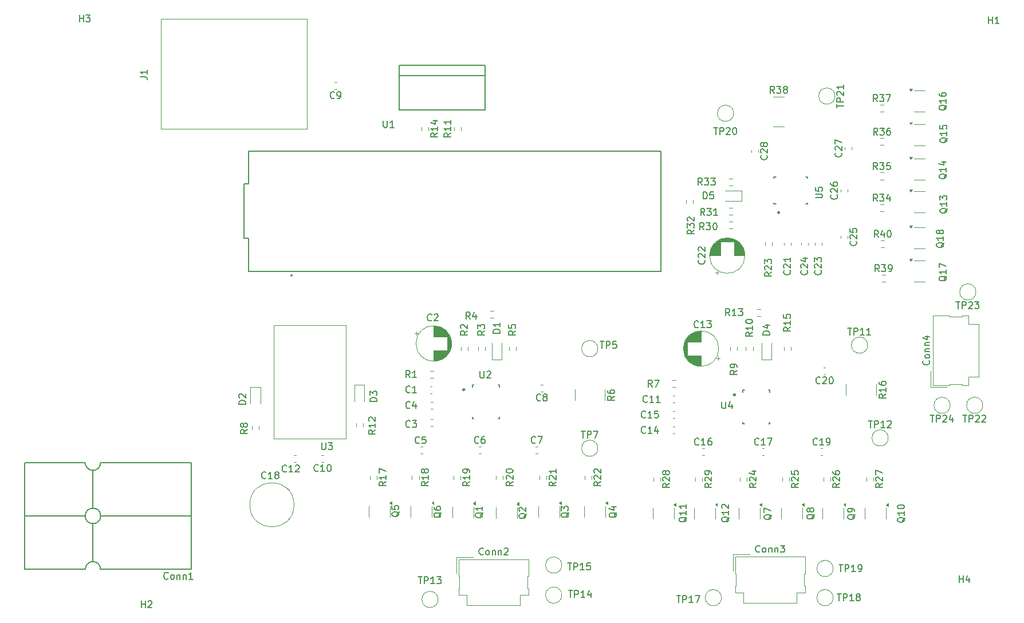
<source format=gbr>
%TF.GenerationSoftware,KiCad,Pcbnew,8.0.6*%
%TF.CreationDate,2025-01-24T20:25:43-06:00*%
%TF.ProjectId,BrushlessGimbalController_Hardware,42727573-686c-4657-9373-47696d62616c,rev?*%
%TF.SameCoordinates,Original*%
%TF.FileFunction,Legend,Top*%
%TF.FilePolarity,Positive*%
%FSLAX46Y46*%
G04 Gerber Fmt 4.6, Leading zero omitted, Abs format (unit mm)*
G04 Created by KiCad (PCBNEW 8.0.6) date 2025-01-24 20:25:43*
%MOMM*%
%LPD*%
G01*
G04 APERTURE LIST*
%ADD10C,0.150000*%
%ADD11C,0.120000*%
%ADD12C,0.127000*%
%ADD13C,0.200000*%
%ADD14C,0.250000*%
G04 APERTURE END LIST*
D10*
X143329819Y-115450857D02*
X142853628Y-115784190D01*
X143329819Y-116022285D02*
X142329819Y-116022285D01*
X142329819Y-116022285D02*
X142329819Y-115641333D01*
X142329819Y-115641333D02*
X142377438Y-115546095D01*
X142377438Y-115546095D02*
X142425057Y-115498476D01*
X142425057Y-115498476D02*
X142520295Y-115450857D01*
X142520295Y-115450857D02*
X142663152Y-115450857D01*
X142663152Y-115450857D02*
X142758390Y-115498476D01*
X142758390Y-115498476D02*
X142806009Y-115546095D01*
X142806009Y-115546095D02*
X142853628Y-115641333D01*
X142853628Y-115641333D02*
X142853628Y-116022285D01*
X142425057Y-115069904D02*
X142377438Y-115022285D01*
X142377438Y-115022285D02*
X142329819Y-114927047D01*
X142329819Y-114927047D02*
X142329819Y-114688952D01*
X142329819Y-114688952D02*
X142377438Y-114593714D01*
X142377438Y-114593714D02*
X142425057Y-114546095D01*
X142425057Y-114546095D02*
X142520295Y-114498476D01*
X142520295Y-114498476D02*
X142615533Y-114498476D01*
X142615533Y-114498476D02*
X142758390Y-114546095D01*
X142758390Y-114546095D02*
X143329819Y-115117523D01*
X143329819Y-115117523D02*
X143329819Y-114498476D01*
X142329819Y-113879428D02*
X142329819Y-113784190D01*
X142329819Y-113784190D02*
X142377438Y-113688952D01*
X142377438Y-113688952D02*
X142425057Y-113641333D01*
X142425057Y-113641333D02*
X142520295Y-113593714D01*
X142520295Y-113593714D02*
X142710771Y-113546095D01*
X142710771Y-113546095D02*
X142948866Y-113546095D01*
X142948866Y-113546095D02*
X143139342Y-113593714D01*
X143139342Y-113593714D02*
X143234580Y-113641333D01*
X143234580Y-113641333D02*
X143282200Y-113688952D01*
X143282200Y-113688952D02*
X143329819Y-113784190D01*
X143329819Y-113784190D02*
X143329819Y-113879428D01*
X143329819Y-113879428D02*
X143282200Y-113974666D01*
X143282200Y-113974666D02*
X143234580Y-114022285D01*
X143234580Y-114022285D02*
X143139342Y-114069904D01*
X143139342Y-114069904D02*
X142948866Y-114117523D01*
X142948866Y-114117523D02*
X142710771Y-114117523D01*
X142710771Y-114117523D02*
X142520295Y-114069904D01*
X142520295Y-114069904D02*
X142425057Y-114022285D01*
X142425057Y-114022285D02*
X142377438Y-113974666D01*
X142377438Y-113974666D02*
X142329819Y-113879428D01*
X209855905Y-105592819D02*
X210427333Y-105592819D01*
X210141619Y-106592819D02*
X210141619Y-105592819D01*
X210760667Y-106592819D02*
X210760667Y-105592819D01*
X210760667Y-105592819D02*
X211141619Y-105592819D01*
X211141619Y-105592819D02*
X211236857Y-105640438D01*
X211236857Y-105640438D02*
X211284476Y-105688057D01*
X211284476Y-105688057D02*
X211332095Y-105783295D01*
X211332095Y-105783295D02*
X211332095Y-105926152D01*
X211332095Y-105926152D02*
X211284476Y-106021390D01*
X211284476Y-106021390D02*
X211236857Y-106069009D01*
X211236857Y-106069009D02*
X211141619Y-106116628D01*
X211141619Y-106116628D02*
X210760667Y-106116628D01*
X211713048Y-105688057D02*
X211760667Y-105640438D01*
X211760667Y-105640438D02*
X211855905Y-105592819D01*
X211855905Y-105592819D02*
X212094000Y-105592819D01*
X212094000Y-105592819D02*
X212189238Y-105640438D01*
X212189238Y-105640438D02*
X212236857Y-105688057D01*
X212236857Y-105688057D02*
X212284476Y-105783295D01*
X212284476Y-105783295D02*
X212284476Y-105878533D01*
X212284476Y-105878533D02*
X212236857Y-106021390D01*
X212236857Y-106021390D02*
X211665429Y-106592819D01*
X211665429Y-106592819D02*
X212284476Y-106592819D01*
X212665429Y-105688057D02*
X212713048Y-105640438D01*
X212713048Y-105640438D02*
X212808286Y-105592819D01*
X212808286Y-105592819D02*
X213046381Y-105592819D01*
X213046381Y-105592819D02*
X213141619Y-105640438D01*
X213141619Y-105640438D02*
X213189238Y-105688057D01*
X213189238Y-105688057D02*
X213236857Y-105783295D01*
X213236857Y-105783295D02*
X213236857Y-105878533D01*
X213236857Y-105878533D02*
X213189238Y-106021390D01*
X213189238Y-106021390D02*
X212617810Y-106592819D01*
X212617810Y-106592819D02*
X213236857Y-106592819D01*
X103822819Y-103980094D02*
X102822819Y-103980094D01*
X102822819Y-103980094D02*
X102822819Y-103741999D01*
X102822819Y-103741999D02*
X102870438Y-103599142D01*
X102870438Y-103599142D02*
X102965676Y-103503904D01*
X102965676Y-103503904D02*
X103060914Y-103456285D01*
X103060914Y-103456285D02*
X103251390Y-103408666D01*
X103251390Y-103408666D02*
X103394247Y-103408666D01*
X103394247Y-103408666D02*
X103584723Y-103456285D01*
X103584723Y-103456285D02*
X103679961Y-103503904D01*
X103679961Y-103503904D02*
X103775200Y-103599142D01*
X103775200Y-103599142D02*
X103822819Y-103741999D01*
X103822819Y-103741999D02*
X103822819Y-103980094D01*
X102918057Y-103027713D02*
X102870438Y-102980094D01*
X102870438Y-102980094D02*
X102822819Y-102884856D01*
X102822819Y-102884856D02*
X102822819Y-102646761D01*
X102822819Y-102646761D02*
X102870438Y-102551523D01*
X102870438Y-102551523D02*
X102918057Y-102503904D01*
X102918057Y-102503904D02*
X103013295Y-102456285D01*
X103013295Y-102456285D02*
X103108533Y-102456285D01*
X103108533Y-102456285D02*
X103251390Y-102503904D01*
X103251390Y-102503904D02*
X103822819Y-103075332D01*
X103822819Y-103075332D02*
X103822819Y-102456285D01*
X188316141Y-109927580D02*
X188268522Y-109975200D01*
X188268522Y-109975200D02*
X188125665Y-110022819D01*
X188125665Y-110022819D02*
X188030427Y-110022819D01*
X188030427Y-110022819D02*
X187887570Y-109975200D01*
X187887570Y-109975200D02*
X187792332Y-109879961D01*
X187792332Y-109879961D02*
X187744713Y-109784723D01*
X187744713Y-109784723D02*
X187697094Y-109594247D01*
X187697094Y-109594247D02*
X187697094Y-109451390D01*
X187697094Y-109451390D02*
X187744713Y-109260914D01*
X187744713Y-109260914D02*
X187792332Y-109165676D01*
X187792332Y-109165676D02*
X187887570Y-109070438D01*
X187887570Y-109070438D02*
X188030427Y-109022819D01*
X188030427Y-109022819D02*
X188125665Y-109022819D01*
X188125665Y-109022819D02*
X188268522Y-109070438D01*
X188268522Y-109070438D02*
X188316141Y-109118057D01*
X189268522Y-110022819D02*
X188697094Y-110022819D01*
X188982808Y-110022819D02*
X188982808Y-109022819D01*
X188982808Y-109022819D02*
X188887570Y-109165676D01*
X188887570Y-109165676D02*
X188792332Y-109260914D01*
X188792332Y-109260914D02*
X188697094Y-109308533D01*
X189744713Y-110022819D02*
X189935189Y-110022819D01*
X189935189Y-110022819D02*
X190030427Y-109975200D01*
X190030427Y-109975200D02*
X190078046Y-109927580D01*
X190078046Y-109927580D02*
X190173284Y-109784723D01*
X190173284Y-109784723D02*
X190220903Y-109594247D01*
X190220903Y-109594247D02*
X190220903Y-109213295D01*
X190220903Y-109213295D02*
X190173284Y-109118057D01*
X190173284Y-109118057D02*
X190125665Y-109070438D01*
X190125665Y-109070438D02*
X190030427Y-109022819D01*
X190030427Y-109022819D02*
X189839951Y-109022819D01*
X189839951Y-109022819D02*
X189744713Y-109070438D01*
X189744713Y-109070438D02*
X189697094Y-109118057D01*
X189697094Y-109118057D02*
X189649475Y-109213295D01*
X189649475Y-109213295D02*
X189649475Y-109451390D01*
X189649475Y-109451390D02*
X189697094Y-109546628D01*
X189697094Y-109546628D02*
X189744713Y-109594247D01*
X189744713Y-109594247D02*
X189839951Y-109641866D01*
X189839951Y-109641866D02*
X190030427Y-109641866D01*
X190030427Y-109641866D02*
X190125665Y-109594247D01*
X190125665Y-109594247D02*
X190173284Y-109546628D01*
X190173284Y-109546628D02*
X190220903Y-109451390D01*
X192825905Y-92706819D02*
X193397333Y-92706819D01*
X193111619Y-93706819D02*
X193111619Y-92706819D01*
X193730667Y-93706819D02*
X193730667Y-92706819D01*
X193730667Y-92706819D02*
X194111619Y-92706819D01*
X194111619Y-92706819D02*
X194206857Y-92754438D01*
X194206857Y-92754438D02*
X194254476Y-92802057D01*
X194254476Y-92802057D02*
X194302095Y-92897295D01*
X194302095Y-92897295D02*
X194302095Y-93040152D01*
X194302095Y-93040152D02*
X194254476Y-93135390D01*
X194254476Y-93135390D02*
X194206857Y-93183009D01*
X194206857Y-93183009D02*
X194111619Y-93230628D01*
X194111619Y-93230628D02*
X193730667Y-93230628D01*
X195254476Y-93706819D02*
X194683048Y-93706819D01*
X194968762Y-93706819D02*
X194968762Y-92706819D01*
X194968762Y-92706819D02*
X194873524Y-92849676D01*
X194873524Y-92849676D02*
X194778286Y-92944914D01*
X194778286Y-92944914D02*
X194683048Y-92992533D01*
X196206857Y-93706819D02*
X195635429Y-93706819D01*
X195921143Y-93706819D02*
X195921143Y-92706819D01*
X195921143Y-92706819D02*
X195825905Y-92849676D01*
X195825905Y-92849676D02*
X195730667Y-92944914D01*
X195730667Y-92944914D02*
X195635429Y-92992533D01*
X188827580Y-84208857D02*
X188875200Y-84256476D01*
X188875200Y-84256476D02*
X188922819Y-84399333D01*
X188922819Y-84399333D02*
X188922819Y-84494571D01*
X188922819Y-84494571D02*
X188875200Y-84637428D01*
X188875200Y-84637428D02*
X188779961Y-84732666D01*
X188779961Y-84732666D02*
X188684723Y-84780285D01*
X188684723Y-84780285D02*
X188494247Y-84827904D01*
X188494247Y-84827904D02*
X188351390Y-84827904D01*
X188351390Y-84827904D02*
X188160914Y-84780285D01*
X188160914Y-84780285D02*
X188065676Y-84732666D01*
X188065676Y-84732666D02*
X187970438Y-84637428D01*
X187970438Y-84637428D02*
X187922819Y-84494571D01*
X187922819Y-84494571D02*
X187922819Y-84399333D01*
X187922819Y-84399333D02*
X187970438Y-84256476D01*
X187970438Y-84256476D02*
X188018057Y-84208857D01*
X188018057Y-83827904D02*
X187970438Y-83780285D01*
X187970438Y-83780285D02*
X187922819Y-83685047D01*
X187922819Y-83685047D02*
X187922819Y-83446952D01*
X187922819Y-83446952D02*
X187970438Y-83351714D01*
X187970438Y-83351714D02*
X188018057Y-83304095D01*
X188018057Y-83304095D02*
X188113295Y-83256476D01*
X188113295Y-83256476D02*
X188208533Y-83256476D01*
X188208533Y-83256476D02*
X188351390Y-83304095D01*
X188351390Y-83304095D02*
X188922819Y-83875523D01*
X188922819Y-83875523D02*
X188922819Y-83256476D01*
X187922819Y-82923142D02*
X187922819Y-82304095D01*
X187922819Y-82304095D02*
X188303771Y-82637428D01*
X188303771Y-82637428D02*
X188303771Y-82494571D01*
X188303771Y-82494571D02*
X188351390Y-82399333D01*
X188351390Y-82399333D02*
X188399009Y-82351714D01*
X188399009Y-82351714D02*
X188494247Y-82304095D01*
X188494247Y-82304095D02*
X188732342Y-82304095D01*
X188732342Y-82304095D02*
X188827580Y-82351714D01*
X188827580Y-82351714D02*
X188875200Y-82399333D01*
X188875200Y-82399333D02*
X188922819Y-82494571D01*
X188922819Y-82494571D02*
X188922819Y-82780285D01*
X188922819Y-82780285D02*
X188875200Y-82875523D01*
X188875200Y-82875523D02*
X188827580Y-82923142D01*
X88392095Y-134058819D02*
X88392095Y-133058819D01*
X88392095Y-133535009D02*
X88963523Y-133535009D01*
X88963523Y-134058819D02*
X88963523Y-133058819D01*
X89392095Y-133154057D02*
X89439714Y-133106438D01*
X89439714Y-133106438D02*
X89534952Y-133058819D01*
X89534952Y-133058819D02*
X89773047Y-133058819D01*
X89773047Y-133058819D02*
X89868285Y-133106438D01*
X89868285Y-133106438D02*
X89915904Y-133154057D01*
X89915904Y-133154057D02*
X89963523Y-133249295D01*
X89963523Y-133249295D02*
X89963523Y-133344533D01*
X89963523Y-133344533D02*
X89915904Y-133487390D01*
X89915904Y-133487390D02*
X89344476Y-134058819D01*
X89344476Y-134058819D02*
X89963523Y-134058819D01*
X191284904Y-132042819D02*
X191856332Y-132042819D01*
X191570618Y-133042819D02*
X191570618Y-132042819D01*
X192189666Y-133042819D02*
X192189666Y-132042819D01*
X192189666Y-132042819D02*
X192570618Y-132042819D01*
X192570618Y-132042819D02*
X192665856Y-132090438D01*
X192665856Y-132090438D02*
X192713475Y-132138057D01*
X192713475Y-132138057D02*
X192761094Y-132233295D01*
X192761094Y-132233295D02*
X192761094Y-132376152D01*
X192761094Y-132376152D02*
X192713475Y-132471390D01*
X192713475Y-132471390D02*
X192665856Y-132519009D01*
X192665856Y-132519009D02*
X192570618Y-132566628D01*
X192570618Y-132566628D02*
X192189666Y-132566628D01*
X193713475Y-133042819D02*
X193142047Y-133042819D01*
X193427761Y-133042819D02*
X193427761Y-132042819D01*
X193427761Y-132042819D02*
X193332523Y-132185676D01*
X193332523Y-132185676D02*
X193237285Y-132280914D01*
X193237285Y-132280914D02*
X193142047Y-132328533D01*
X194284904Y-132471390D02*
X194189666Y-132423771D01*
X194189666Y-132423771D02*
X194142047Y-132376152D01*
X194142047Y-132376152D02*
X194094428Y-132280914D01*
X194094428Y-132280914D02*
X194094428Y-132233295D01*
X194094428Y-132233295D02*
X194142047Y-132138057D01*
X194142047Y-132138057D02*
X194189666Y-132090438D01*
X194189666Y-132090438D02*
X194284904Y-132042819D01*
X194284904Y-132042819D02*
X194475380Y-132042819D01*
X194475380Y-132042819D02*
X194570618Y-132090438D01*
X194570618Y-132090438D02*
X194618237Y-132138057D01*
X194618237Y-132138057D02*
X194665856Y-132233295D01*
X194665856Y-132233295D02*
X194665856Y-132280914D01*
X194665856Y-132280914D02*
X194618237Y-132376152D01*
X194618237Y-132376152D02*
X194570618Y-132423771D01*
X194570618Y-132423771D02*
X194475380Y-132471390D01*
X194475380Y-132471390D02*
X194284904Y-132471390D01*
X194284904Y-132471390D02*
X194189666Y-132519009D01*
X194189666Y-132519009D02*
X194142047Y-132566628D01*
X194142047Y-132566628D02*
X194094428Y-132661866D01*
X194094428Y-132661866D02*
X194094428Y-132852342D01*
X194094428Y-132852342D02*
X194142047Y-132947580D01*
X194142047Y-132947580D02*
X194189666Y-132995200D01*
X194189666Y-132995200D02*
X194284904Y-133042819D01*
X194284904Y-133042819D02*
X194475380Y-133042819D01*
X194475380Y-133042819D02*
X194570618Y-132995200D01*
X194570618Y-132995200D02*
X194618237Y-132947580D01*
X194618237Y-132947580D02*
X194665856Y-132852342D01*
X194665856Y-132852342D02*
X194665856Y-132661866D01*
X194665856Y-132661866D02*
X194618237Y-132566628D01*
X194618237Y-132566628D02*
X194570618Y-132519009D01*
X194570618Y-132519009D02*
X194475380Y-132471390D01*
X207554057Y-64579428D02*
X207506438Y-64674666D01*
X207506438Y-64674666D02*
X207411200Y-64769904D01*
X207411200Y-64769904D02*
X207268342Y-64912761D01*
X207268342Y-64912761D02*
X207220723Y-65007999D01*
X207220723Y-65007999D02*
X207220723Y-65103237D01*
X207458819Y-65055618D02*
X207411200Y-65150856D01*
X207411200Y-65150856D02*
X207315961Y-65246094D01*
X207315961Y-65246094D02*
X207125485Y-65293713D01*
X207125485Y-65293713D02*
X206792152Y-65293713D01*
X206792152Y-65293713D02*
X206601676Y-65246094D01*
X206601676Y-65246094D02*
X206506438Y-65150856D01*
X206506438Y-65150856D02*
X206458819Y-65055618D01*
X206458819Y-65055618D02*
X206458819Y-64865142D01*
X206458819Y-64865142D02*
X206506438Y-64769904D01*
X206506438Y-64769904D02*
X206601676Y-64674666D01*
X206601676Y-64674666D02*
X206792152Y-64627047D01*
X206792152Y-64627047D02*
X207125485Y-64627047D01*
X207125485Y-64627047D02*
X207315961Y-64674666D01*
X207315961Y-64674666D02*
X207411200Y-64769904D01*
X207411200Y-64769904D02*
X207458819Y-64865142D01*
X207458819Y-64865142D02*
X207458819Y-65055618D01*
X207458819Y-63674666D02*
X207458819Y-64246094D01*
X207458819Y-63960380D02*
X206458819Y-63960380D01*
X206458819Y-63960380D02*
X206601676Y-64055618D01*
X206601676Y-64055618D02*
X206696914Y-64150856D01*
X206696914Y-64150856D02*
X206744533Y-64246094D01*
X206458819Y-62769904D02*
X206458819Y-63246094D01*
X206458819Y-63246094D02*
X206935009Y-63293713D01*
X206935009Y-63293713D02*
X206887390Y-63246094D01*
X206887390Y-63246094D02*
X206839771Y-63150856D01*
X206839771Y-63150856D02*
X206839771Y-62912761D01*
X206839771Y-62912761D02*
X206887390Y-62817523D01*
X206887390Y-62817523D02*
X206935009Y-62769904D01*
X206935009Y-62769904D02*
X207030247Y-62722285D01*
X207030247Y-62722285D02*
X207268342Y-62722285D01*
X207268342Y-62722285D02*
X207363580Y-62769904D01*
X207363580Y-62769904D02*
X207411200Y-62817523D01*
X207411200Y-62817523D02*
X207458819Y-62912761D01*
X207458819Y-62912761D02*
X207458819Y-63150856D01*
X207458819Y-63150856D02*
X207411200Y-63246094D01*
X207411200Y-63246094D02*
X207363580Y-63293713D01*
X162925919Y-108174895D02*
X162878300Y-108222515D01*
X162878300Y-108222515D02*
X162735443Y-108270134D01*
X162735443Y-108270134D02*
X162640205Y-108270134D01*
X162640205Y-108270134D02*
X162497348Y-108222515D01*
X162497348Y-108222515D02*
X162402110Y-108127276D01*
X162402110Y-108127276D02*
X162354491Y-108032038D01*
X162354491Y-108032038D02*
X162306872Y-107841562D01*
X162306872Y-107841562D02*
X162306872Y-107698705D01*
X162306872Y-107698705D02*
X162354491Y-107508229D01*
X162354491Y-107508229D02*
X162402110Y-107412991D01*
X162402110Y-107412991D02*
X162497348Y-107317753D01*
X162497348Y-107317753D02*
X162640205Y-107270134D01*
X162640205Y-107270134D02*
X162735443Y-107270134D01*
X162735443Y-107270134D02*
X162878300Y-107317753D01*
X162878300Y-107317753D02*
X162925919Y-107365372D01*
X163878300Y-108270134D02*
X163306872Y-108270134D01*
X163592586Y-108270134D02*
X163592586Y-107270134D01*
X163592586Y-107270134D02*
X163497348Y-107412991D01*
X163497348Y-107412991D02*
X163402110Y-107508229D01*
X163402110Y-107508229D02*
X163306872Y-107555848D01*
X164735443Y-107603467D02*
X164735443Y-108270134D01*
X164497348Y-107222515D02*
X164259253Y-107936800D01*
X164259253Y-107936800D02*
X164878300Y-107936800D01*
X138938190Y-126161580D02*
X138890571Y-126209200D01*
X138890571Y-126209200D02*
X138747714Y-126256819D01*
X138747714Y-126256819D02*
X138652476Y-126256819D01*
X138652476Y-126256819D02*
X138509619Y-126209200D01*
X138509619Y-126209200D02*
X138414381Y-126113961D01*
X138414381Y-126113961D02*
X138366762Y-126018723D01*
X138366762Y-126018723D02*
X138319143Y-125828247D01*
X138319143Y-125828247D02*
X138319143Y-125685390D01*
X138319143Y-125685390D02*
X138366762Y-125494914D01*
X138366762Y-125494914D02*
X138414381Y-125399676D01*
X138414381Y-125399676D02*
X138509619Y-125304438D01*
X138509619Y-125304438D02*
X138652476Y-125256819D01*
X138652476Y-125256819D02*
X138747714Y-125256819D01*
X138747714Y-125256819D02*
X138890571Y-125304438D01*
X138890571Y-125304438D02*
X138938190Y-125352057D01*
X139509619Y-126256819D02*
X139414381Y-126209200D01*
X139414381Y-126209200D02*
X139366762Y-126161580D01*
X139366762Y-126161580D02*
X139319143Y-126066342D01*
X139319143Y-126066342D02*
X139319143Y-125780628D01*
X139319143Y-125780628D02*
X139366762Y-125685390D01*
X139366762Y-125685390D02*
X139414381Y-125637771D01*
X139414381Y-125637771D02*
X139509619Y-125590152D01*
X139509619Y-125590152D02*
X139652476Y-125590152D01*
X139652476Y-125590152D02*
X139747714Y-125637771D01*
X139747714Y-125637771D02*
X139795333Y-125685390D01*
X139795333Y-125685390D02*
X139842952Y-125780628D01*
X139842952Y-125780628D02*
X139842952Y-126066342D01*
X139842952Y-126066342D02*
X139795333Y-126161580D01*
X139795333Y-126161580D02*
X139747714Y-126209200D01*
X139747714Y-126209200D02*
X139652476Y-126256819D01*
X139652476Y-126256819D02*
X139509619Y-126256819D01*
X140271524Y-125590152D02*
X140271524Y-126256819D01*
X140271524Y-125685390D02*
X140319143Y-125637771D01*
X140319143Y-125637771D02*
X140414381Y-125590152D01*
X140414381Y-125590152D02*
X140557238Y-125590152D01*
X140557238Y-125590152D02*
X140652476Y-125637771D01*
X140652476Y-125637771D02*
X140700095Y-125733009D01*
X140700095Y-125733009D02*
X140700095Y-126256819D01*
X141176286Y-125590152D02*
X141176286Y-126256819D01*
X141176286Y-125685390D02*
X141223905Y-125637771D01*
X141223905Y-125637771D02*
X141319143Y-125590152D01*
X141319143Y-125590152D02*
X141462000Y-125590152D01*
X141462000Y-125590152D02*
X141557238Y-125637771D01*
X141557238Y-125637771D02*
X141604857Y-125733009D01*
X141604857Y-125733009D02*
X141604857Y-126256819D01*
X142033429Y-125352057D02*
X142081048Y-125304438D01*
X142081048Y-125304438D02*
X142176286Y-125256819D01*
X142176286Y-125256819D02*
X142414381Y-125256819D01*
X142414381Y-125256819D02*
X142509619Y-125304438D01*
X142509619Y-125304438D02*
X142557238Y-125352057D01*
X142557238Y-125352057D02*
X142604857Y-125447295D01*
X142604857Y-125447295D02*
X142604857Y-125542533D01*
X142604857Y-125542533D02*
X142557238Y-125685390D01*
X142557238Y-125685390D02*
X141985810Y-126256819D01*
X141985810Y-126256819D02*
X142604857Y-126256819D01*
X169002857Y-120662628D02*
X168955238Y-120757866D01*
X168955238Y-120757866D02*
X168860000Y-120853104D01*
X168860000Y-120853104D02*
X168717142Y-120995961D01*
X168717142Y-120995961D02*
X168669523Y-121091199D01*
X168669523Y-121091199D02*
X168669523Y-121186437D01*
X168907619Y-121138818D02*
X168860000Y-121234056D01*
X168860000Y-121234056D02*
X168764761Y-121329294D01*
X168764761Y-121329294D02*
X168574285Y-121376913D01*
X168574285Y-121376913D02*
X168240952Y-121376913D01*
X168240952Y-121376913D02*
X168050476Y-121329294D01*
X168050476Y-121329294D02*
X167955238Y-121234056D01*
X167955238Y-121234056D02*
X167907619Y-121138818D01*
X167907619Y-121138818D02*
X167907619Y-120948342D01*
X167907619Y-120948342D02*
X167955238Y-120853104D01*
X167955238Y-120853104D02*
X168050476Y-120757866D01*
X168050476Y-120757866D02*
X168240952Y-120710247D01*
X168240952Y-120710247D02*
X168574285Y-120710247D01*
X168574285Y-120710247D02*
X168764761Y-120757866D01*
X168764761Y-120757866D02*
X168860000Y-120853104D01*
X168860000Y-120853104D02*
X168907619Y-120948342D01*
X168907619Y-120948342D02*
X168907619Y-121138818D01*
X168907619Y-119757866D02*
X168907619Y-120329294D01*
X168907619Y-120043580D02*
X167907619Y-120043580D01*
X167907619Y-120043580D02*
X168050476Y-120138818D01*
X168050476Y-120138818D02*
X168145714Y-120234056D01*
X168145714Y-120234056D02*
X168193333Y-120329294D01*
X168907619Y-118805485D02*
X168907619Y-119376913D01*
X168907619Y-119091199D02*
X167907619Y-119091199D01*
X167907619Y-119091199D02*
X168050476Y-119186437D01*
X168050476Y-119186437D02*
X168145714Y-119281675D01*
X168145714Y-119281675D02*
X168193333Y-119376913D01*
X170126819Y-78216357D02*
X169650628Y-78549690D01*
X170126819Y-78787785D02*
X169126819Y-78787785D01*
X169126819Y-78787785D02*
X169126819Y-78406833D01*
X169126819Y-78406833D02*
X169174438Y-78311595D01*
X169174438Y-78311595D02*
X169222057Y-78263976D01*
X169222057Y-78263976D02*
X169317295Y-78216357D01*
X169317295Y-78216357D02*
X169460152Y-78216357D01*
X169460152Y-78216357D02*
X169555390Y-78263976D01*
X169555390Y-78263976D02*
X169603009Y-78311595D01*
X169603009Y-78311595D02*
X169650628Y-78406833D01*
X169650628Y-78406833D02*
X169650628Y-78787785D01*
X169126819Y-77883023D02*
X169126819Y-77263976D01*
X169126819Y-77263976D02*
X169507771Y-77597309D01*
X169507771Y-77597309D02*
X169507771Y-77454452D01*
X169507771Y-77454452D02*
X169555390Y-77359214D01*
X169555390Y-77359214D02*
X169603009Y-77311595D01*
X169603009Y-77311595D02*
X169698247Y-77263976D01*
X169698247Y-77263976D02*
X169936342Y-77263976D01*
X169936342Y-77263976D02*
X170031580Y-77311595D01*
X170031580Y-77311595D02*
X170079200Y-77359214D01*
X170079200Y-77359214D02*
X170126819Y-77454452D01*
X170126819Y-77454452D02*
X170126819Y-77740166D01*
X170126819Y-77740166D02*
X170079200Y-77835404D01*
X170079200Y-77835404D02*
X170031580Y-77883023D01*
X169222057Y-76883023D02*
X169174438Y-76835404D01*
X169174438Y-76835404D02*
X169126819Y-76740166D01*
X169126819Y-76740166D02*
X169126819Y-76502071D01*
X169126819Y-76502071D02*
X169174438Y-76406833D01*
X169174438Y-76406833D02*
X169222057Y-76359214D01*
X169222057Y-76359214D02*
X169317295Y-76311595D01*
X169317295Y-76311595D02*
X169412533Y-76311595D01*
X169412533Y-76311595D02*
X169555390Y-76359214D01*
X169555390Y-76359214D02*
X170126819Y-76930642D01*
X170126819Y-76930642D02*
X170126819Y-76311595D01*
X171473905Y-73606819D02*
X171473905Y-72606819D01*
X171473905Y-72606819D02*
X171712000Y-72606819D01*
X171712000Y-72606819D02*
X171854857Y-72654438D01*
X171854857Y-72654438D02*
X171950095Y-72749676D01*
X171950095Y-72749676D02*
X171997714Y-72844914D01*
X171997714Y-72844914D02*
X172045333Y-73035390D01*
X172045333Y-73035390D02*
X172045333Y-73178247D01*
X172045333Y-73178247D02*
X171997714Y-73368723D01*
X171997714Y-73368723D02*
X171950095Y-73463961D01*
X171950095Y-73463961D02*
X171854857Y-73559200D01*
X171854857Y-73559200D02*
X171712000Y-73606819D01*
X171712000Y-73606819D02*
X171473905Y-73606819D01*
X172950095Y-72606819D02*
X172473905Y-72606819D01*
X172473905Y-72606819D02*
X172426286Y-73083009D01*
X172426286Y-73083009D02*
X172473905Y-73035390D01*
X172473905Y-73035390D02*
X172569143Y-72987771D01*
X172569143Y-72987771D02*
X172807238Y-72987771D01*
X172807238Y-72987771D02*
X172902476Y-73035390D01*
X172902476Y-73035390D02*
X172950095Y-73083009D01*
X172950095Y-73083009D02*
X172997714Y-73178247D01*
X172997714Y-73178247D02*
X172997714Y-73416342D01*
X172997714Y-73416342D02*
X172950095Y-73511580D01*
X172950095Y-73511580D02*
X172902476Y-73559200D01*
X172902476Y-73559200D02*
X172807238Y-73606819D01*
X172807238Y-73606819D02*
X172569143Y-73606819D01*
X172569143Y-73606819D02*
X172473905Y-73559200D01*
X172473905Y-73559200D02*
X172426286Y-73511580D01*
X205029905Y-105592819D02*
X205601333Y-105592819D01*
X205315619Y-106592819D02*
X205315619Y-105592819D01*
X205934667Y-106592819D02*
X205934667Y-105592819D01*
X205934667Y-105592819D02*
X206315619Y-105592819D01*
X206315619Y-105592819D02*
X206410857Y-105640438D01*
X206410857Y-105640438D02*
X206458476Y-105688057D01*
X206458476Y-105688057D02*
X206506095Y-105783295D01*
X206506095Y-105783295D02*
X206506095Y-105926152D01*
X206506095Y-105926152D02*
X206458476Y-106021390D01*
X206458476Y-106021390D02*
X206410857Y-106069009D01*
X206410857Y-106069009D02*
X206315619Y-106116628D01*
X206315619Y-106116628D02*
X205934667Y-106116628D01*
X206887048Y-105688057D02*
X206934667Y-105640438D01*
X206934667Y-105640438D02*
X207029905Y-105592819D01*
X207029905Y-105592819D02*
X207268000Y-105592819D01*
X207268000Y-105592819D02*
X207363238Y-105640438D01*
X207363238Y-105640438D02*
X207410857Y-105688057D01*
X207410857Y-105688057D02*
X207458476Y-105783295D01*
X207458476Y-105783295D02*
X207458476Y-105878533D01*
X207458476Y-105878533D02*
X207410857Y-106021390D01*
X207410857Y-106021390D02*
X206839429Y-106592819D01*
X206839429Y-106592819D02*
X207458476Y-106592819D01*
X208315619Y-105926152D02*
X208315619Y-106592819D01*
X208077524Y-105545200D02*
X207839429Y-106259485D01*
X207839429Y-106259485D02*
X208458476Y-106259485D01*
X109837142Y-113902580D02*
X109789523Y-113950200D01*
X109789523Y-113950200D02*
X109646666Y-113997819D01*
X109646666Y-113997819D02*
X109551428Y-113997819D01*
X109551428Y-113997819D02*
X109408571Y-113950200D01*
X109408571Y-113950200D02*
X109313333Y-113854961D01*
X109313333Y-113854961D02*
X109265714Y-113759723D01*
X109265714Y-113759723D02*
X109218095Y-113569247D01*
X109218095Y-113569247D02*
X109218095Y-113426390D01*
X109218095Y-113426390D02*
X109265714Y-113235914D01*
X109265714Y-113235914D02*
X109313333Y-113140676D01*
X109313333Y-113140676D02*
X109408571Y-113045438D01*
X109408571Y-113045438D02*
X109551428Y-112997819D01*
X109551428Y-112997819D02*
X109646666Y-112997819D01*
X109646666Y-112997819D02*
X109789523Y-113045438D01*
X109789523Y-113045438D02*
X109837142Y-113093057D01*
X110789523Y-113997819D02*
X110218095Y-113997819D01*
X110503809Y-113997819D02*
X110503809Y-112997819D01*
X110503809Y-112997819D02*
X110408571Y-113140676D01*
X110408571Y-113140676D02*
X110313333Y-113235914D01*
X110313333Y-113235914D02*
X110218095Y-113283533D01*
X111170476Y-113093057D02*
X111218095Y-113045438D01*
X111218095Y-113045438D02*
X111313333Y-112997819D01*
X111313333Y-112997819D02*
X111551428Y-112997819D01*
X111551428Y-112997819D02*
X111646666Y-113045438D01*
X111646666Y-113045438D02*
X111694285Y-113093057D01*
X111694285Y-113093057D02*
X111741904Y-113188295D01*
X111741904Y-113188295D02*
X111741904Y-113283533D01*
X111741904Y-113283533D02*
X111694285Y-113426390D01*
X111694285Y-113426390D02*
X111122857Y-113997819D01*
X111122857Y-113997819D02*
X111741904Y-113997819D01*
X180859580Y-67190857D02*
X180907200Y-67238476D01*
X180907200Y-67238476D02*
X180954819Y-67381333D01*
X180954819Y-67381333D02*
X180954819Y-67476571D01*
X180954819Y-67476571D02*
X180907200Y-67619428D01*
X180907200Y-67619428D02*
X180811961Y-67714666D01*
X180811961Y-67714666D02*
X180716723Y-67762285D01*
X180716723Y-67762285D02*
X180526247Y-67809904D01*
X180526247Y-67809904D02*
X180383390Y-67809904D01*
X180383390Y-67809904D02*
X180192914Y-67762285D01*
X180192914Y-67762285D02*
X180097676Y-67714666D01*
X180097676Y-67714666D02*
X180002438Y-67619428D01*
X180002438Y-67619428D02*
X179954819Y-67476571D01*
X179954819Y-67476571D02*
X179954819Y-67381333D01*
X179954819Y-67381333D02*
X180002438Y-67238476D01*
X180002438Y-67238476D02*
X180050057Y-67190857D01*
X180050057Y-66809904D02*
X180002438Y-66762285D01*
X180002438Y-66762285D02*
X179954819Y-66667047D01*
X179954819Y-66667047D02*
X179954819Y-66428952D01*
X179954819Y-66428952D02*
X180002438Y-66333714D01*
X180002438Y-66333714D02*
X180050057Y-66286095D01*
X180050057Y-66286095D02*
X180145295Y-66238476D01*
X180145295Y-66238476D02*
X180240533Y-66238476D01*
X180240533Y-66238476D02*
X180383390Y-66286095D01*
X180383390Y-66286095D02*
X180954819Y-66857523D01*
X180954819Y-66857523D02*
X180954819Y-66238476D01*
X180383390Y-65667047D02*
X180335771Y-65762285D01*
X180335771Y-65762285D02*
X180288152Y-65809904D01*
X180288152Y-65809904D02*
X180192914Y-65857523D01*
X180192914Y-65857523D02*
X180145295Y-65857523D01*
X180145295Y-65857523D02*
X180050057Y-65809904D01*
X180050057Y-65809904D02*
X180002438Y-65762285D01*
X180002438Y-65762285D02*
X179954819Y-65667047D01*
X179954819Y-65667047D02*
X179954819Y-65476571D01*
X179954819Y-65476571D02*
X180002438Y-65381333D01*
X180002438Y-65381333D02*
X180050057Y-65333714D01*
X180050057Y-65333714D02*
X180145295Y-65286095D01*
X180145295Y-65286095D02*
X180192914Y-65286095D01*
X180192914Y-65286095D02*
X180288152Y-65333714D01*
X180288152Y-65333714D02*
X180335771Y-65381333D01*
X180335771Y-65381333D02*
X180383390Y-65476571D01*
X180383390Y-65476571D02*
X180383390Y-65667047D01*
X180383390Y-65667047D02*
X180431009Y-65762285D01*
X180431009Y-65762285D02*
X180478628Y-65809904D01*
X180478628Y-65809904D02*
X180573866Y-65857523D01*
X180573866Y-65857523D02*
X180764342Y-65857523D01*
X180764342Y-65857523D02*
X180859580Y-65809904D01*
X180859580Y-65809904D02*
X180907200Y-65762285D01*
X180907200Y-65762285D02*
X180954819Y-65667047D01*
X180954819Y-65667047D02*
X180954819Y-65476571D01*
X180954819Y-65476571D02*
X180907200Y-65381333D01*
X180907200Y-65381333D02*
X180859580Y-65333714D01*
X180859580Y-65333714D02*
X180764342Y-65286095D01*
X180764342Y-65286095D02*
X180573866Y-65286095D01*
X180573866Y-65286095D02*
X180478628Y-65333714D01*
X180478628Y-65333714D02*
X180431009Y-65381333D01*
X180431009Y-65381333D02*
X180383390Y-65476571D01*
X134152819Y-63888857D02*
X133676628Y-64222190D01*
X134152819Y-64460285D02*
X133152819Y-64460285D01*
X133152819Y-64460285D02*
X133152819Y-64079333D01*
X133152819Y-64079333D02*
X133200438Y-63984095D01*
X133200438Y-63984095D02*
X133248057Y-63936476D01*
X133248057Y-63936476D02*
X133343295Y-63888857D01*
X133343295Y-63888857D02*
X133486152Y-63888857D01*
X133486152Y-63888857D02*
X133581390Y-63936476D01*
X133581390Y-63936476D02*
X133629009Y-63984095D01*
X133629009Y-63984095D02*
X133676628Y-64079333D01*
X133676628Y-64079333D02*
X133676628Y-64460285D01*
X134152819Y-62936476D02*
X134152819Y-63507904D01*
X134152819Y-63222190D02*
X133152819Y-63222190D01*
X133152819Y-63222190D02*
X133295676Y-63317428D01*
X133295676Y-63317428D02*
X133390914Y-63412666D01*
X133390914Y-63412666D02*
X133438533Y-63507904D01*
X134152819Y-61984095D02*
X134152819Y-62555523D01*
X134152819Y-62269809D02*
X133152819Y-62269809D01*
X133152819Y-62269809D02*
X133295676Y-62365047D01*
X133295676Y-62365047D02*
X133390914Y-62460285D01*
X133390914Y-62460285D02*
X133438533Y-62555523D01*
X175302057Y-120637228D02*
X175254438Y-120732466D01*
X175254438Y-120732466D02*
X175159200Y-120827704D01*
X175159200Y-120827704D02*
X175016342Y-120970561D01*
X175016342Y-120970561D02*
X174968723Y-121065799D01*
X174968723Y-121065799D02*
X174968723Y-121161037D01*
X175206819Y-121113418D02*
X175159200Y-121208656D01*
X175159200Y-121208656D02*
X175063961Y-121303894D01*
X175063961Y-121303894D02*
X174873485Y-121351513D01*
X174873485Y-121351513D02*
X174540152Y-121351513D01*
X174540152Y-121351513D02*
X174349676Y-121303894D01*
X174349676Y-121303894D02*
X174254438Y-121208656D01*
X174254438Y-121208656D02*
X174206819Y-121113418D01*
X174206819Y-121113418D02*
X174206819Y-120922942D01*
X174206819Y-120922942D02*
X174254438Y-120827704D01*
X174254438Y-120827704D02*
X174349676Y-120732466D01*
X174349676Y-120732466D02*
X174540152Y-120684847D01*
X174540152Y-120684847D02*
X174873485Y-120684847D01*
X174873485Y-120684847D02*
X175063961Y-120732466D01*
X175063961Y-120732466D02*
X175159200Y-120827704D01*
X175159200Y-120827704D02*
X175206819Y-120922942D01*
X175206819Y-120922942D02*
X175206819Y-121113418D01*
X175206819Y-119732466D02*
X175206819Y-120303894D01*
X175206819Y-120018180D02*
X174206819Y-120018180D01*
X174206819Y-120018180D02*
X174349676Y-120113418D01*
X174349676Y-120113418D02*
X174444914Y-120208656D01*
X174444914Y-120208656D02*
X174492533Y-120303894D01*
X174302057Y-119351513D02*
X174254438Y-119303894D01*
X174254438Y-119303894D02*
X174206819Y-119208656D01*
X174206819Y-119208656D02*
X174206819Y-118970561D01*
X174206819Y-118970561D02*
X174254438Y-118875323D01*
X174254438Y-118875323D02*
X174302057Y-118827704D01*
X174302057Y-118827704D02*
X174397295Y-118780085D01*
X174397295Y-118780085D02*
X174492533Y-118780085D01*
X174492533Y-118780085D02*
X174635390Y-118827704D01*
X174635390Y-118827704D02*
X175206819Y-119399132D01*
X175206819Y-119399132D02*
X175206819Y-118780085D01*
X197965596Y-115704857D02*
X197489405Y-116038190D01*
X197965596Y-116276285D02*
X196965596Y-116276285D01*
X196965596Y-116276285D02*
X196965596Y-115895333D01*
X196965596Y-115895333D02*
X197013215Y-115800095D01*
X197013215Y-115800095D02*
X197060834Y-115752476D01*
X197060834Y-115752476D02*
X197156072Y-115704857D01*
X197156072Y-115704857D02*
X197298929Y-115704857D01*
X197298929Y-115704857D02*
X197394167Y-115752476D01*
X197394167Y-115752476D02*
X197441786Y-115800095D01*
X197441786Y-115800095D02*
X197489405Y-115895333D01*
X197489405Y-115895333D02*
X197489405Y-116276285D01*
X197060834Y-115323904D02*
X197013215Y-115276285D01*
X197013215Y-115276285D02*
X196965596Y-115181047D01*
X196965596Y-115181047D02*
X196965596Y-114942952D01*
X196965596Y-114942952D02*
X197013215Y-114847714D01*
X197013215Y-114847714D02*
X197060834Y-114800095D01*
X197060834Y-114800095D02*
X197156072Y-114752476D01*
X197156072Y-114752476D02*
X197251310Y-114752476D01*
X197251310Y-114752476D02*
X197394167Y-114800095D01*
X197394167Y-114800095D02*
X197965596Y-115371523D01*
X197965596Y-115371523D02*
X197965596Y-114752476D01*
X196965596Y-114419142D02*
X196965596Y-113752476D01*
X196965596Y-113752476D02*
X197965596Y-114181047D01*
X151423905Y-127470819D02*
X151995333Y-127470819D01*
X151709619Y-128470819D02*
X151709619Y-127470819D01*
X152328667Y-128470819D02*
X152328667Y-127470819D01*
X152328667Y-127470819D02*
X152709619Y-127470819D01*
X152709619Y-127470819D02*
X152804857Y-127518438D01*
X152804857Y-127518438D02*
X152852476Y-127566057D01*
X152852476Y-127566057D02*
X152900095Y-127661295D01*
X152900095Y-127661295D02*
X152900095Y-127804152D01*
X152900095Y-127804152D02*
X152852476Y-127899390D01*
X152852476Y-127899390D02*
X152804857Y-127947009D01*
X152804857Y-127947009D02*
X152709619Y-127994628D01*
X152709619Y-127994628D02*
X152328667Y-127994628D01*
X153852476Y-128470819D02*
X153281048Y-128470819D01*
X153566762Y-128470819D02*
X153566762Y-127470819D01*
X153566762Y-127470819D02*
X153471524Y-127613676D01*
X153471524Y-127613676D02*
X153376286Y-127708914D01*
X153376286Y-127708914D02*
X153281048Y-127756533D01*
X154757238Y-127470819D02*
X154281048Y-127470819D01*
X154281048Y-127470819D02*
X154233429Y-127947009D01*
X154233429Y-127947009D02*
X154281048Y-127899390D01*
X154281048Y-127899390D02*
X154376286Y-127851771D01*
X154376286Y-127851771D02*
X154614381Y-127851771D01*
X154614381Y-127851771D02*
X154709619Y-127899390D01*
X154709619Y-127899390D02*
X154757238Y-127947009D01*
X154757238Y-127947009D02*
X154804857Y-128042247D01*
X154804857Y-128042247D02*
X154804857Y-128280342D01*
X154804857Y-128280342D02*
X154757238Y-128375580D01*
X154757238Y-128375580D02*
X154709619Y-128423200D01*
X154709619Y-128423200D02*
X154614381Y-128470819D01*
X154614381Y-128470819D02*
X154376286Y-128470819D01*
X154376286Y-128470819D02*
X154281048Y-128423200D01*
X154281048Y-128423200D02*
X154233429Y-128375580D01*
X138901057Y-120006738D02*
X138853438Y-120101976D01*
X138853438Y-120101976D02*
X138758200Y-120197214D01*
X138758200Y-120197214D02*
X138615342Y-120340071D01*
X138615342Y-120340071D02*
X138567723Y-120435309D01*
X138567723Y-120435309D02*
X138567723Y-120530547D01*
X138805819Y-120482928D02*
X138758200Y-120578166D01*
X138758200Y-120578166D02*
X138662961Y-120673404D01*
X138662961Y-120673404D02*
X138472485Y-120721023D01*
X138472485Y-120721023D02*
X138139152Y-120721023D01*
X138139152Y-120721023D02*
X137948676Y-120673404D01*
X137948676Y-120673404D02*
X137853438Y-120578166D01*
X137853438Y-120578166D02*
X137805819Y-120482928D01*
X137805819Y-120482928D02*
X137805819Y-120292452D01*
X137805819Y-120292452D02*
X137853438Y-120197214D01*
X137853438Y-120197214D02*
X137948676Y-120101976D01*
X137948676Y-120101976D02*
X138139152Y-120054357D01*
X138139152Y-120054357D02*
X138472485Y-120054357D01*
X138472485Y-120054357D02*
X138662961Y-120101976D01*
X138662961Y-120101976D02*
X138758200Y-120197214D01*
X138758200Y-120197214D02*
X138805819Y-120292452D01*
X138805819Y-120292452D02*
X138805819Y-120482928D01*
X138805819Y-119101976D02*
X138805819Y-119673404D01*
X138805819Y-119387690D02*
X137805819Y-119387690D01*
X137805819Y-119387690D02*
X137948676Y-119482928D01*
X137948676Y-119482928D02*
X138043914Y-119578166D01*
X138043914Y-119578166D02*
X138091533Y-119673404D01*
X178745818Y-93352857D02*
X178269627Y-93686190D01*
X178745818Y-93924285D02*
X177745818Y-93924285D01*
X177745818Y-93924285D02*
X177745818Y-93543333D01*
X177745818Y-93543333D02*
X177793437Y-93448095D01*
X177793437Y-93448095D02*
X177841056Y-93400476D01*
X177841056Y-93400476D02*
X177936294Y-93352857D01*
X177936294Y-93352857D02*
X178079151Y-93352857D01*
X178079151Y-93352857D02*
X178174389Y-93400476D01*
X178174389Y-93400476D02*
X178222008Y-93448095D01*
X178222008Y-93448095D02*
X178269627Y-93543333D01*
X178269627Y-93543333D02*
X178269627Y-93924285D01*
X178745818Y-92400476D02*
X178745818Y-92971904D01*
X178745818Y-92686190D02*
X177745818Y-92686190D01*
X177745818Y-92686190D02*
X177888675Y-92781428D01*
X177888675Y-92781428D02*
X177983913Y-92876666D01*
X177983913Y-92876666D02*
X178031532Y-92971904D01*
X177745818Y-91781428D02*
X177745818Y-91686190D01*
X177745818Y-91686190D02*
X177793437Y-91590952D01*
X177793437Y-91590952D02*
X177841056Y-91543333D01*
X177841056Y-91543333D02*
X177936294Y-91495714D01*
X177936294Y-91495714D02*
X178126770Y-91448095D01*
X178126770Y-91448095D02*
X178364865Y-91448095D01*
X178364865Y-91448095D02*
X178555341Y-91495714D01*
X178555341Y-91495714D02*
X178650579Y-91543333D01*
X178650579Y-91543333D02*
X178698199Y-91590952D01*
X178698199Y-91590952D02*
X178745818Y-91686190D01*
X178745818Y-91686190D02*
X178745818Y-91781428D01*
X178745818Y-91781428D02*
X178698199Y-91876666D01*
X178698199Y-91876666D02*
X178650579Y-91924285D01*
X178650579Y-91924285D02*
X178555341Y-91971904D01*
X178555341Y-91971904D02*
X178364865Y-92019523D01*
X178364865Y-92019523D02*
X178126770Y-92019523D01*
X178126770Y-92019523D02*
X177936294Y-91971904D01*
X177936294Y-91971904D02*
X177841056Y-91924285D01*
X177841056Y-91924285D02*
X177793437Y-91876666D01*
X177793437Y-91876666D02*
X177745818Y-91781428D01*
X179680141Y-109927580D02*
X179632522Y-109975200D01*
X179632522Y-109975200D02*
X179489665Y-110022819D01*
X179489665Y-110022819D02*
X179394427Y-110022819D01*
X179394427Y-110022819D02*
X179251570Y-109975200D01*
X179251570Y-109975200D02*
X179156332Y-109879961D01*
X179156332Y-109879961D02*
X179108713Y-109784723D01*
X179108713Y-109784723D02*
X179061094Y-109594247D01*
X179061094Y-109594247D02*
X179061094Y-109451390D01*
X179061094Y-109451390D02*
X179108713Y-109260914D01*
X179108713Y-109260914D02*
X179156332Y-109165676D01*
X179156332Y-109165676D02*
X179251570Y-109070438D01*
X179251570Y-109070438D02*
X179394427Y-109022819D01*
X179394427Y-109022819D02*
X179489665Y-109022819D01*
X179489665Y-109022819D02*
X179632522Y-109070438D01*
X179632522Y-109070438D02*
X179680141Y-109118057D01*
X180632522Y-110022819D02*
X180061094Y-110022819D01*
X180346808Y-110022819D02*
X180346808Y-109022819D01*
X180346808Y-109022819D02*
X180251570Y-109165676D01*
X180251570Y-109165676D02*
X180156332Y-109260914D01*
X180156332Y-109260914D02*
X180061094Y-109308533D01*
X180965856Y-109022819D02*
X181632522Y-109022819D01*
X181632522Y-109022819D02*
X181203951Y-110022819D01*
X209296095Y-130312819D02*
X209296095Y-129312819D01*
X209296095Y-129789009D02*
X209867523Y-129789009D01*
X209867523Y-130312819D02*
X209867523Y-129312819D01*
X210772285Y-129646152D02*
X210772285Y-130312819D01*
X210534190Y-129265200D02*
X210296095Y-129979485D01*
X210296095Y-129979485D02*
X210915142Y-129979485D01*
X149679819Y-115468857D02*
X149203628Y-115802190D01*
X149679819Y-116040285D02*
X148679819Y-116040285D01*
X148679819Y-116040285D02*
X148679819Y-115659333D01*
X148679819Y-115659333D02*
X148727438Y-115564095D01*
X148727438Y-115564095D02*
X148775057Y-115516476D01*
X148775057Y-115516476D02*
X148870295Y-115468857D01*
X148870295Y-115468857D02*
X149013152Y-115468857D01*
X149013152Y-115468857D02*
X149108390Y-115516476D01*
X149108390Y-115516476D02*
X149156009Y-115564095D01*
X149156009Y-115564095D02*
X149203628Y-115659333D01*
X149203628Y-115659333D02*
X149203628Y-116040285D01*
X148775057Y-115087904D02*
X148727438Y-115040285D01*
X148727438Y-115040285D02*
X148679819Y-114945047D01*
X148679819Y-114945047D02*
X148679819Y-114706952D01*
X148679819Y-114706952D02*
X148727438Y-114611714D01*
X148727438Y-114611714D02*
X148775057Y-114564095D01*
X148775057Y-114564095D02*
X148870295Y-114516476D01*
X148870295Y-114516476D02*
X148965533Y-114516476D01*
X148965533Y-114516476D02*
X149108390Y-114564095D01*
X149108390Y-114564095D02*
X149679819Y-115135523D01*
X149679819Y-115135523D02*
X149679819Y-114516476D01*
X149679819Y-113564095D02*
X149679819Y-114135523D01*
X149679819Y-113849809D02*
X148679819Y-113849809D01*
X148679819Y-113849809D02*
X148822676Y-113945047D01*
X148822676Y-113945047D02*
X148917914Y-114040285D01*
X148917914Y-114040285D02*
X148965533Y-114135523D01*
X191207580Y-73032857D02*
X191255200Y-73080476D01*
X191255200Y-73080476D02*
X191302819Y-73223333D01*
X191302819Y-73223333D02*
X191302819Y-73318571D01*
X191302819Y-73318571D02*
X191255200Y-73461428D01*
X191255200Y-73461428D02*
X191159961Y-73556666D01*
X191159961Y-73556666D02*
X191064723Y-73604285D01*
X191064723Y-73604285D02*
X190874247Y-73651904D01*
X190874247Y-73651904D02*
X190731390Y-73651904D01*
X190731390Y-73651904D02*
X190540914Y-73604285D01*
X190540914Y-73604285D02*
X190445676Y-73556666D01*
X190445676Y-73556666D02*
X190350438Y-73461428D01*
X190350438Y-73461428D02*
X190302819Y-73318571D01*
X190302819Y-73318571D02*
X190302819Y-73223333D01*
X190302819Y-73223333D02*
X190350438Y-73080476D01*
X190350438Y-73080476D02*
X190398057Y-73032857D01*
X190398057Y-72651904D02*
X190350438Y-72604285D01*
X190350438Y-72604285D02*
X190302819Y-72509047D01*
X190302819Y-72509047D02*
X190302819Y-72270952D01*
X190302819Y-72270952D02*
X190350438Y-72175714D01*
X190350438Y-72175714D02*
X190398057Y-72128095D01*
X190398057Y-72128095D02*
X190493295Y-72080476D01*
X190493295Y-72080476D02*
X190588533Y-72080476D01*
X190588533Y-72080476D02*
X190731390Y-72128095D01*
X190731390Y-72128095D02*
X191302819Y-72699523D01*
X191302819Y-72699523D02*
X191302819Y-72080476D01*
X190302819Y-71223333D02*
X190302819Y-71413809D01*
X190302819Y-71413809D02*
X190350438Y-71509047D01*
X190350438Y-71509047D02*
X190398057Y-71556666D01*
X190398057Y-71556666D02*
X190540914Y-71651904D01*
X190540914Y-71651904D02*
X190731390Y-71699523D01*
X190731390Y-71699523D02*
X191112342Y-71699523D01*
X191112342Y-71699523D02*
X191207580Y-71651904D01*
X191207580Y-71651904D02*
X191255200Y-71604285D01*
X191255200Y-71604285D02*
X191302819Y-71509047D01*
X191302819Y-71509047D02*
X191302819Y-71318571D01*
X191302819Y-71318571D02*
X191255200Y-71223333D01*
X191255200Y-71223333D02*
X191207580Y-71175714D01*
X191207580Y-71175714D02*
X191112342Y-71128095D01*
X191112342Y-71128095D02*
X190874247Y-71128095D01*
X190874247Y-71128095D02*
X190779009Y-71175714D01*
X190779009Y-71175714D02*
X190731390Y-71223333D01*
X190731390Y-71223333D02*
X190683771Y-71318571D01*
X190683771Y-71318571D02*
X190683771Y-71509047D01*
X190683771Y-71509047D02*
X190731390Y-71604285D01*
X190731390Y-71604285D02*
X190779009Y-71651904D01*
X190779009Y-71651904D02*
X190874247Y-71699523D01*
X128103333Y-100022819D02*
X127770000Y-99546628D01*
X127531905Y-100022819D02*
X127531905Y-99022819D01*
X127531905Y-99022819D02*
X127912857Y-99022819D01*
X127912857Y-99022819D02*
X128008095Y-99070438D01*
X128008095Y-99070438D02*
X128055714Y-99118057D01*
X128055714Y-99118057D02*
X128103333Y-99213295D01*
X128103333Y-99213295D02*
X128103333Y-99356152D01*
X128103333Y-99356152D02*
X128055714Y-99451390D01*
X128055714Y-99451390D02*
X128008095Y-99499009D01*
X128008095Y-99499009D02*
X127912857Y-99546628D01*
X127912857Y-99546628D02*
X127531905Y-99546628D01*
X129055714Y-100022819D02*
X128484286Y-100022819D01*
X128770000Y-100022819D02*
X128770000Y-99022819D01*
X128770000Y-99022819D02*
X128674762Y-99165676D01*
X128674762Y-99165676D02*
X128579524Y-99260914D01*
X128579524Y-99260914D02*
X128484286Y-99308533D01*
X123213019Y-103557294D02*
X122213019Y-103557294D01*
X122213019Y-103557294D02*
X122213019Y-103319199D01*
X122213019Y-103319199D02*
X122260638Y-103176342D01*
X122260638Y-103176342D02*
X122355876Y-103081104D01*
X122355876Y-103081104D02*
X122451114Y-103033485D01*
X122451114Y-103033485D02*
X122641590Y-102985866D01*
X122641590Y-102985866D02*
X122784447Y-102985866D01*
X122784447Y-102985866D02*
X122974923Y-103033485D01*
X122974923Y-103033485D02*
X123070161Y-103081104D01*
X123070161Y-103081104D02*
X123165400Y-103176342D01*
X123165400Y-103176342D02*
X123213019Y-103319199D01*
X123213019Y-103319199D02*
X123213019Y-103557294D01*
X122213019Y-102652532D02*
X122213019Y-102033485D01*
X122213019Y-102033485D02*
X122593971Y-102366818D01*
X122593971Y-102366818D02*
X122593971Y-102223961D01*
X122593971Y-102223961D02*
X122641590Y-102128723D01*
X122641590Y-102128723D02*
X122689209Y-102081104D01*
X122689209Y-102081104D02*
X122784447Y-102033485D01*
X122784447Y-102033485D02*
X123022542Y-102033485D01*
X123022542Y-102033485D02*
X123117780Y-102081104D01*
X123117780Y-102081104D02*
X123165400Y-102128723D01*
X123165400Y-102128723D02*
X123213019Y-102223961D01*
X123213019Y-102223961D02*
X123213019Y-102509675D01*
X123213019Y-102509675D02*
X123165400Y-102604913D01*
X123165400Y-102604913D02*
X123117780Y-102652532D01*
X151550905Y-131534819D02*
X152122333Y-131534819D01*
X151836619Y-132534819D02*
X151836619Y-131534819D01*
X152455667Y-132534819D02*
X152455667Y-131534819D01*
X152455667Y-131534819D02*
X152836619Y-131534819D01*
X152836619Y-131534819D02*
X152931857Y-131582438D01*
X152931857Y-131582438D02*
X152979476Y-131630057D01*
X152979476Y-131630057D02*
X153027095Y-131725295D01*
X153027095Y-131725295D02*
X153027095Y-131868152D01*
X153027095Y-131868152D02*
X152979476Y-131963390D01*
X152979476Y-131963390D02*
X152931857Y-132011009D01*
X152931857Y-132011009D02*
X152836619Y-132058628D01*
X152836619Y-132058628D02*
X152455667Y-132058628D01*
X153979476Y-132534819D02*
X153408048Y-132534819D01*
X153693762Y-132534819D02*
X153693762Y-131534819D01*
X153693762Y-131534819D02*
X153598524Y-131677676D01*
X153598524Y-131677676D02*
X153503286Y-131772914D01*
X153503286Y-131772914D02*
X153408048Y-131820533D01*
X154836619Y-131868152D02*
X154836619Y-132534819D01*
X154598524Y-131487200D02*
X154360429Y-132201485D01*
X154360429Y-132201485D02*
X154979476Y-132201485D01*
X129325905Y-129502819D02*
X129897333Y-129502819D01*
X129611619Y-130502819D02*
X129611619Y-129502819D01*
X130230667Y-130502819D02*
X130230667Y-129502819D01*
X130230667Y-129502819D02*
X130611619Y-129502819D01*
X130611619Y-129502819D02*
X130706857Y-129550438D01*
X130706857Y-129550438D02*
X130754476Y-129598057D01*
X130754476Y-129598057D02*
X130802095Y-129693295D01*
X130802095Y-129693295D02*
X130802095Y-129836152D01*
X130802095Y-129836152D02*
X130754476Y-129931390D01*
X130754476Y-129931390D02*
X130706857Y-129979009D01*
X130706857Y-129979009D02*
X130611619Y-130026628D01*
X130611619Y-130026628D02*
X130230667Y-130026628D01*
X131754476Y-130502819D02*
X131183048Y-130502819D01*
X131468762Y-130502819D02*
X131468762Y-129502819D01*
X131468762Y-129502819D02*
X131373524Y-129645676D01*
X131373524Y-129645676D02*
X131278286Y-129740914D01*
X131278286Y-129740914D02*
X131183048Y-129788533D01*
X132087810Y-129502819D02*
X132706857Y-129502819D01*
X132706857Y-129502819D02*
X132373524Y-129883771D01*
X132373524Y-129883771D02*
X132516381Y-129883771D01*
X132516381Y-129883771D02*
X132611619Y-129931390D01*
X132611619Y-129931390D02*
X132659238Y-129979009D01*
X132659238Y-129979009D02*
X132706857Y-130074247D01*
X132706857Y-130074247D02*
X132706857Y-130312342D01*
X132706857Y-130312342D02*
X132659238Y-130407580D01*
X132659238Y-130407580D02*
X132611619Y-130455200D01*
X132611619Y-130455200D02*
X132516381Y-130502819D01*
X132516381Y-130502819D02*
X132230667Y-130502819D01*
X132230667Y-130502819D02*
X132135429Y-130455200D01*
X132135429Y-130455200D02*
X132087810Y-130407580D01*
X197223142Y-73954819D02*
X196889809Y-73478628D01*
X196651714Y-73954819D02*
X196651714Y-72954819D01*
X196651714Y-72954819D02*
X197032666Y-72954819D01*
X197032666Y-72954819D02*
X197127904Y-73002438D01*
X197127904Y-73002438D02*
X197175523Y-73050057D01*
X197175523Y-73050057D02*
X197223142Y-73145295D01*
X197223142Y-73145295D02*
X197223142Y-73288152D01*
X197223142Y-73288152D02*
X197175523Y-73383390D01*
X197175523Y-73383390D02*
X197127904Y-73431009D01*
X197127904Y-73431009D02*
X197032666Y-73478628D01*
X197032666Y-73478628D02*
X196651714Y-73478628D01*
X197556476Y-72954819D02*
X198175523Y-72954819D01*
X198175523Y-72954819D02*
X197842190Y-73335771D01*
X197842190Y-73335771D02*
X197985047Y-73335771D01*
X197985047Y-73335771D02*
X198080285Y-73383390D01*
X198080285Y-73383390D02*
X198127904Y-73431009D01*
X198127904Y-73431009D02*
X198175523Y-73526247D01*
X198175523Y-73526247D02*
X198175523Y-73764342D01*
X198175523Y-73764342D02*
X198127904Y-73859580D01*
X198127904Y-73859580D02*
X198080285Y-73907200D01*
X198080285Y-73907200D02*
X197985047Y-73954819D01*
X197985047Y-73954819D02*
X197699333Y-73954819D01*
X197699333Y-73954819D02*
X197604095Y-73907200D01*
X197604095Y-73907200D02*
X197556476Y-73859580D01*
X199032666Y-73288152D02*
X199032666Y-73954819D01*
X198794571Y-72907200D02*
X198556476Y-73621485D01*
X198556476Y-73621485D02*
X199175523Y-73621485D01*
X197223142Y-69261819D02*
X196889809Y-68785628D01*
X196651714Y-69261819D02*
X196651714Y-68261819D01*
X196651714Y-68261819D02*
X197032666Y-68261819D01*
X197032666Y-68261819D02*
X197127904Y-68309438D01*
X197127904Y-68309438D02*
X197175523Y-68357057D01*
X197175523Y-68357057D02*
X197223142Y-68452295D01*
X197223142Y-68452295D02*
X197223142Y-68595152D01*
X197223142Y-68595152D02*
X197175523Y-68690390D01*
X197175523Y-68690390D02*
X197127904Y-68738009D01*
X197127904Y-68738009D02*
X197032666Y-68785628D01*
X197032666Y-68785628D02*
X196651714Y-68785628D01*
X197556476Y-68261819D02*
X198175523Y-68261819D01*
X198175523Y-68261819D02*
X197842190Y-68642771D01*
X197842190Y-68642771D02*
X197985047Y-68642771D01*
X197985047Y-68642771D02*
X198080285Y-68690390D01*
X198080285Y-68690390D02*
X198127904Y-68738009D01*
X198127904Y-68738009D02*
X198175523Y-68833247D01*
X198175523Y-68833247D02*
X198175523Y-69071342D01*
X198175523Y-69071342D02*
X198127904Y-69166580D01*
X198127904Y-69166580D02*
X198080285Y-69214200D01*
X198080285Y-69214200D02*
X197985047Y-69261819D01*
X197985047Y-69261819D02*
X197699333Y-69261819D01*
X197699333Y-69261819D02*
X197604095Y-69214200D01*
X197604095Y-69214200D02*
X197556476Y-69166580D01*
X199080285Y-68261819D02*
X198604095Y-68261819D01*
X198604095Y-68261819D02*
X198556476Y-68738009D01*
X198556476Y-68738009D02*
X198604095Y-68690390D01*
X198604095Y-68690390D02*
X198699333Y-68642771D01*
X198699333Y-68642771D02*
X198937428Y-68642771D01*
X198937428Y-68642771D02*
X199032666Y-68690390D01*
X199032666Y-68690390D02*
X199080285Y-68738009D01*
X199080285Y-68738009D02*
X199127904Y-68833247D01*
X199127904Y-68833247D02*
X199127904Y-69071342D01*
X199127904Y-69071342D02*
X199080285Y-69166580D01*
X199080285Y-69166580D02*
X199032666Y-69214200D01*
X199032666Y-69214200D02*
X198937428Y-69261819D01*
X198937428Y-69261819D02*
X198699333Y-69261819D01*
X198699333Y-69261819D02*
X198604095Y-69214200D01*
X198604095Y-69214200D02*
X198556476Y-69166580D01*
X151601057Y-119983238D02*
X151553438Y-120078476D01*
X151553438Y-120078476D02*
X151458200Y-120173714D01*
X151458200Y-120173714D02*
X151315342Y-120316571D01*
X151315342Y-120316571D02*
X151267723Y-120411809D01*
X151267723Y-120411809D02*
X151267723Y-120507047D01*
X151505819Y-120459428D02*
X151458200Y-120554666D01*
X151458200Y-120554666D02*
X151362961Y-120649904D01*
X151362961Y-120649904D02*
X151172485Y-120697523D01*
X151172485Y-120697523D02*
X150839152Y-120697523D01*
X150839152Y-120697523D02*
X150648676Y-120649904D01*
X150648676Y-120649904D02*
X150553438Y-120554666D01*
X150553438Y-120554666D02*
X150505819Y-120459428D01*
X150505819Y-120459428D02*
X150505819Y-120268952D01*
X150505819Y-120268952D02*
X150553438Y-120173714D01*
X150553438Y-120173714D02*
X150648676Y-120078476D01*
X150648676Y-120078476D02*
X150839152Y-120030857D01*
X150839152Y-120030857D02*
X151172485Y-120030857D01*
X151172485Y-120030857D02*
X151362961Y-120078476D01*
X151362961Y-120078476D02*
X151458200Y-120173714D01*
X151458200Y-120173714D02*
X151505819Y-120268952D01*
X151505819Y-120268952D02*
X151505819Y-120459428D01*
X150505819Y-119697523D02*
X150505819Y-119078476D01*
X150505819Y-119078476D02*
X150886771Y-119411809D01*
X150886771Y-119411809D02*
X150886771Y-119268952D01*
X150886771Y-119268952D02*
X150934390Y-119173714D01*
X150934390Y-119173714D02*
X150982009Y-119126095D01*
X150982009Y-119126095D02*
X151077247Y-119078476D01*
X151077247Y-119078476D02*
X151315342Y-119078476D01*
X151315342Y-119078476D02*
X151410580Y-119126095D01*
X151410580Y-119126095D02*
X151458200Y-119173714D01*
X151458200Y-119173714D02*
X151505819Y-119268952D01*
X151505819Y-119268952D02*
X151505819Y-119554666D01*
X151505819Y-119554666D02*
X151458200Y-119649904D01*
X151458200Y-119649904D02*
X151410580Y-119697523D01*
X171670742Y-76045219D02*
X171337409Y-75569028D01*
X171099314Y-76045219D02*
X171099314Y-75045219D01*
X171099314Y-75045219D02*
X171480266Y-75045219D01*
X171480266Y-75045219D02*
X171575504Y-75092838D01*
X171575504Y-75092838D02*
X171623123Y-75140457D01*
X171623123Y-75140457D02*
X171670742Y-75235695D01*
X171670742Y-75235695D02*
X171670742Y-75378552D01*
X171670742Y-75378552D02*
X171623123Y-75473790D01*
X171623123Y-75473790D02*
X171575504Y-75521409D01*
X171575504Y-75521409D02*
X171480266Y-75569028D01*
X171480266Y-75569028D02*
X171099314Y-75569028D01*
X172004076Y-75045219D02*
X172623123Y-75045219D01*
X172623123Y-75045219D02*
X172289790Y-75426171D01*
X172289790Y-75426171D02*
X172432647Y-75426171D01*
X172432647Y-75426171D02*
X172527885Y-75473790D01*
X172527885Y-75473790D02*
X172575504Y-75521409D01*
X172575504Y-75521409D02*
X172623123Y-75616647D01*
X172623123Y-75616647D02*
X172623123Y-75854742D01*
X172623123Y-75854742D02*
X172575504Y-75949980D01*
X172575504Y-75949980D02*
X172527885Y-75997600D01*
X172527885Y-75997600D02*
X172432647Y-76045219D01*
X172432647Y-76045219D02*
X172146933Y-76045219D01*
X172146933Y-76045219D02*
X172051695Y-75997600D01*
X172051695Y-75997600D02*
X172004076Y-75949980D01*
X173575504Y-76045219D02*
X173004076Y-76045219D01*
X173289790Y-76045219D02*
X173289790Y-75045219D01*
X173289790Y-75045219D02*
X173194552Y-75188076D01*
X173194552Y-75188076D02*
X173099314Y-75283314D01*
X173099314Y-75283314D02*
X173004076Y-75330933D01*
X184350819Y-92590857D02*
X183874628Y-92924190D01*
X184350819Y-93162285D02*
X183350819Y-93162285D01*
X183350819Y-93162285D02*
X183350819Y-92781333D01*
X183350819Y-92781333D02*
X183398438Y-92686095D01*
X183398438Y-92686095D02*
X183446057Y-92638476D01*
X183446057Y-92638476D02*
X183541295Y-92590857D01*
X183541295Y-92590857D02*
X183684152Y-92590857D01*
X183684152Y-92590857D02*
X183779390Y-92638476D01*
X183779390Y-92638476D02*
X183827009Y-92686095D01*
X183827009Y-92686095D02*
X183874628Y-92781333D01*
X183874628Y-92781333D02*
X183874628Y-93162285D01*
X184350819Y-91638476D02*
X184350819Y-92209904D01*
X184350819Y-91924190D02*
X183350819Y-91924190D01*
X183350819Y-91924190D02*
X183493676Y-92019428D01*
X183493676Y-92019428D02*
X183588914Y-92114666D01*
X183588914Y-92114666D02*
X183636533Y-92209904D01*
X183350819Y-90733714D02*
X183350819Y-91209904D01*
X183350819Y-91209904D02*
X183827009Y-91257523D01*
X183827009Y-91257523D02*
X183779390Y-91209904D01*
X183779390Y-91209904D02*
X183731771Y-91114666D01*
X183731771Y-91114666D02*
X183731771Y-90876571D01*
X183731771Y-90876571D02*
X183779390Y-90781333D01*
X183779390Y-90781333D02*
X183827009Y-90733714D01*
X183827009Y-90733714D02*
X183922247Y-90686095D01*
X183922247Y-90686095D02*
X184160342Y-90686095D01*
X184160342Y-90686095D02*
X184255580Y-90733714D01*
X184255580Y-90733714D02*
X184303200Y-90781333D01*
X184303200Y-90781333D02*
X184350819Y-90876571D01*
X184350819Y-90876571D02*
X184350819Y-91114666D01*
X184350819Y-91114666D02*
X184303200Y-91209904D01*
X184303200Y-91209904D02*
X184255580Y-91257523D01*
X191615596Y-115704857D02*
X191139405Y-116038190D01*
X191615596Y-116276285D02*
X190615596Y-116276285D01*
X190615596Y-116276285D02*
X190615596Y-115895333D01*
X190615596Y-115895333D02*
X190663215Y-115800095D01*
X190663215Y-115800095D02*
X190710834Y-115752476D01*
X190710834Y-115752476D02*
X190806072Y-115704857D01*
X190806072Y-115704857D02*
X190948929Y-115704857D01*
X190948929Y-115704857D02*
X191044167Y-115752476D01*
X191044167Y-115752476D02*
X191091786Y-115800095D01*
X191091786Y-115800095D02*
X191139405Y-115895333D01*
X191139405Y-115895333D02*
X191139405Y-116276285D01*
X190710834Y-115323904D02*
X190663215Y-115276285D01*
X190663215Y-115276285D02*
X190615596Y-115181047D01*
X190615596Y-115181047D02*
X190615596Y-114942952D01*
X190615596Y-114942952D02*
X190663215Y-114847714D01*
X190663215Y-114847714D02*
X190710834Y-114800095D01*
X190710834Y-114800095D02*
X190806072Y-114752476D01*
X190806072Y-114752476D02*
X190901310Y-114752476D01*
X190901310Y-114752476D02*
X191044167Y-114800095D01*
X191044167Y-114800095D02*
X191615596Y-115371523D01*
X191615596Y-115371523D02*
X191615596Y-114752476D01*
X190615596Y-113895333D02*
X190615596Y-114085809D01*
X190615596Y-114085809D02*
X190663215Y-114181047D01*
X190663215Y-114181047D02*
X190710834Y-114228666D01*
X190710834Y-114228666D02*
X190853691Y-114323904D01*
X190853691Y-114323904D02*
X191044167Y-114371523D01*
X191044167Y-114371523D02*
X191425119Y-114371523D01*
X191425119Y-114371523D02*
X191520357Y-114323904D01*
X191520357Y-114323904D02*
X191567977Y-114276285D01*
X191567977Y-114276285D02*
X191615596Y-114181047D01*
X191615596Y-114181047D02*
X191615596Y-113990571D01*
X191615596Y-113990571D02*
X191567977Y-113895333D01*
X191567977Y-113895333D02*
X191520357Y-113847714D01*
X191520357Y-113847714D02*
X191425119Y-113800095D01*
X191425119Y-113800095D02*
X191187024Y-113800095D01*
X191187024Y-113800095D02*
X191091786Y-113847714D01*
X191091786Y-113847714D02*
X191044167Y-113895333D01*
X191044167Y-113895333D02*
X190996548Y-113990571D01*
X190996548Y-113990571D02*
X190996548Y-114181047D01*
X190996548Y-114181047D02*
X191044167Y-114276285D01*
X191044167Y-114276285D02*
X191091786Y-114323904D01*
X191091786Y-114323904D02*
X191187024Y-114371523D01*
X92347390Y-129761380D02*
X92299771Y-129809000D01*
X92299771Y-129809000D02*
X92156914Y-129856619D01*
X92156914Y-129856619D02*
X92061676Y-129856619D01*
X92061676Y-129856619D02*
X91918819Y-129809000D01*
X91918819Y-129809000D02*
X91823581Y-129713761D01*
X91823581Y-129713761D02*
X91775962Y-129618523D01*
X91775962Y-129618523D02*
X91728343Y-129428047D01*
X91728343Y-129428047D02*
X91728343Y-129285190D01*
X91728343Y-129285190D02*
X91775962Y-129094714D01*
X91775962Y-129094714D02*
X91823581Y-128999476D01*
X91823581Y-128999476D02*
X91918819Y-128904238D01*
X91918819Y-128904238D02*
X92061676Y-128856619D01*
X92061676Y-128856619D02*
X92156914Y-128856619D01*
X92156914Y-128856619D02*
X92299771Y-128904238D01*
X92299771Y-128904238D02*
X92347390Y-128951857D01*
X92918819Y-129856619D02*
X92823581Y-129809000D01*
X92823581Y-129809000D02*
X92775962Y-129761380D01*
X92775962Y-129761380D02*
X92728343Y-129666142D01*
X92728343Y-129666142D02*
X92728343Y-129380428D01*
X92728343Y-129380428D02*
X92775962Y-129285190D01*
X92775962Y-129285190D02*
X92823581Y-129237571D01*
X92823581Y-129237571D02*
X92918819Y-129189952D01*
X92918819Y-129189952D02*
X93061676Y-129189952D01*
X93061676Y-129189952D02*
X93156914Y-129237571D01*
X93156914Y-129237571D02*
X93204533Y-129285190D01*
X93204533Y-129285190D02*
X93252152Y-129380428D01*
X93252152Y-129380428D02*
X93252152Y-129666142D01*
X93252152Y-129666142D02*
X93204533Y-129761380D01*
X93204533Y-129761380D02*
X93156914Y-129809000D01*
X93156914Y-129809000D02*
X93061676Y-129856619D01*
X93061676Y-129856619D02*
X92918819Y-129856619D01*
X93680724Y-129189952D02*
X93680724Y-129856619D01*
X93680724Y-129285190D02*
X93728343Y-129237571D01*
X93728343Y-129237571D02*
X93823581Y-129189952D01*
X93823581Y-129189952D02*
X93966438Y-129189952D01*
X93966438Y-129189952D02*
X94061676Y-129237571D01*
X94061676Y-129237571D02*
X94109295Y-129332809D01*
X94109295Y-129332809D02*
X94109295Y-129856619D01*
X94585486Y-129189952D02*
X94585486Y-129856619D01*
X94585486Y-129285190D02*
X94633105Y-129237571D01*
X94633105Y-129237571D02*
X94728343Y-129189952D01*
X94728343Y-129189952D02*
X94871200Y-129189952D01*
X94871200Y-129189952D02*
X94966438Y-129237571D01*
X94966438Y-129237571D02*
X95014057Y-129332809D01*
X95014057Y-129332809D02*
X95014057Y-129856619D01*
X96014057Y-129856619D02*
X95442629Y-129856619D01*
X95728343Y-129856619D02*
X95728343Y-128856619D01*
X95728343Y-128856619D02*
X95633105Y-128999476D01*
X95633105Y-128999476D02*
X95537867Y-129094714D01*
X95537867Y-129094714D02*
X95442629Y-129142333D01*
X132186819Y-63888857D02*
X131710628Y-64222190D01*
X132186819Y-64460285D02*
X131186819Y-64460285D01*
X131186819Y-64460285D02*
X131186819Y-64079333D01*
X131186819Y-64079333D02*
X131234438Y-63984095D01*
X131234438Y-63984095D02*
X131282057Y-63936476D01*
X131282057Y-63936476D02*
X131377295Y-63888857D01*
X131377295Y-63888857D02*
X131520152Y-63888857D01*
X131520152Y-63888857D02*
X131615390Y-63936476D01*
X131615390Y-63936476D02*
X131663009Y-63984095D01*
X131663009Y-63984095D02*
X131710628Y-64079333D01*
X131710628Y-64079333D02*
X131710628Y-64460285D01*
X132186819Y-62936476D02*
X132186819Y-63507904D01*
X132186819Y-63222190D02*
X131186819Y-63222190D01*
X131186819Y-63222190D02*
X131329676Y-63317428D01*
X131329676Y-63317428D02*
X131424914Y-63412666D01*
X131424914Y-63412666D02*
X131472533Y-63507904D01*
X131520152Y-62079333D02*
X132186819Y-62079333D01*
X131139200Y-62317428D02*
X131853485Y-62555523D01*
X131853485Y-62555523D02*
X131853485Y-61936476D01*
X173013905Y-63081819D02*
X173585333Y-63081819D01*
X173299619Y-64081819D02*
X173299619Y-63081819D01*
X173918667Y-64081819D02*
X173918667Y-63081819D01*
X173918667Y-63081819D02*
X174299619Y-63081819D01*
X174299619Y-63081819D02*
X174394857Y-63129438D01*
X174394857Y-63129438D02*
X174442476Y-63177057D01*
X174442476Y-63177057D02*
X174490095Y-63272295D01*
X174490095Y-63272295D02*
X174490095Y-63415152D01*
X174490095Y-63415152D02*
X174442476Y-63510390D01*
X174442476Y-63510390D02*
X174394857Y-63558009D01*
X174394857Y-63558009D02*
X174299619Y-63605628D01*
X174299619Y-63605628D02*
X173918667Y-63605628D01*
X174871048Y-63177057D02*
X174918667Y-63129438D01*
X174918667Y-63129438D02*
X175013905Y-63081819D01*
X175013905Y-63081819D02*
X175252000Y-63081819D01*
X175252000Y-63081819D02*
X175347238Y-63129438D01*
X175347238Y-63129438D02*
X175394857Y-63177057D01*
X175394857Y-63177057D02*
X175442476Y-63272295D01*
X175442476Y-63272295D02*
X175442476Y-63367533D01*
X175442476Y-63367533D02*
X175394857Y-63510390D01*
X175394857Y-63510390D02*
X174823429Y-64081819D01*
X174823429Y-64081819D02*
X175442476Y-64081819D01*
X176061524Y-63081819D02*
X176156762Y-63081819D01*
X176156762Y-63081819D02*
X176252000Y-63129438D01*
X176252000Y-63129438D02*
X176299619Y-63177057D01*
X176299619Y-63177057D02*
X176347238Y-63272295D01*
X176347238Y-63272295D02*
X176394857Y-63462771D01*
X176394857Y-63462771D02*
X176394857Y-63700866D01*
X176394857Y-63700866D02*
X176347238Y-63891342D01*
X176347238Y-63891342D02*
X176299619Y-63986580D01*
X176299619Y-63986580D02*
X176252000Y-64034200D01*
X176252000Y-64034200D02*
X176156762Y-64081819D01*
X176156762Y-64081819D02*
X176061524Y-64081819D01*
X176061524Y-64081819D02*
X175966286Y-64034200D01*
X175966286Y-64034200D02*
X175918667Y-63986580D01*
X175918667Y-63986580D02*
X175871048Y-63891342D01*
X175871048Y-63891342D02*
X175823429Y-63700866D01*
X175823429Y-63700866D02*
X175823429Y-63462771D01*
X175823429Y-63462771D02*
X175871048Y-63272295D01*
X175871048Y-63272295D02*
X175918667Y-63177057D01*
X175918667Y-63177057D02*
X175966286Y-63129438D01*
X175966286Y-63129438D02*
X176061524Y-63081819D01*
X131303733Y-91545580D02*
X131256114Y-91593200D01*
X131256114Y-91593200D02*
X131113257Y-91640819D01*
X131113257Y-91640819D02*
X131018019Y-91640819D01*
X131018019Y-91640819D02*
X130875162Y-91593200D01*
X130875162Y-91593200D02*
X130779924Y-91497961D01*
X130779924Y-91497961D02*
X130732305Y-91402723D01*
X130732305Y-91402723D02*
X130684686Y-91212247D01*
X130684686Y-91212247D02*
X130684686Y-91069390D01*
X130684686Y-91069390D02*
X130732305Y-90878914D01*
X130732305Y-90878914D02*
X130779924Y-90783676D01*
X130779924Y-90783676D02*
X130875162Y-90688438D01*
X130875162Y-90688438D02*
X131018019Y-90640819D01*
X131018019Y-90640819D02*
X131113257Y-90640819D01*
X131113257Y-90640819D02*
X131256114Y-90688438D01*
X131256114Y-90688438D02*
X131303733Y-90736057D01*
X131684686Y-90736057D02*
X131732305Y-90688438D01*
X131732305Y-90688438D02*
X131827543Y-90640819D01*
X131827543Y-90640819D02*
X132065638Y-90640819D01*
X132065638Y-90640819D02*
X132160876Y-90688438D01*
X132160876Y-90688438D02*
X132208495Y-90736057D01*
X132208495Y-90736057D02*
X132256114Y-90831295D01*
X132256114Y-90831295D02*
X132256114Y-90926533D01*
X132256114Y-90926533D02*
X132208495Y-91069390D01*
X132208495Y-91069390D02*
X131637067Y-91640819D01*
X131637067Y-91640819D02*
X132256114Y-91640819D01*
X124175095Y-62057819D02*
X124175095Y-62867342D01*
X124175095Y-62867342D02*
X124222714Y-62962580D01*
X124222714Y-62962580D02*
X124270333Y-63010200D01*
X124270333Y-63010200D02*
X124365571Y-63057819D01*
X124365571Y-63057819D02*
X124556047Y-63057819D01*
X124556047Y-63057819D02*
X124651285Y-63010200D01*
X124651285Y-63010200D02*
X124698904Y-62962580D01*
X124698904Y-62962580D02*
X124746523Y-62867342D01*
X124746523Y-62867342D02*
X124746523Y-62057819D01*
X125746523Y-63057819D02*
X125175095Y-63057819D01*
X125460809Y-63057819D02*
X125460809Y-62057819D01*
X125460809Y-62057819D02*
X125365571Y-62200676D01*
X125365571Y-62200676D02*
X125270333Y-62295914D01*
X125270333Y-62295914D02*
X125175095Y-62343533D01*
X124566819Y-115450857D02*
X124090628Y-115784190D01*
X124566819Y-116022285D02*
X123566819Y-116022285D01*
X123566819Y-116022285D02*
X123566819Y-115641333D01*
X123566819Y-115641333D02*
X123614438Y-115546095D01*
X123614438Y-115546095D02*
X123662057Y-115498476D01*
X123662057Y-115498476D02*
X123757295Y-115450857D01*
X123757295Y-115450857D02*
X123900152Y-115450857D01*
X123900152Y-115450857D02*
X123995390Y-115498476D01*
X123995390Y-115498476D02*
X124043009Y-115546095D01*
X124043009Y-115546095D02*
X124090628Y-115641333D01*
X124090628Y-115641333D02*
X124090628Y-116022285D01*
X124566819Y-114498476D02*
X124566819Y-115069904D01*
X124566819Y-114784190D02*
X123566819Y-114784190D01*
X123566819Y-114784190D02*
X123709676Y-114879428D01*
X123709676Y-114879428D02*
X123804914Y-114974666D01*
X123804914Y-114974666D02*
X123852533Y-115069904D01*
X123566819Y-114165142D02*
X123566819Y-113498476D01*
X123566819Y-113498476D02*
X124566819Y-113927047D01*
X201286257Y-120713428D02*
X201238638Y-120808666D01*
X201238638Y-120808666D02*
X201143400Y-120903904D01*
X201143400Y-120903904D02*
X201000542Y-121046761D01*
X201000542Y-121046761D02*
X200952923Y-121141999D01*
X200952923Y-121141999D02*
X200952923Y-121237237D01*
X201191019Y-121189618D02*
X201143400Y-121284856D01*
X201143400Y-121284856D02*
X201048161Y-121380094D01*
X201048161Y-121380094D02*
X200857685Y-121427713D01*
X200857685Y-121427713D02*
X200524352Y-121427713D01*
X200524352Y-121427713D02*
X200333876Y-121380094D01*
X200333876Y-121380094D02*
X200238638Y-121284856D01*
X200238638Y-121284856D02*
X200191019Y-121189618D01*
X200191019Y-121189618D02*
X200191019Y-120999142D01*
X200191019Y-120999142D02*
X200238638Y-120903904D01*
X200238638Y-120903904D02*
X200333876Y-120808666D01*
X200333876Y-120808666D02*
X200524352Y-120761047D01*
X200524352Y-120761047D02*
X200857685Y-120761047D01*
X200857685Y-120761047D02*
X201048161Y-120808666D01*
X201048161Y-120808666D02*
X201143400Y-120903904D01*
X201143400Y-120903904D02*
X201191019Y-120999142D01*
X201191019Y-120999142D02*
X201191019Y-121189618D01*
X201191019Y-119808666D02*
X201191019Y-120380094D01*
X201191019Y-120094380D02*
X200191019Y-120094380D01*
X200191019Y-120094380D02*
X200333876Y-120189618D01*
X200333876Y-120189618D02*
X200429114Y-120284856D01*
X200429114Y-120284856D02*
X200476733Y-120380094D01*
X200191019Y-119189618D02*
X200191019Y-119094380D01*
X200191019Y-119094380D02*
X200238638Y-118999142D01*
X200238638Y-118999142D02*
X200286257Y-118951523D01*
X200286257Y-118951523D02*
X200381495Y-118903904D01*
X200381495Y-118903904D02*
X200571971Y-118856285D01*
X200571971Y-118856285D02*
X200810066Y-118856285D01*
X200810066Y-118856285D02*
X201000542Y-118903904D01*
X201000542Y-118903904D02*
X201095780Y-118951523D01*
X201095780Y-118951523D02*
X201143400Y-118999142D01*
X201143400Y-118999142D02*
X201191019Y-119094380D01*
X201191019Y-119094380D02*
X201191019Y-119189618D01*
X201191019Y-119189618D02*
X201143400Y-119284856D01*
X201143400Y-119284856D02*
X201095780Y-119332475D01*
X201095780Y-119332475D02*
X201000542Y-119380094D01*
X201000542Y-119380094D02*
X200810066Y-119427713D01*
X200810066Y-119427713D02*
X200571971Y-119427713D01*
X200571971Y-119427713D02*
X200381495Y-119380094D01*
X200381495Y-119380094D02*
X200286257Y-119332475D01*
X200286257Y-119332475D02*
X200238638Y-119284856D01*
X200238638Y-119284856D02*
X200191019Y-119189618D01*
X198435818Y-102496857D02*
X197959627Y-102830190D01*
X198435818Y-103068285D02*
X197435818Y-103068285D01*
X197435818Y-103068285D02*
X197435818Y-102687333D01*
X197435818Y-102687333D02*
X197483437Y-102592095D01*
X197483437Y-102592095D02*
X197531056Y-102544476D01*
X197531056Y-102544476D02*
X197626294Y-102496857D01*
X197626294Y-102496857D02*
X197769151Y-102496857D01*
X197769151Y-102496857D02*
X197864389Y-102544476D01*
X197864389Y-102544476D02*
X197912008Y-102592095D01*
X197912008Y-102592095D02*
X197959627Y-102687333D01*
X197959627Y-102687333D02*
X197959627Y-103068285D01*
X198435818Y-101544476D02*
X198435818Y-102115904D01*
X198435818Y-101830190D02*
X197435818Y-101830190D01*
X197435818Y-101830190D02*
X197578675Y-101925428D01*
X197578675Y-101925428D02*
X197673913Y-102020666D01*
X197673913Y-102020666D02*
X197721532Y-102115904D01*
X197435818Y-100687333D02*
X197435818Y-100877809D01*
X197435818Y-100877809D02*
X197483437Y-100973047D01*
X197483437Y-100973047D02*
X197531056Y-101020666D01*
X197531056Y-101020666D02*
X197673913Y-101115904D01*
X197673913Y-101115904D02*
X197864389Y-101163523D01*
X197864389Y-101163523D02*
X198245341Y-101163523D01*
X198245341Y-101163523D02*
X198340579Y-101115904D01*
X198340579Y-101115904D02*
X198388199Y-101068285D01*
X198388199Y-101068285D02*
X198435818Y-100973047D01*
X198435818Y-100973047D02*
X198435818Y-100782571D01*
X198435818Y-100782571D02*
X198388199Y-100687333D01*
X198388199Y-100687333D02*
X198340579Y-100639714D01*
X198340579Y-100639714D02*
X198245341Y-100592095D01*
X198245341Y-100592095D02*
X198007246Y-100592095D01*
X198007246Y-100592095D02*
X197912008Y-100639714D01*
X197912008Y-100639714D02*
X197864389Y-100687333D01*
X197864389Y-100687333D02*
X197816770Y-100782571D01*
X197816770Y-100782571D02*
X197816770Y-100973047D01*
X197816770Y-100973047D02*
X197864389Y-101068285D01*
X197864389Y-101068285D02*
X197912008Y-101115904D01*
X197912008Y-101115904D02*
X198007246Y-101163523D01*
X197223142Y-59222819D02*
X196889809Y-58746628D01*
X196651714Y-59222819D02*
X196651714Y-58222819D01*
X196651714Y-58222819D02*
X197032666Y-58222819D01*
X197032666Y-58222819D02*
X197127904Y-58270438D01*
X197127904Y-58270438D02*
X197175523Y-58318057D01*
X197175523Y-58318057D02*
X197223142Y-58413295D01*
X197223142Y-58413295D02*
X197223142Y-58556152D01*
X197223142Y-58556152D02*
X197175523Y-58651390D01*
X197175523Y-58651390D02*
X197127904Y-58699009D01*
X197127904Y-58699009D02*
X197032666Y-58746628D01*
X197032666Y-58746628D02*
X196651714Y-58746628D01*
X197556476Y-58222819D02*
X198175523Y-58222819D01*
X198175523Y-58222819D02*
X197842190Y-58603771D01*
X197842190Y-58603771D02*
X197985047Y-58603771D01*
X197985047Y-58603771D02*
X198080285Y-58651390D01*
X198080285Y-58651390D02*
X198127904Y-58699009D01*
X198127904Y-58699009D02*
X198175523Y-58794247D01*
X198175523Y-58794247D02*
X198175523Y-59032342D01*
X198175523Y-59032342D02*
X198127904Y-59127580D01*
X198127904Y-59127580D02*
X198080285Y-59175200D01*
X198080285Y-59175200D02*
X197985047Y-59222819D01*
X197985047Y-59222819D02*
X197699333Y-59222819D01*
X197699333Y-59222819D02*
X197604095Y-59175200D01*
X197604095Y-59175200D02*
X197556476Y-59127580D01*
X198508857Y-58222819D02*
X199175523Y-58222819D01*
X199175523Y-58222819D02*
X198746952Y-59222819D01*
X114536142Y-113808580D02*
X114488523Y-113856200D01*
X114488523Y-113856200D02*
X114345666Y-113903819D01*
X114345666Y-113903819D02*
X114250428Y-113903819D01*
X114250428Y-113903819D02*
X114107571Y-113856200D01*
X114107571Y-113856200D02*
X114012333Y-113760961D01*
X114012333Y-113760961D02*
X113964714Y-113665723D01*
X113964714Y-113665723D02*
X113917095Y-113475247D01*
X113917095Y-113475247D02*
X113917095Y-113332390D01*
X113917095Y-113332390D02*
X113964714Y-113141914D01*
X113964714Y-113141914D02*
X114012333Y-113046676D01*
X114012333Y-113046676D02*
X114107571Y-112951438D01*
X114107571Y-112951438D02*
X114250428Y-112903819D01*
X114250428Y-112903819D02*
X114345666Y-112903819D01*
X114345666Y-112903819D02*
X114488523Y-112951438D01*
X114488523Y-112951438D02*
X114536142Y-112999057D01*
X115488523Y-113903819D02*
X114917095Y-113903819D01*
X115202809Y-113903819D02*
X115202809Y-112903819D01*
X115202809Y-112903819D02*
X115107571Y-113046676D01*
X115107571Y-113046676D02*
X115012333Y-113141914D01*
X115012333Y-113141914D02*
X114917095Y-113189533D01*
X116107571Y-112903819D02*
X116202809Y-112903819D01*
X116202809Y-112903819D02*
X116298047Y-112951438D01*
X116298047Y-112951438D02*
X116345666Y-112999057D01*
X116345666Y-112999057D02*
X116393285Y-113094295D01*
X116393285Y-113094295D02*
X116440904Y-113284771D01*
X116440904Y-113284771D02*
X116440904Y-113522866D01*
X116440904Y-113522866D02*
X116393285Y-113713342D01*
X116393285Y-113713342D02*
X116345666Y-113808580D01*
X116345666Y-113808580D02*
X116298047Y-113856200D01*
X116298047Y-113856200D02*
X116202809Y-113903819D01*
X116202809Y-113903819D02*
X116107571Y-113903819D01*
X116107571Y-113903819D02*
X116012333Y-113856200D01*
X116012333Y-113856200D02*
X115964714Y-113808580D01*
X115964714Y-113808580D02*
X115917095Y-113713342D01*
X115917095Y-113713342D02*
X115869476Y-113522866D01*
X115869476Y-113522866D02*
X115869476Y-113284771D01*
X115869476Y-113284771D02*
X115917095Y-113094295D01*
X115917095Y-113094295D02*
X115964714Y-112999057D01*
X115964714Y-112999057D02*
X116012333Y-112951438D01*
X116012333Y-112951438D02*
X116107571Y-112903819D01*
X129500333Y-109688580D02*
X129452714Y-109736200D01*
X129452714Y-109736200D02*
X129309857Y-109783819D01*
X129309857Y-109783819D02*
X129214619Y-109783819D01*
X129214619Y-109783819D02*
X129071762Y-109736200D01*
X129071762Y-109736200D02*
X128976524Y-109640961D01*
X128976524Y-109640961D02*
X128928905Y-109545723D01*
X128928905Y-109545723D02*
X128881286Y-109355247D01*
X128881286Y-109355247D02*
X128881286Y-109212390D01*
X128881286Y-109212390D02*
X128928905Y-109021914D01*
X128928905Y-109021914D02*
X128976524Y-108926676D01*
X128976524Y-108926676D02*
X129071762Y-108831438D01*
X129071762Y-108831438D02*
X129214619Y-108783819D01*
X129214619Y-108783819D02*
X129309857Y-108783819D01*
X129309857Y-108783819D02*
X129452714Y-108831438D01*
X129452714Y-108831438D02*
X129500333Y-108879057D01*
X130405095Y-108783819D02*
X129928905Y-108783819D01*
X129928905Y-108783819D02*
X129881286Y-109260009D01*
X129881286Y-109260009D02*
X129928905Y-109212390D01*
X129928905Y-109212390D02*
X130024143Y-109164771D01*
X130024143Y-109164771D02*
X130262238Y-109164771D01*
X130262238Y-109164771D02*
X130357476Y-109212390D01*
X130357476Y-109212390D02*
X130405095Y-109260009D01*
X130405095Y-109260009D02*
X130452714Y-109355247D01*
X130452714Y-109355247D02*
X130452714Y-109593342D01*
X130452714Y-109593342D02*
X130405095Y-109688580D01*
X130405095Y-109688580D02*
X130357476Y-109736200D01*
X130357476Y-109736200D02*
X130262238Y-109783819D01*
X130262238Y-109783819D02*
X130024143Y-109783819D01*
X130024143Y-109783819D02*
X129928905Y-109736200D01*
X129928905Y-109736200D02*
X129881286Y-109688580D01*
X132739057Y-119983238D02*
X132691438Y-120078476D01*
X132691438Y-120078476D02*
X132596200Y-120173714D01*
X132596200Y-120173714D02*
X132453342Y-120316571D01*
X132453342Y-120316571D02*
X132405723Y-120411809D01*
X132405723Y-120411809D02*
X132405723Y-120507047D01*
X132643819Y-120459428D02*
X132596200Y-120554666D01*
X132596200Y-120554666D02*
X132500961Y-120649904D01*
X132500961Y-120649904D02*
X132310485Y-120697523D01*
X132310485Y-120697523D02*
X131977152Y-120697523D01*
X131977152Y-120697523D02*
X131786676Y-120649904D01*
X131786676Y-120649904D02*
X131691438Y-120554666D01*
X131691438Y-120554666D02*
X131643819Y-120459428D01*
X131643819Y-120459428D02*
X131643819Y-120268952D01*
X131643819Y-120268952D02*
X131691438Y-120173714D01*
X131691438Y-120173714D02*
X131786676Y-120078476D01*
X131786676Y-120078476D02*
X131977152Y-120030857D01*
X131977152Y-120030857D02*
X132310485Y-120030857D01*
X132310485Y-120030857D02*
X132500961Y-120078476D01*
X132500961Y-120078476D02*
X132596200Y-120173714D01*
X132596200Y-120173714D02*
X132643819Y-120268952D01*
X132643819Y-120268952D02*
X132643819Y-120459428D01*
X131643819Y-119173714D02*
X131643819Y-119364190D01*
X131643819Y-119364190D02*
X131691438Y-119459428D01*
X131691438Y-119459428D02*
X131739057Y-119507047D01*
X131739057Y-119507047D02*
X131881914Y-119602285D01*
X131881914Y-119602285D02*
X132072390Y-119649904D01*
X132072390Y-119649904D02*
X132453342Y-119649904D01*
X132453342Y-119649904D02*
X132548580Y-119602285D01*
X132548580Y-119602285D02*
X132596200Y-119554666D01*
X132596200Y-119554666D02*
X132643819Y-119459428D01*
X132643819Y-119459428D02*
X132643819Y-119268952D01*
X132643819Y-119268952D02*
X132596200Y-119173714D01*
X132596200Y-119173714D02*
X132548580Y-119126095D01*
X132548580Y-119126095D02*
X132453342Y-119078476D01*
X132453342Y-119078476D02*
X132215247Y-119078476D01*
X132215247Y-119078476D02*
X132120009Y-119126095D01*
X132120009Y-119126095D02*
X132072390Y-119173714D01*
X132072390Y-119173714D02*
X132024771Y-119268952D01*
X132024771Y-119268952D02*
X132024771Y-119459428D01*
X132024771Y-119459428D02*
X132072390Y-119554666D01*
X132072390Y-119554666D02*
X132120009Y-119602285D01*
X132120009Y-119602285D02*
X132215247Y-119649904D01*
X197229142Y-64166819D02*
X196895809Y-63690628D01*
X196657714Y-64166819D02*
X196657714Y-63166819D01*
X196657714Y-63166819D02*
X197038666Y-63166819D01*
X197038666Y-63166819D02*
X197133904Y-63214438D01*
X197133904Y-63214438D02*
X197181523Y-63262057D01*
X197181523Y-63262057D02*
X197229142Y-63357295D01*
X197229142Y-63357295D02*
X197229142Y-63500152D01*
X197229142Y-63500152D02*
X197181523Y-63595390D01*
X197181523Y-63595390D02*
X197133904Y-63643009D01*
X197133904Y-63643009D02*
X197038666Y-63690628D01*
X197038666Y-63690628D02*
X196657714Y-63690628D01*
X197562476Y-63166819D02*
X198181523Y-63166819D01*
X198181523Y-63166819D02*
X197848190Y-63547771D01*
X197848190Y-63547771D02*
X197991047Y-63547771D01*
X197991047Y-63547771D02*
X198086285Y-63595390D01*
X198086285Y-63595390D02*
X198133904Y-63643009D01*
X198133904Y-63643009D02*
X198181523Y-63738247D01*
X198181523Y-63738247D02*
X198181523Y-63976342D01*
X198181523Y-63976342D02*
X198133904Y-64071580D01*
X198133904Y-64071580D02*
X198086285Y-64119200D01*
X198086285Y-64119200D02*
X197991047Y-64166819D01*
X197991047Y-64166819D02*
X197705333Y-64166819D01*
X197705333Y-64166819D02*
X197610095Y-64119200D01*
X197610095Y-64119200D02*
X197562476Y-64071580D01*
X199038666Y-63166819D02*
X198848190Y-63166819D01*
X198848190Y-63166819D02*
X198752952Y-63214438D01*
X198752952Y-63214438D02*
X198705333Y-63262057D01*
X198705333Y-63262057D02*
X198610095Y-63404914D01*
X198610095Y-63404914D02*
X198562476Y-63595390D01*
X198562476Y-63595390D02*
X198562476Y-63976342D01*
X198562476Y-63976342D02*
X198610095Y-64071580D01*
X198610095Y-64071580D02*
X198657714Y-64119200D01*
X198657714Y-64119200D02*
X198752952Y-64166819D01*
X198752952Y-64166819D02*
X198943428Y-64166819D01*
X198943428Y-64166819D02*
X199038666Y-64119200D01*
X199038666Y-64119200D02*
X199086285Y-64071580D01*
X199086285Y-64071580D02*
X199133904Y-63976342D01*
X199133904Y-63976342D02*
X199133904Y-63738247D01*
X199133904Y-63738247D02*
X199086285Y-63643009D01*
X199086285Y-63643009D02*
X199038666Y-63595390D01*
X199038666Y-63595390D02*
X198943428Y-63547771D01*
X198943428Y-63547771D02*
X198752952Y-63547771D01*
X198752952Y-63547771D02*
X198657714Y-63595390D01*
X198657714Y-63595390D02*
X198610095Y-63643009D01*
X198610095Y-63643009D02*
X198562476Y-63738247D01*
X156218095Y-94704819D02*
X156789523Y-94704819D01*
X156503809Y-95704819D02*
X156503809Y-94704819D01*
X157122857Y-95704819D02*
X157122857Y-94704819D01*
X157122857Y-94704819D02*
X157503809Y-94704819D01*
X157503809Y-94704819D02*
X157599047Y-94752438D01*
X157599047Y-94752438D02*
X157646666Y-94800057D01*
X157646666Y-94800057D02*
X157694285Y-94895295D01*
X157694285Y-94895295D02*
X157694285Y-95038152D01*
X157694285Y-95038152D02*
X157646666Y-95133390D01*
X157646666Y-95133390D02*
X157599047Y-95181009D01*
X157599047Y-95181009D02*
X157503809Y-95228628D01*
X157503809Y-95228628D02*
X157122857Y-95228628D01*
X158599047Y-94704819D02*
X158122857Y-94704819D01*
X158122857Y-94704819D02*
X158075238Y-95181009D01*
X158075238Y-95181009D02*
X158122857Y-95133390D01*
X158122857Y-95133390D02*
X158218095Y-95085771D01*
X158218095Y-95085771D02*
X158456190Y-95085771D01*
X158456190Y-95085771D02*
X158551428Y-95133390D01*
X158551428Y-95133390D02*
X158599047Y-95181009D01*
X158599047Y-95181009D02*
X158646666Y-95276247D01*
X158646666Y-95276247D02*
X158646666Y-95514342D01*
X158646666Y-95514342D02*
X158599047Y-95609580D01*
X158599047Y-95609580D02*
X158551428Y-95657200D01*
X158551428Y-95657200D02*
X158456190Y-95704819D01*
X158456190Y-95704819D02*
X158218095Y-95704819D01*
X158218095Y-95704819D02*
X158122857Y-95657200D01*
X158122857Y-95657200D02*
X158075238Y-95609580D01*
X179824967Y-125772895D02*
X179777348Y-125820515D01*
X179777348Y-125820515D02*
X179634491Y-125868134D01*
X179634491Y-125868134D02*
X179539253Y-125868134D01*
X179539253Y-125868134D02*
X179396396Y-125820515D01*
X179396396Y-125820515D02*
X179301158Y-125725276D01*
X179301158Y-125725276D02*
X179253539Y-125630038D01*
X179253539Y-125630038D02*
X179205920Y-125439562D01*
X179205920Y-125439562D02*
X179205920Y-125296705D01*
X179205920Y-125296705D02*
X179253539Y-125106229D01*
X179253539Y-125106229D02*
X179301158Y-125010991D01*
X179301158Y-125010991D02*
X179396396Y-124915753D01*
X179396396Y-124915753D02*
X179539253Y-124868134D01*
X179539253Y-124868134D02*
X179634491Y-124868134D01*
X179634491Y-124868134D02*
X179777348Y-124915753D01*
X179777348Y-124915753D02*
X179824967Y-124963372D01*
X180396396Y-125868134D02*
X180301158Y-125820515D01*
X180301158Y-125820515D02*
X180253539Y-125772895D01*
X180253539Y-125772895D02*
X180205920Y-125677657D01*
X180205920Y-125677657D02*
X180205920Y-125391943D01*
X180205920Y-125391943D02*
X180253539Y-125296705D01*
X180253539Y-125296705D02*
X180301158Y-125249086D01*
X180301158Y-125249086D02*
X180396396Y-125201467D01*
X180396396Y-125201467D02*
X180539253Y-125201467D01*
X180539253Y-125201467D02*
X180634491Y-125249086D01*
X180634491Y-125249086D02*
X180682110Y-125296705D01*
X180682110Y-125296705D02*
X180729729Y-125391943D01*
X180729729Y-125391943D02*
X180729729Y-125677657D01*
X180729729Y-125677657D02*
X180682110Y-125772895D01*
X180682110Y-125772895D02*
X180634491Y-125820515D01*
X180634491Y-125820515D02*
X180539253Y-125868134D01*
X180539253Y-125868134D02*
X180396396Y-125868134D01*
X181158301Y-125201467D02*
X181158301Y-125868134D01*
X181158301Y-125296705D02*
X181205920Y-125249086D01*
X181205920Y-125249086D02*
X181301158Y-125201467D01*
X181301158Y-125201467D02*
X181444015Y-125201467D01*
X181444015Y-125201467D02*
X181539253Y-125249086D01*
X181539253Y-125249086D02*
X181586872Y-125344324D01*
X181586872Y-125344324D02*
X181586872Y-125868134D01*
X182063063Y-125201467D02*
X182063063Y-125868134D01*
X182063063Y-125296705D02*
X182110682Y-125249086D01*
X182110682Y-125249086D02*
X182205920Y-125201467D01*
X182205920Y-125201467D02*
X182348777Y-125201467D01*
X182348777Y-125201467D02*
X182444015Y-125249086D01*
X182444015Y-125249086D02*
X182491634Y-125344324D01*
X182491634Y-125344324D02*
X182491634Y-125868134D01*
X182872587Y-124868134D02*
X183491634Y-124868134D01*
X183491634Y-124868134D02*
X183158301Y-125249086D01*
X183158301Y-125249086D02*
X183301158Y-125249086D01*
X183301158Y-125249086D02*
X183396396Y-125296705D01*
X183396396Y-125296705D02*
X183444015Y-125344324D01*
X183444015Y-125344324D02*
X183491634Y-125439562D01*
X183491634Y-125439562D02*
X183491634Y-125677657D01*
X183491634Y-125677657D02*
X183444015Y-125772895D01*
X183444015Y-125772895D02*
X183396396Y-125820515D01*
X183396396Y-125820515D02*
X183301158Y-125868134D01*
X183301158Y-125868134D02*
X183015444Y-125868134D01*
X183015444Y-125868134D02*
X182920206Y-125820515D01*
X182920206Y-125820515D02*
X182872587Y-125772895D01*
X186795580Y-84208857D02*
X186843200Y-84256476D01*
X186843200Y-84256476D02*
X186890819Y-84399333D01*
X186890819Y-84399333D02*
X186890819Y-84494571D01*
X186890819Y-84494571D02*
X186843200Y-84637428D01*
X186843200Y-84637428D02*
X186747961Y-84732666D01*
X186747961Y-84732666D02*
X186652723Y-84780285D01*
X186652723Y-84780285D02*
X186462247Y-84827904D01*
X186462247Y-84827904D02*
X186319390Y-84827904D01*
X186319390Y-84827904D02*
X186128914Y-84780285D01*
X186128914Y-84780285D02*
X186033676Y-84732666D01*
X186033676Y-84732666D02*
X185938438Y-84637428D01*
X185938438Y-84637428D02*
X185890819Y-84494571D01*
X185890819Y-84494571D02*
X185890819Y-84399333D01*
X185890819Y-84399333D02*
X185938438Y-84256476D01*
X185938438Y-84256476D02*
X185986057Y-84208857D01*
X185986057Y-83827904D02*
X185938438Y-83780285D01*
X185938438Y-83780285D02*
X185890819Y-83685047D01*
X185890819Y-83685047D02*
X185890819Y-83446952D01*
X185890819Y-83446952D02*
X185938438Y-83351714D01*
X185938438Y-83351714D02*
X185986057Y-83304095D01*
X185986057Y-83304095D02*
X186081295Y-83256476D01*
X186081295Y-83256476D02*
X186176533Y-83256476D01*
X186176533Y-83256476D02*
X186319390Y-83304095D01*
X186319390Y-83304095D02*
X186890819Y-83875523D01*
X186890819Y-83875523D02*
X186890819Y-83256476D01*
X186224152Y-82399333D02*
X186890819Y-82399333D01*
X185843200Y-82637428D02*
X186557485Y-82875523D01*
X186557485Y-82875523D02*
X186557485Y-82256476D01*
X204829580Y-97535809D02*
X204877200Y-97583428D01*
X204877200Y-97583428D02*
X204924819Y-97726285D01*
X204924819Y-97726285D02*
X204924819Y-97821523D01*
X204924819Y-97821523D02*
X204877200Y-97964380D01*
X204877200Y-97964380D02*
X204781961Y-98059618D01*
X204781961Y-98059618D02*
X204686723Y-98107237D01*
X204686723Y-98107237D02*
X204496247Y-98154856D01*
X204496247Y-98154856D02*
X204353390Y-98154856D01*
X204353390Y-98154856D02*
X204162914Y-98107237D01*
X204162914Y-98107237D02*
X204067676Y-98059618D01*
X204067676Y-98059618D02*
X203972438Y-97964380D01*
X203972438Y-97964380D02*
X203924819Y-97821523D01*
X203924819Y-97821523D02*
X203924819Y-97726285D01*
X203924819Y-97726285D02*
X203972438Y-97583428D01*
X203972438Y-97583428D02*
X204020057Y-97535809D01*
X204924819Y-96964380D02*
X204877200Y-97059618D01*
X204877200Y-97059618D02*
X204829580Y-97107237D01*
X204829580Y-97107237D02*
X204734342Y-97154856D01*
X204734342Y-97154856D02*
X204448628Y-97154856D01*
X204448628Y-97154856D02*
X204353390Y-97107237D01*
X204353390Y-97107237D02*
X204305771Y-97059618D01*
X204305771Y-97059618D02*
X204258152Y-96964380D01*
X204258152Y-96964380D02*
X204258152Y-96821523D01*
X204258152Y-96821523D02*
X204305771Y-96726285D01*
X204305771Y-96726285D02*
X204353390Y-96678666D01*
X204353390Y-96678666D02*
X204448628Y-96631047D01*
X204448628Y-96631047D02*
X204734342Y-96631047D01*
X204734342Y-96631047D02*
X204829580Y-96678666D01*
X204829580Y-96678666D02*
X204877200Y-96726285D01*
X204877200Y-96726285D02*
X204924819Y-96821523D01*
X204924819Y-96821523D02*
X204924819Y-96964380D01*
X204258152Y-96202475D02*
X204924819Y-96202475D01*
X204353390Y-96202475D02*
X204305771Y-96154856D01*
X204305771Y-96154856D02*
X204258152Y-96059618D01*
X204258152Y-96059618D02*
X204258152Y-95916761D01*
X204258152Y-95916761D02*
X204305771Y-95821523D01*
X204305771Y-95821523D02*
X204401009Y-95773904D01*
X204401009Y-95773904D02*
X204924819Y-95773904D01*
X204258152Y-95297713D02*
X204924819Y-95297713D01*
X204353390Y-95297713D02*
X204305771Y-95250094D01*
X204305771Y-95250094D02*
X204258152Y-95154856D01*
X204258152Y-95154856D02*
X204258152Y-95011999D01*
X204258152Y-95011999D02*
X204305771Y-94916761D01*
X204305771Y-94916761D02*
X204401009Y-94869142D01*
X204401009Y-94869142D02*
X204924819Y-94869142D01*
X204258152Y-93964380D02*
X204924819Y-93964380D01*
X203877200Y-94202475D02*
X204591485Y-94440570D01*
X204591485Y-94440570D02*
X204591485Y-93821523D01*
X172692596Y-115704857D02*
X172216405Y-116038190D01*
X172692596Y-116276285D02*
X171692596Y-116276285D01*
X171692596Y-116276285D02*
X171692596Y-115895333D01*
X171692596Y-115895333D02*
X171740215Y-115800095D01*
X171740215Y-115800095D02*
X171787834Y-115752476D01*
X171787834Y-115752476D02*
X171883072Y-115704857D01*
X171883072Y-115704857D02*
X172025929Y-115704857D01*
X172025929Y-115704857D02*
X172121167Y-115752476D01*
X172121167Y-115752476D02*
X172168786Y-115800095D01*
X172168786Y-115800095D02*
X172216405Y-115895333D01*
X172216405Y-115895333D02*
X172216405Y-116276285D01*
X171787834Y-115323904D02*
X171740215Y-115276285D01*
X171740215Y-115276285D02*
X171692596Y-115181047D01*
X171692596Y-115181047D02*
X171692596Y-114942952D01*
X171692596Y-114942952D02*
X171740215Y-114847714D01*
X171740215Y-114847714D02*
X171787834Y-114800095D01*
X171787834Y-114800095D02*
X171883072Y-114752476D01*
X171883072Y-114752476D02*
X171978310Y-114752476D01*
X171978310Y-114752476D02*
X172121167Y-114800095D01*
X172121167Y-114800095D02*
X172692596Y-115371523D01*
X172692596Y-115371523D02*
X172692596Y-114752476D01*
X172692596Y-114276285D02*
X172692596Y-114085809D01*
X172692596Y-114085809D02*
X172644977Y-113990571D01*
X172644977Y-113990571D02*
X172597357Y-113942952D01*
X172597357Y-113942952D02*
X172454500Y-113847714D01*
X172454500Y-113847714D02*
X172264024Y-113800095D01*
X172264024Y-113800095D02*
X171883072Y-113800095D01*
X171883072Y-113800095D02*
X171787834Y-113847714D01*
X171787834Y-113847714D02*
X171740215Y-113895333D01*
X171740215Y-113895333D02*
X171692596Y-113990571D01*
X171692596Y-113990571D02*
X171692596Y-114181047D01*
X171692596Y-114181047D02*
X171740215Y-114276285D01*
X171740215Y-114276285D02*
X171787834Y-114323904D01*
X171787834Y-114323904D02*
X171883072Y-114371523D01*
X171883072Y-114371523D02*
X172121167Y-114371523D01*
X172121167Y-114371523D02*
X172216405Y-114323904D01*
X172216405Y-114323904D02*
X172264024Y-114276285D01*
X172264024Y-114276285D02*
X172311643Y-114181047D01*
X172311643Y-114181047D02*
X172311643Y-113990571D01*
X172311643Y-113990571D02*
X172264024Y-113895333D01*
X172264024Y-113895333D02*
X172216405Y-113847714D01*
X172216405Y-113847714D02*
X172121167Y-113800095D01*
X175379142Y-90878819D02*
X175045809Y-90402628D01*
X174807714Y-90878819D02*
X174807714Y-89878819D01*
X174807714Y-89878819D02*
X175188666Y-89878819D01*
X175188666Y-89878819D02*
X175283904Y-89926438D01*
X175283904Y-89926438D02*
X175331523Y-89974057D01*
X175331523Y-89974057D02*
X175379142Y-90069295D01*
X175379142Y-90069295D02*
X175379142Y-90212152D01*
X175379142Y-90212152D02*
X175331523Y-90307390D01*
X175331523Y-90307390D02*
X175283904Y-90355009D01*
X175283904Y-90355009D02*
X175188666Y-90402628D01*
X175188666Y-90402628D02*
X174807714Y-90402628D01*
X176331523Y-90878819D02*
X175760095Y-90878819D01*
X176045809Y-90878819D02*
X176045809Y-89878819D01*
X176045809Y-89878819D02*
X175950571Y-90021676D01*
X175950571Y-90021676D02*
X175855333Y-90116914D01*
X175855333Y-90116914D02*
X175760095Y-90164533D01*
X176664857Y-89878819D02*
X177283904Y-89878819D01*
X177283904Y-89878819D02*
X176950571Y-90259771D01*
X176950571Y-90259771D02*
X177093428Y-90259771D01*
X177093428Y-90259771D02*
X177188666Y-90307390D01*
X177188666Y-90307390D02*
X177236285Y-90355009D01*
X177236285Y-90355009D02*
X177283904Y-90450247D01*
X177283904Y-90450247D02*
X177283904Y-90688342D01*
X177283904Y-90688342D02*
X177236285Y-90783580D01*
X177236285Y-90783580D02*
X177188666Y-90831200D01*
X177188666Y-90831200D02*
X177093428Y-90878819D01*
X177093428Y-90878819D02*
X176807714Y-90878819D01*
X176807714Y-90878819D02*
X176712476Y-90831200D01*
X176712476Y-90831200D02*
X176664857Y-90783580D01*
X176459818Y-98972666D02*
X175983627Y-99305999D01*
X176459818Y-99544094D02*
X175459818Y-99544094D01*
X175459818Y-99544094D02*
X175459818Y-99163142D01*
X175459818Y-99163142D02*
X175507437Y-99067904D01*
X175507437Y-99067904D02*
X175555056Y-99020285D01*
X175555056Y-99020285D02*
X175650294Y-98972666D01*
X175650294Y-98972666D02*
X175793151Y-98972666D01*
X175793151Y-98972666D02*
X175888389Y-99020285D01*
X175888389Y-99020285D02*
X175936008Y-99067904D01*
X175936008Y-99067904D02*
X175983627Y-99163142D01*
X175983627Y-99163142D02*
X175983627Y-99544094D01*
X176459818Y-98496475D02*
X176459818Y-98305999D01*
X176459818Y-98305999D02*
X176412199Y-98210761D01*
X176412199Y-98210761D02*
X176364579Y-98163142D01*
X176364579Y-98163142D02*
X176221722Y-98067904D01*
X176221722Y-98067904D02*
X176031246Y-98020285D01*
X176031246Y-98020285D02*
X175650294Y-98020285D01*
X175650294Y-98020285D02*
X175555056Y-98067904D01*
X175555056Y-98067904D02*
X175507437Y-98115523D01*
X175507437Y-98115523D02*
X175459818Y-98210761D01*
X175459818Y-98210761D02*
X175459818Y-98401237D01*
X175459818Y-98401237D02*
X175507437Y-98496475D01*
X175507437Y-98496475D02*
X175555056Y-98544094D01*
X175555056Y-98544094D02*
X175650294Y-98591713D01*
X175650294Y-98591713D02*
X175888389Y-98591713D01*
X175888389Y-98591713D02*
X175983627Y-98544094D01*
X175983627Y-98544094D02*
X176031246Y-98496475D01*
X176031246Y-98496475D02*
X176078865Y-98401237D01*
X176078865Y-98401237D02*
X176078865Y-98210761D01*
X176078865Y-98210761D02*
X176031246Y-98115523D01*
X176031246Y-98115523D02*
X175983627Y-98067904D01*
X175983627Y-98067904D02*
X175888389Y-98020285D01*
X170807142Y-109927580D02*
X170759523Y-109975200D01*
X170759523Y-109975200D02*
X170616666Y-110022819D01*
X170616666Y-110022819D02*
X170521428Y-110022819D01*
X170521428Y-110022819D02*
X170378571Y-109975200D01*
X170378571Y-109975200D02*
X170283333Y-109879961D01*
X170283333Y-109879961D02*
X170235714Y-109784723D01*
X170235714Y-109784723D02*
X170188095Y-109594247D01*
X170188095Y-109594247D02*
X170188095Y-109451390D01*
X170188095Y-109451390D02*
X170235714Y-109260914D01*
X170235714Y-109260914D02*
X170283333Y-109165676D01*
X170283333Y-109165676D02*
X170378571Y-109070438D01*
X170378571Y-109070438D02*
X170521428Y-109022819D01*
X170521428Y-109022819D02*
X170616666Y-109022819D01*
X170616666Y-109022819D02*
X170759523Y-109070438D01*
X170759523Y-109070438D02*
X170807142Y-109118057D01*
X171759523Y-110022819D02*
X171188095Y-110022819D01*
X171473809Y-110022819D02*
X171473809Y-109022819D01*
X171473809Y-109022819D02*
X171378571Y-109165676D01*
X171378571Y-109165676D02*
X171283333Y-109260914D01*
X171283333Y-109260914D02*
X171188095Y-109308533D01*
X172616666Y-109022819D02*
X172426190Y-109022819D01*
X172426190Y-109022819D02*
X172330952Y-109070438D01*
X172330952Y-109070438D02*
X172283333Y-109118057D01*
X172283333Y-109118057D02*
X172188095Y-109260914D01*
X172188095Y-109260914D02*
X172140476Y-109451390D01*
X172140476Y-109451390D02*
X172140476Y-109832342D01*
X172140476Y-109832342D02*
X172188095Y-109927580D01*
X172188095Y-109927580D02*
X172235714Y-109975200D01*
X172235714Y-109975200D02*
X172330952Y-110022819D01*
X172330952Y-110022819D02*
X172521428Y-110022819D01*
X172521428Y-110022819D02*
X172616666Y-109975200D01*
X172616666Y-109975200D02*
X172664285Y-109927580D01*
X172664285Y-109927580D02*
X172711904Y-109832342D01*
X172711904Y-109832342D02*
X172711904Y-109594247D01*
X172711904Y-109594247D02*
X172664285Y-109499009D01*
X172664285Y-109499009D02*
X172616666Y-109451390D01*
X172616666Y-109451390D02*
X172521428Y-109403771D01*
X172521428Y-109403771D02*
X172330952Y-109403771D01*
X172330952Y-109403771D02*
X172235714Y-109451390D01*
X172235714Y-109451390D02*
X172188095Y-109499009D01*
X172188095Y-109499009D02*
X172140476Y-109594247D01*
X128103333Y-107293580D02*
X128055714Y-107341200D01*
X128055714Y-107341200D02*
X127912857Y-107388819D01*
X127912857Y-107388819D02*
X127817619Y-107388819D01*
X127817619Y-107388819D02*
X127674762Y-107341200D01*
X127674762Y-107341200D02*
X127579524Y-107245961D01*
X127579524Y-107245961D02*
X127531905Y-107150723D01*
X127531905Y-107150723D02*
X127484286Y-106960247D01*
X127484286Y-106960247D02*
X127484286Y-106817390D01*
X127484286Y-106817390D02*
X127531905Y-106626914D01*
X127531905Y-106626914D02*
X127579524Y-106531676D01*
X127579524Y-106531676D02*
X127674762Y-106436438D01*
X127674762Y-106436438D02*
X127817619Y-106388819D01*
X127817619Y-106388819D02*
X127912857Y-106388819D01*
X127912857Y-106388819D02*
X128055714Y-106436438D01*
X128055714Y-106436438D02*
X128103333Y-106484057D01*
X128436667Y-106388819D02*
X129055714Y-106388819D01*
X129055714Y-106388819D02*
X128722381Y-106769771D01*
X128722381Y-106769771D02*
X128865238Y-106769771D01*
X128865238Y-106769771D02*
X128960476Y-106817390D01*
X128960476Y-106817390D02*
X129008095Y-106865009D01*
X129008095Y-106865009D02*
X129055714Y-106960247D01*
X129055714Y-106960247D02*
X129055714Y-107198342D01*
X129055714Y-107198342D02*
X129008095Y-107293580D01*
X129008095Y-107293580D02*
X128960476Y-107341200D01*
X128960476Y-107341200D02*
X128865238Y-107388819D01*
X128865238Y-107388819D02*
X128579524Y-107388819D01*
X128579524Y-107388819D02*
X128484286Y-107341200D01*
X128484286Y-107341200D02*
X128436667Y-107293580D01*
X179296596Y-115704857D02*
X178820405Y-116038190D01*
X179296596Y-116276285D02*
X178296596Y-116276285D01*
X178296596Y-116276285D02*
X178296596Y-115895333D01*
X178296596Y-115895333D02*
X178344215Y-115800095D01*
X178344215Y-115800095D02*
X178391834Y-115752476D01*
X178391834Y-115752476D02*
X178487072Y-115704857D01*
X178487072Y-115704857D02*
X178629929Y-115704857D01*
X178629929Y-115704857D02*
X178725167Y-115752476D01*
X178725167Y-115752476D02*
X178772786Y-115800095D01*
X178772786Y-115800095D02*
X178820405Y-115895333D01*
X178820405Y-115895333D02*
X178820405Y-116276285D01*
X178391834Y-115323904D02*
X178344215Y-115276285D01*
X178344215Y-115276285D02*
X178296596Y-115181047D01*
X178296596Y-115181047D02*
X178296596Y-114942952D01*
X178296596Y-114942952D02*
X178344215Y-114847714D01*
X178344215Y-114847714D02*
X178391834Y-114800095D01*
X178391834Y-114800095D02*
X178487072Y-114752476D01*
X178487072Y-114752476D02*
X178582310Y-114752476D01*
X178582310Y-114752476D02*
X178725167Y-114800095D01*
X178725167Y-114800095D02*
X179296596Y-115371523D01*
X179296596Y-115371523D02*
X179296596Y-114752476D01*
X178629929Y-113895333D02*
X179296596Y-113895333D01*
X178248977Y-114133428D02*
X178963262Y-114371523D01*
X178963262Y-114371523D02*
X178963262Y-113752476D01*
X208839905Y-88828819D02*
X209411333Y-88828819D01*
X209125619Y-89828819D02*
X209125619Y-88828819D01*
X209744667Y-89828819D02*
X209744667Y-88828819D01*
X209744667Y-88828819D02*
X210125619Y-88828819D01*
X210125619Y-88828819D02*
X210220857Y-88876438D01*
X210220857Y-88876438D02*
X210268476Y-88924057D01*
X210268476Y-88924057D02*
X210316095Y-89019295D01*
X210316095Y-89019295D02*
X210316095Y-89162152D01*
X210316095Y-89162152D02*
X210268476Y-89257390D01*
X210268476Y-89257390D02*
X210220857Y-89305009D01*
X210220857Y-89305009D02*
X210125619Y-89352628D01*
X210125619Y-89352628D02*
X209744667Y-89352628D01*
X210697048Y-88924057D02*
X210744667Y-88876438D01*
X210744667Y-88876438D02*
X210839905Y-88828819D01*
X210839905Y-88828819D02*
X211078000Y-88828819D01*
X211078000Y-88828819D02*
X211173238Y-88876438D01*
X211173238Y-88876438D02*
X211220857Y-88924057D01*
X211220857Y-88924057D02*
X211268476Y-89019295D01*
X211268476Y-89019295D02*
X211268476Y-89114533D01*
X211268476Y-89114533D02*
X211220857Y-89257390D01*
X211220857Y-89257390D02*
X210649429Y-89828819D01*
X210649429Y-89828819D02*
X211268476Y-89828819D01*
X211601810Y-88828819D02*
X212220857Y-88828819D01*
X212220857Y-88828819D02*
X211887524Y-89209771D01*
X211887524Y-89209771D02*
X212030381Y-89209771D01*
X212030381Y-89209771D02*
X212125619Y-89257390D01*
X212125619Y-89257390D02*
X212173238Y-89305009D01*
X212173238Y-89305009D02*
X212220857Y-89400247D01*
X212220857Y-89400247D02*
X212220857Y-89638342D01*
X212220857Y-89638342D02*
X212173238Y-89733580D01*
X212173238Y-89733580D02*
X212125619Y-89781200D01*
X212125619Y-89781200D02*
X212030381Y-89828819D01*
X212030381Y-89828819D02*
X211744667Y-89828819D01*
X211744667Y-89828819D02*
X211649429Y-89781200D01*
X211649429Y-89781200D02*
X211601810Y-89733580D01*
X193920257Y-120262638D02*
X193872638Y-120357876D01*
X193872638Y-120357876D02*
X193777400Y-120453114D01*
X193777400Y-120453114D02*
X193634542Y-120595971D01*
X193634542Y-120595971D02*
X193586923Y-120691209D01*
X193586923Y-120691209D02*
X193586923Y-120786447D01*
X193825019Y-120738828D02*
X193777400Y-120834066D01*
X193777400Y-120834066D02*
X193682161Y-120929304D01*
X193682161Y-120929304D02*
X193491685Y-120976923D01*
X193491685Y-120976923D02*
X193158352Y-120976923D01*
X193158352Y-120976923D02*
X192967876Y-120929304D01*
X192967876Y-120929304D02*
X192872638Y-120834066D01*
X192872638Y-120834066D02*
X192825019Y-120738828D01*
X192825019Y-120738828D02*
X192825019Y-120548352D01*
X192825019Y-120548352D02*
X192872638Y-120453114D01*
X192872638Y-120453114D02*
X192967876Y-120357876D01*
X192967876Y-120357876D02*
X193158352Y-120310257D01*
X193158352Y-120310257D02*
X193491685Y-120310257D01*
X193491685Y-120310257D02*
X193682161Y-120357876D01*
X193682161Y-120357876D02*
X193777400Y-120453114D01*
X193777400Y-120453114D02*
X193825019Y-120548352D01*
X193825019Y-120548352D02*
X193825019Y-120738828D01*
X193825019Y-119834066D02*
X193825019Y-119643590D01*
X193825019Y-119643590D02*
X193777400Y-119548352D01*
X193777400Y-119548352D02*
X193729780Y-119500733D01*
X193729780Y-119500733D02*
X193586923Y-119405495D01*
X193586923Y-119405495D02*
X193396447Y-119357876D01*
X193396447Y-119357876D02*
X193015495Y-119357876D01*
X193015495Y-119357876D02*
X192920257Y-119405495D01*
X192920257Y-119405495D02*
X192872638Y-119453114D01*
X192872638Y-119453114D02*
X192825019Y-119548352D01*
X192825019Y-119548352D02*
X192825019Y-119738828D01*
X192825019Y-119738828D02*
X192872638Y-119834066D01*
X192872638Y-119834066D02*
X192920257Y-119881685D01*
X192920257Y-119881685D02*
X193015495Y-119929304D01*
X193015495Y-119929304D02*
X193253590Y-119929304D01*
X193253590Y-119929304D02*
X193348828Y-119881685D01*
X193348828Y-119881685D02*
X193396447Y-119834066D01*
X193396447Y-119834066D02*
X193444066Y-119738828D01*
X193444066Y-119738828D02*
X193444066Y-119548352D01*
X193444066Y-119548352D02*
X193396447Y-119453114D01*
X193396447Y-119453114D02*
X193348828Y-119405495D01*
X193348828Y-119405495D02*
X193253590Y-119357876D01*
X184255580Y-84208857D02*
X184303200Y-84256476D01*
X184303200Y-84256476D02*
X184350819Y-84399333D01*
X184350819Y-84399333D02*
X184350819Y-84494571D01*
X184350819Y-84494571D02*
X184303200Y-84637428D01*
X184303200Y-84637428D02*
X184207961Y-84732666D01*
X184207961Y-84732666D02*
X184112723Y-84780285D01*
X184112723Y-84780285D02*
X183922247Y-84827904D01*
X183922247Y-84827904D02*
X183779390Y-84827904D01*
X183779390Y-84827904D02*
X183588914Y-84780285D01*
X183588914Y-84780285D02*
X183493676Y-84732666D01*
X183493676Y-84732666D02*
X183398438Y-84637428D01*
X183398438Y-84637428D02*
X183350819Y-84494571D01*
X183350819Y-84494571D02*
X183350819Y-84399333D01*
X183350819Y-84399333D02*
X183398438Y-84256476D01*
X183398438Y-84256476D02*
X183446057Y-84208857D01*
X183446057Y-83827904D02*
X183398438Y-83780285D01*
X183398438Y-83780285D02*
X183350819Y-83685047D01*
X183350819Y-83685047D02*
X183350819Y-83446952D01*
X183350819Y-83446952D02*
X183398438Y-83351714D01*
X183398438Y-83351714D02*
X183446057Y-83304095D01*
X183446057Y-83304095D02*
X183541295Y-83256476D01*
X183541295Y-83256476D02*
X183636533Y-83256476D01*
X183636533Y-83256476D02*
X183779390Y-83304095D01*
X183779390Y-83304095D02*
X184350819Y-83875523D01*
X184350819Y-83875523D02*
X184350819Y-83256476D01*
X184350819Y-82304095D02*
X184350819Y-82875523D01*
X184350819Y-82589809D02*
X183350819Y-82589809D01*
X183350819Y-82589809D02*
X183493676Y-82685047D01*
X183493676Y-82685047D02*
X183588914Y-82780285D01*
X183588914Y-82780285D02*
X183636533Y-82875523D01*
X181285818Y-93702094D02*
X180285818Y-93702094D01*
X180285818Y-93702094D02*
X180285818Y-93463999D01*
X180285818Y-93463999D02*
X180333437Y-93321142D01*
X180333437Y-93321142D02*
X180428675Y-93225904D01*
X180428675Y-93225904D02*
X180523913Y-93178285D01*
X180523913Y-93178285D02*
X180714389Y-93130666D01*
X180714389Y-93130666D02*
X180857246Y-93130666D01*
X180857246Y-93130666D02*
X181047722Y-93178285D01*
X181047722Y-93178285D02*
X181142960Y-93225904D01*
X181142960Y-93225904D02*
X181238199Y-93321142D01*
X181238199Y-93321142D02*
X181285818Y-93463999D01*
X181285818Y-93463999D02*
X181285818Y-93702094D01*
X180619151Y-92273523D02*
X181285818Y-92273523D01*
X180238199Y-92511618D02*
X180952484Y-92749713D01*
X180952484Y-92749713D02*
X180952484Y-92130666D01*
X213614095Y-47698819D02*
X213614095Y-46698819D01*
X213614095Y-47175009D02*
X214185523Y-47175009D01*
X214185523Y-47698819D02*
X214185523Y-46698819D01*
X215185523Y-47698819D02*
X214614095Y-47698819D01*
X214899809Y-47698819D02*
X214899809Y-46698819D01*
X214899809Y-46698819D02*
X214804571Y-46841676D01*
X214804571Y-46841676D02*
X214709333Y-46936914D01*
X214709333Y-46936914D02*
X214614095Y-46984533D01*
X116927333Y-58685580D02*
X116879714Y-58733200D01*
X116879714Y-58733200D02*
X116736857Y-58780819D01*
X116736857Y-58780819D02*
X116641619Y-58780819D01*
X116641619Y-58780819D02*
X116498762Y-58733200D01*
X116498762Y-58733200D02*
X116403524Y-58637961D01*
X116403524Y-58637961D02*
X116355905Y-58542723D01*
X116355905Y-58542723D02*
X116308286Y-58352247D01*
X116308286Y-58352247D02*
X116308286Y-58209390D01*
X116308286Y-58209390D02*
X116355905Y-58018914D01*
X116355905Y-58018914D02*
X116403524Y-57923676D01*
X116403524Y-57923676D02*
X116498762Y-57828438D01*
X116498762Y-57828438D02*
X116641619Y-57780819D01*
X116641619Y-57780819D02*
X116736857Y-57780819D01*
X116736857Y-57780819D02*
X116879714Y-57828438D01*
X116879714Y-57828438D02*
X116927333Y-57876057D01*
X117403524Y-58780819D02*
X117594000Y-58780819D01*
X117594000Y-58780819D02*
X117689238Y-58733200D01*
X117689238Y-58733200D02*
X117736857Y-58685580D01*
X117736857Y-58685580D02*
X117832095Y-58542723D01*
X117832095Y-58542723D02*
X117879714Y-58352247D01*
X117879714Y-58352247D02*
X117879714Y-57971295D01*
X117879714Y-57971295D02*
X117832095Y-57876057D01*
X117832095Y-57876057D02*
X117784476Y-57828438D01*
X117784476Y-57828438D02*
X117689238Y-57780819D01*
X117689238Y-57780819D02*
X117498762Y-57780819D01*
X117498762Y-57780819D02*
X117403524Y-57828438D01*
X117403524Y-57828438D02*
X117355905Y-57876057D01*
X117355905Y-57876057D02*
X117308286Y-57971295D01*
X117308286Y-57971295D02*
X117308286Y-58209390D01*
X117308286Y-58209390D02*
X117355905Y-58304628D01*
X117355905Y-58304628D02*
X117403524Y-58352247D01*
X117403524Y-58352247D02*
X117498762Y-58399866D01*
X117498762Y-58399866D02*
X117689238Y-58399866D01*
X117689238Y-58399866D02*
X117784476Y-58352247D01*
X117784476Y-58352247D02*
X117832095Y-58304628D01*
X117832095Y-58304628D02*
X117879714Y-58209390D01*
X115062095Y-109690819D02*
X115062095Y-110500342D01*
X115062095Y-110500342D02*
X115109714Y-110595580D01*
X115109714Y-110595580D02*
X115157333Y-110643200D01*
X115157333Y-110643200D02*
X115252571Y-110690819D01*
X115252571Y-110690819D02*
X115443047Y-110690819D01*
X115443047Y-110690819D02*
X115538285Y-110643200D01*
X115538285Y-110643200D02*
X115585904Y-110595580D01*
X115585904Y-110595580D02*
X115633523Y-110500342D01*
X115633523Y-110500342D02*
X115633523Y-109690819D01*
X116014476Y-109690819D02*
X116633523Y-109690819D01*
X116633523Y-109690819D02*
X116300190Y-110071771D01*
X116300190Y-110071771D02*
X116443047Y-110071771D01*
X116443047Y-110071771D02*
X116538285Y-110119390D01*
X116538285Y-110119390D02*
X116585904Y-110167009D01*
X116585904Y-110167009D02*
X116633523Y-110262247D01*
X116633523Y-110262247D02*
X116633523Y-110500342D01*
X116633523Y-110500342D02*
X116585904Y-110595580D01*
X116585904Y-110595580D02*
X116538285Y-110643200D01*
X116538285Y-110643200D02*
X116443047Y-110690819D01*
X116443047Y-110690819D02*
X116157333Y-110690819D01*
X116157333Y-110690819D02*
X116062095Y-110643200D01*
X116062095Y-110643200D02*
X116014476Y-110595580D01*
X88265319Y-55576333D02*
X88979604Y-55576333D01*
X88979604Y-55576333D02*
X89122461Y-55623952D01*
X89122461Y-55623952D02*
X89217700Y-55719190D01*
X89217700Y-55719190D02*
X89265319Y-55862047D01*
X89265319Y-55862047D02*
X89265319Y-55957285D01*
X89265319Y-54576333D02*
X89265319Y-55147761D01*
X89265319Y-54862047D02*
X88265319Y-54862047D01*
X88265319Y-54862047D02*
X88408176Y-54957285D01*
X88408176Y-54957285D02*
X88503414Y-55052523D01*
X88503414Y-55052523D02*
X88551033Y-55147761D01*
X136946819Y-115450857D02*
X136470628Y-115784190D01*
X136946819Y-116022285D02*
X135946819Y-116022285D01*
X135946819Y-116022285D02*
X135946819Y-115641333D01*
X135946819Y-115641333D02*
X135994438Y-115546095D01*
X135994438Y-115546095D02*
X136042057Y-115498476D01*
X136042057Y-115498476D02*
X136137295Y-115450857D01*
X136137295Y-115450857D02*
X136280152Y-115450857D01*
X136280152Y-115450857D02*
X136375390Y-115498476D01*
X136375390Y-115498476D02*
X136423009Y-115546095D01*
X136423009Y-115546095D02*
X136470628Y-115641333D01*
X136470628Y-115641333D02*
X136470628Y-116022285D01*
X136946819Y-114498476D02*
X136946819Y-115069904D01*
X136946819Y-114784190D02*
X135946819Y-114784190D01*
X135946819Y-114784190D02*
X136089676Y-114879428D01*
X136089676Y-114879428D02*
X136184914Y-114974666D01*
X136184914Y-114974666D02*
X136232533Y-115069904D01*
X136946819Y-114022285D02*
X136946819Y-113831809D01*
X136946819Y-113831809D02*
X136899200Y-113736571D01*
X136899200Y-113736571D02*
X136851580Y-113688952D01*
X136851580Y-113688952D02*
X136708723Y-113593714D01*
X136708723Y-113593714D02*
X136518247Y-113546095D01*
X136518247Y-113546095D02*
X136137295Y-113546095D01*
X136137295Y-113546095D02*
X136042057Y-113593714D01*
X136042057Y-113593714D02*
X135994438Y-113641333D01*
X135994438Y-113641333D02*
X135946819Y-113736571D01*
X135946819Y-113736571D02*
X135946819Y-113927047D01*
X135946819Y-113927047D02*
X135994438Y-114022285D01*
X135994438Y-114022285D02*
X136042057Y-114069904D01*
X136042057Y-114069904D02*
X136137295Y-114117523D01*
X136137295Y-114117523D02*
X136375390Y-114117523D01*
X136375390Y-114117523D02*
X136470628Y-114069904D01*
X136470628Y-114069904D02*
X136518247Y-114022285D01*
X136518247Y-114022285D02*
X136565866Y-113927047D01*
X136565866Y-113927047D02*
X136565866Y-113736571D01*
X136565866Y-113736571D02*
X136518247Y-113641333D01*
X136518247Y-113641333D02*
X136470628Y-113593714D01*
X136470628Y-113593714D02*
X136375390Y-113546095D01*
X195873905Y-106422819D02*
X196445333Y-106422819D01*
X196159619Y-107422819D02*
X196159619Y-106422819D01*
X196778667Y-107422819D02*
X196778667Y-106422819D01*
X196778667Y-106422819D02*
X197159619Y-106422819D01*
X197159619Y-106422819D02*
X197254857Y-106470438D01*
X197254857Y-106470438D02*
X197302476Y-106518057D01*
X197302476Y-106518057D02*
X197350095Y-106613295D01*
X197350095Y-106613295D02*
X197350095Y-106756152D01*
X197350095Y-106756152D02*
X197302476Y-106851390D01*
X197302476Y-106851390D02*
X197254857Y-106899009D01*
X197254857Y-106899009D02*
X197159619Y-106946628D01*
X197159619Y-106946628D02*
X196778667Y-106946628D01*
X198302476Y-107422819D02*
X197731048Y-107422819D01*
X198016762Y-107422819D02*
X198016762Y-106422819D01*
X198016762Y-106422819D02*
X197921524Y-106565676D01*
X197921524Y-106565676D02*
X197826286Y-106660914D01*
X197826286Y-106660914D02*
X197731048Y-106708533D01*
X198683429Y-106518057D02*
X198731048Y-106470438D01*
X198731048Y-106470438D02*
X198826286Y-106422819D01*
X198826286Y-106422819D02*
X199064381Y-106422819D01*
X199064381Y-106422819D02*
X199159619Y-106470438D01*
X199159619Y-106470438D02*
X199207238Y-106518057D01*
X199207238Y-106518057D02*
X199254857Y-106613295D01*
X199254857Y-106613295D02*
X199254857Y-106708533D01*
X199254857Y-106708533D02*
X199207238Y-106851390D01*
X199207238Y-106851390D02*
X198635810Y-107422819D01*
X198635810Y-107422819D02*
X199254857Y-107422819D01*
X207058057Y-80073428D02*
X207010438Y-80168666D01*
X207010438Y-80168666D02*
X206915200Y-80263904D01*
X206915200Y-80263904D02*
X206772342Y-80406761D01*
X206772342Y-80406761D02*
X206724723Y-80501999D01*
X206724723Y-80501999D02*
X206724723Y-80597237D01*
X206962819Y-80549618D02*
X206915200Y-80644856D01*
X206915200Y-80644856D02*
X206819961Y-80740094D01*
X206819961Y-80740094D02*
X206629485Y-80787713D01*
X206629485Y-80787713D02*
X206296152Y-80787713D01*
X206296152Y-80787713D02*
X206105676Y-80740094D01*
X206105676Y-80740094D02*
X206010438Y-80644856D01*
X206010438Y-80644856D02*
X205962819Y-80549618D01*
X205962819Y-80549618D02*
X205962819Y-80359142D01*
X205962819Y-80359142D02*
X206010438Y-80263904D01*
X206010438Y-80263904D02*
X206105676Y-80168666D01*
X206105676Y-80168666D02*
X206296152Y-80121047D01*
X206296152Y-80121047D02*
X206629485Y-80121047D01*
X206629485Y-80121047D02*
X206819961Y-80168666D01*
X206819961Y-80168666D02*
X206915200Y-80263904D01*
X206915200Y-80263904D02*
X206962819Y-80359142D01*
X206962819Y-80359142D02*
X206962819Y-80549618D01*
X206962819Y-79168666D02*
X206962819Y-79740094D01*
X206962819Y-79454380D02*
X205962819Y-79454380D01*
X205962819Y-79454380D02*
X206105676Y-79549618D01*
X206105676Y-79549618D02*
X206200914Y-79644856D01*
X206200914Y-79644856D02*
X206248533Y-79740094D01*
X206391390Y-78597237D02*
X206343771Y-78692475D01*
X206343771Y-78692475D02*
X206296152Y-78740094D01*
X206296152Y-78740094D02*
X206200914Y-78787713D01*
X206200914Y-78787713D02*
X206153295Y-78787713D01*
X206153295Y-78787713D02*
X206058057Y-78740094D01*
X206058057Y-78740094D02*
X206010438Y-78692475D01*
X206010438Y-78692475D02*
X205962819Y-78597237D01*
X205962819Y-78597237D02*
X205962819Y-78406761D01*
X205962819Y-78406761D02*
X206010438Y-78311523D01*
X206010438Y-78311523D02*
X206058057Y-78263904D01*
X206058057Y-78263904D02*
X206153295Y-78216285D01*
X206153295Y-78216285D02*
X206200914Y-78216285D01*
X206200914Y-78216285D02*
X206296152Y-78263904D01*
X206296152Y-78263904D02*
X206343771Y-78311523D01*
X206343771Y-78311523D02*
X206391390Y-78406761D01*
X206391390Y-78406761D02*
X206391390Y-78597237D01*
X206391390Y-78597237D02*
X206439009Y-78692475D01*
X206439009Y-78692475D02*
X206486628Y-78740094D01*
X206486628Y-78740094D02*
X206581866Y-78787713D01*
X206581866Y-78787713D02*
X206772342Y-78787713D01*
X206772342Y-78787713D02*
X206867580Y-78740094D01*
X206867580Y-78740094D02*
X206915200Y-78692475D01*
X206915200Y-78692475D02*
X206962819Y-78597237D01*
X206962819Y-78597237D02*
X206962819Y-78406761D01*
X206962819Y-78406761D02*
X206915200Y-78311523D01*
X206915200Y-78311523D02*
X206867580Y-78263904D01*
X206867580Y-78263904D02*
X206772342Y-78216285D01*
X206772342Y-78216285D02*
X206581866Y-78216285D01*
X206581866Y-78216285D02*
X206486628Y-78263904D01*
X206486628Y-78263904D02*
X206439009Y-78311523D01*
X206439009Y-78311523D02*
X206391390Y-78406761D01*
X141424819Y-93448094D02*
X140424819Y-93448094D01*
X140424819Y-93448094D02*
X140424819Y-93209999D01*
X140424819Y-93209999D02*
X140472438Y-93067142D01*
X140472438Y-93067142D02*
X140567676Y-92971904D01*
X140567676Y-92971904D02*
X140662914Y-92924285D01*
X140662914Y-92924285D02*
X140853390Y-92876666D01*
X140853390Y-92876666D02*
X140996247Y-92876666D01*
X140996247Y-92876666D02*
X141186723Y-92924285D01*
X141186723Y-92924285D02*
X141281961Y-92971904D01*
X141281961Y-92971904D02*
X141377200Y-93067142D01*
X141377200Y-93067142D02*
X141424819Y-93209999D01*
X141424819Y-93209999D02*
X141424819Y-93448094D01*
X141424819Y-91924285D02*
X141424819Y-92495713D01*
X141424819Y-92209999D02*
X140424819Y-92209999D01*
X140424819Y-92209999D02*
X140567676Y-92305237D01*
X140567676Y-92305237D02*
X140662914Y-92400475D01*
X140662914Y-92400475D02*
X140710533Y-92495713D01*
X145317057Y-120133738D02*
X145269438Y-120228976D01*
X145269438Y-120228976D02*
X145174200Y-120324214D01*
X145174200Y-120324214D02*
X145031342Y-120467071D01*
X145031342Y-120467071D02*
X144983723Y-120562309D01*
X144983723Y-120562309D02*
X144983723Y-120657547D01*
X145221819Y-120609928D02*
X145174200Y-120705166D01*
X145174200Y-120705166D02*
X145078961Y-120800404D01*
X145078961Y-120800404D02*
X144888485Y-120848023D01*
X144888485Y-120848023D02*
X144555152Y-120848023D01*
X144555152Y-120848023D02*
X144364676Y-120800404D01*
X144364676Y-120800404D02*
X144269438Y-120705166D01*
X144269438Y-120705166D02*
X144221819Y-120609928D01*
X144221819Y-120609928D02*
X144221819Y-120419452D01*
X144221819Y-120419452D02*
X144269438Y-120324214D01*
X144269438Y-120324214D02*
X144364676Y-120228976D01*
X144364676Y-120228976D02*
X144555152Y-120181357D01*
X144555152Y-120181357D02*
X144888485Y-120181357D01*
X144888485Y-120181357D02*
X145078961Y-120228976D01*
X145078961Y-120228976D02*
X145174200Y-120324214D01*
X145174200Y-120324214D02*
X145221819Y-120419452D01*
X145221819Y-120419452D02*
X145221819Y-120609928D01*
X144317057Y-119800404D02*
X144269438Y-119752785D01*
X144269438Y-119752785D02*
X144221819Y-119657547D01*
X144221819Y-119657547D02*
X144221819Y-119419452D01*
X144221819Y-119419452D02*
X144269438Y-119324214D01*
X144269438Y-119324214D02*
X144317057Y-119276595D01*
X144317057Y-119276595D02*
X144412295Y-119228976D01*
X144412295Y-119228976D02*
X144507533Y-119228976D01*
X144507533Y-119228976D02*
X144650390Y-119276595D01*
X144650390Y-119276595D02*
X145221819Y-119848023D01*
X145221819Y-119848023D02*
X145221819Y-119228976D01*
X207427057Y-59753428D02*
X207379438Y-59848666D01*
X207379438Y-59848666D02*
X207284200Y-59943904D01*
X207284200Y-59943904D02*
X207141342Y-60086761D01*
X207141342Y-60086761D02*
X207093723Y-60181999D01*
X207093723Y-60181999D02*
X207093723Y-60277237D01*
X207331819Y-60229618D02*
X207284200Y-60324856D01*
X207284200Y-60324856D02*
X207188961Y-60420094D01*
X207188961Y-60420094D02*
X206998485Y-60467713D01*
X206998485Y-60467713D02*
X206665152Y-60467713D01*
X206665152Y-60467713D02*
X206474676Y-60420094D01*
X206474676Y-60420094D02*
X206379438Y-60324856D01*
X206379438Y-60324856D02*
X206331819Y-60229618D01*
X206331819Y-60229618D02*
X206331819Y-60039142D01*
X206331819Y-60039142D02*
X206379438Y-59943904D01*
X206379438Y-59943904D02*
X206474676Y-59848666D01*
X206474676Y-59848666D02*
X206665152Y-59801047D01*
X206665152Y-59801047D02*
X206998485Y-59801047D01*
X206998485Y-59801047D02*
X207188961Y-59848666D01*
X207188961Y-59848666D02*
X207284200Y-59943904D01*
X207284200Y-59943904D02*
X207331819Y-60039142D01*
X207331819Y-60039142D02*
X207331819Y-60229618D01*
X207331819Y-58848666D02*
X207331819Y-59420094D01*
X207331819Y-59134380D02*
X206331819Y-59134380D01*
X206331819Y-59134380D02*
X206474676Y-59229618D01*
X206474676Y-59229618D02*
X206569914Y-59324856D01*
X206569914Y-59324856D02*
X206617533Y-59420094D01*
X206331819Y-57991523D02*
X206331819Y-58181999D01*
X206331819Y-58181999D02*
X206379438Y-58277237D01*
X206379438Y-58277237D02*
X206427057Y-58324856D01*
X206427057Y-58324856D02*
X206569914Y-58420094D01*
X206569914Y-58420094D02*
X206760390Y-58467713D01*
X206760390Y-58467713D02*
X207141342Y-58467713D01*
X207141342Y-58467713D02*
X207236580Y-58420094D01*
X207236580Y-58420094D02*
X207284200Y-58372475D01*
X207284200Y-58372475D02*
X207331819Y-58277237D01*
X207331819Y-58277237D02*
X207331819Y-58086761D01*
X207331819Y-58086761D02*
X207284200Y-57991523D01*
X207284200Y-57991523D02*
X207236580Y-57943904D01*
X207236580Y-57943904D02*
X207141342Y-57896285D01*
X207141342Y-57896285D02*
X206903247Y-57896285D01*
X206903247Y-57896285D02*
X206808009Y-57943904D01*
X206808009Y-57943904D02*
X206760390Y-57991523D01*
X206760390Y-57991523D02*
X206712771Y-58086761D01*
X206712771Y-58086761D02*
X206712771Y-58277237D01*
X206712771Y-58277237D02*
X206760390Y-58372475D01*
X206760390Y-58372475D02*
X206808009Y-58420094D01*
X206808009Y-58420094D02*
X206903247Y-58467713D01*
X194067580Y-79890857D02*
X194115200Y-79938476D01*
X194115200Y-79938476D02*
X194162819Y-80081333D01*
X194162819Y-80081333D02*
X194162819Y-80176571D01*
X194162819Y-80176571D02*
X194115200Y-80319428D01*
X194115200Y-80319428D02*
X194019961Y-80414666D01*
X194019961Y-80414666D02*
X193924723Y-80462285D01*
X193924723Y-80462285D02*
X193734247Y-80509904D01*
X193734247Y-80509904D02*
X193591390Y-80509904D01*
X193591390Y-80509904D02*
X193400914Y-80462285D01*
X193400914Y-80462285D02*
X193305676Y-80414666D01*
X193305676Y-80414666D02*
X193210438Y-80319428D01*
X193210438Y-80319428D02*
X193162819Y-80176571D01*
X193162819Y-80176571D02*
X193162819Y-80081333D01*
X193162819Y-80081333D02*
X193210438Y-79938476D01*
X193210438Y-79938476D02*
X193258057Y-79890857D01*
X193258057Y-79509904D02*
X193210438Y-79462285D01*
X193210438Y-79462285D02*
X193162819Y-79367047D01*
X193162819Y-79367047D02*
X193162819Y-79128952D01*
X193162819Y-79128952D02*
X193210438Y-79033714D01*
X193210438Y-79033714D02*
X193258057Y-78986095D01*
X193258057Y-78986095D02*
X193353295Y-78938476D01*
X193353295Y-78938476D02*
X193448533Y-78938476D01*
X193448533Y-78938476D02*
X193591390Y-78986095D01*
X193591390Y-78986095D02*
X194162819Y-79557523D01*
X194162819Y-79557523D02*
X194162819Y-78938476D01*
X193162819Y-78033714D02*
X193162819Y-78509904D01*
X193162819Y-78509904D02*
X193639009Y-78557523D01*
X193639009Y-78557523D02*
X193591390Y-78509904D01*
X193591390Y-78509904D02*
X193543771Y-78414666D01*
X193543771Y-78414666D02*
X193543771Y-78176571D01*
X193543771Y-78176571D02*
X193591390Y-78081333D01*
X193591390Y-78081333D02*
X193639009Y-78033714D01*
X193639009Y-78033714D02*
X193734247Y-77986095D01*
X193734247Y-77986095D02*
X193972342Y-77986095D01*
X193972342Y-77986095D02*
X194067580Y-78033714D01*
X194067580Y-78033714D02*
X194115200Y-78081333D01*
X194115200Y-78081333D02*
X194162819Y-78176571D01*
X194162819Y-78176571D02*
X194162819Y-78414666D01*
X194162819Y-78414666D02*
X194115200Y-78509904D01*
X194115200Y-78509904D02*
X194067580Y-78557523D01*
X207439057Y-85020428D02*
X207391438Y-85115666D01*
X207391438Y-85115666D02*
X207296200Y-85210904D01*
X207296200Y-85210904D02*
X207153342Y-85353761D01*
X207153342Y-85353761D02*
X207105723Y-85448999D01*
X207105723Y-85448999D02*
X207105723Y-85544237D01*
X207343819Y-85496618D02*
X207296200Y-85591856D01*
X207296200Y-85591856D02*
X207200961Y-85687094D01*
X207200961Y-85687094D02*
X207010485Y-85734713D01*
X207010485Y-85734713D02*
X206677152Y-85734713D01*
X206677152Y-85734713D02*
X206486676Y-85687094D01*
X206486676Y-85687094D02*
X206391438Y-85591856D01*
X206391438Y-85591856D02*
X206343819Y-85496618D01*
X206343819Y-85496618D02*
X206343819Y-85306142D01*
X206343819Y-85306142D02*
X206391438Y-85210904D01*
X206391438Y-85210904D02*
X206486676Y-85115666D01*
X206486676Y-85115666D02*
X206677152Y-85068047D01*
X206677152Y-85068047D02*
X207010485Y-85068047D01*
X207010485Y-85068047D02*
X207200961Y-85115666D01*
X207200961Y-85115666D02*
X207296200Y-85210904D01*
X207296200Y-85210904D02*
X207343819Y-85306142D01*
X207343819Y-85306142D02*
X207343819Y-85496618D01*
X207343819Y-84115666D02*
X207343819Y-84687094D01*
X207343819Y-84401380D02*
X206343819Y-84401380D01*
X206343819Y-84401380D02*
X206486676Y-84496618D01*
X206486676Y-84496618D02*
X206581914Y-84591856D01*
X206581914Y-84591856D02*
X206629533Y-84687094D01*
X206343819Y-83782332D02*
X206343819Y-83115666D01*
X206343819Y-83115666D02*
X207343819Y-83544237D01*
X139138819Y-93130666D02*
X138662628Y-93463999D01*
X139138819Y-93702094D02*
X138138819Y-93702094D01*
X138138819Y-93702094D02*
X138138819Y-93321142D01*
X138138819Y-93321142D02*
X138186438Y-93225904D01*
X138186438Y-93225904D02*
X138234057Y-93178285D01*
X138234057Y-93178285D02*
X138329295Y-93130666D01*
X138329295Y-93130666D02*
X138472152Y-93130666D01*
X138472152Y-93130666D02*
X138567390Y-93178285D01*
X138567390Y-93178285D02*
X138615009Y-93225904D01*
X138615009Y-93225904D02*
X138662628Y-93321142D01*
X138662628Y-93321142D02*
X138662628Y-93702094D01*
X138138819Y-92797332D02*
X138138819Y-92178285D01*
X138138819Y-92178285D02*
X138519771Y-92511618D01*
X138519771Y-92511618D02*
X138519771Y-92368761D01*
X138519771Y-92368761D02*
X138567390Y-92273523D01*
X138567390Y-92273523D02*
X138615009Y-92225904D01*
X138615009Y-92225904D02*
X138710247Y-92178285D01*
X138710247Y-92178285D02*
X138948342Y-92178285D01*
X138948342Y-92178285D02*
X139043580Y-92225904D01*
X139043580Y-92225904D02*
X139091200Y-92273523D01*
X139091200Y-92273523D02*
X139138819Y-92368761D01*
X139138819Y-92368761D02*
X139138819Y-92654475D01*
X139138819Y-92654475D02*
X139091200Y-92749713D01*
X139091200Y-92749713D02*
X139043580Y-92797332D01*
X191842580Y-66784457D02*
X191890200Y-66832076D01*
X191890200Y-66832076D02*
X191937819Y-66974933D01*
X191937819Y-66974933D02*
X191937819Y-67070171D01*
X191937819Y-67070171D02*
X191890200Y-67213028D01*
X191890200Y-67213028D02*
X191794961Y-67308266D01*
X191794961Y-67308266D02*
X191699723Y-67355885D01*
X191699723Y-67355885D02*
X191509247Y-67403504D01*
X191509247Y-67403504D02*
X191366390Y-67403504D01*
X191366390Y-67403504D02*
X191175914Y-67355885D01*
X191175914Y-67355885D02*
X191080676Y-67308266D01*
X191080676Y-67308266D02*
X190985438Y-67213028D01*
X190985438Y-67213028D02*
X190937819Y-67070171D01*
X190937819Y-67070171D02*
X190937819Y-66974933D01*
X190937819Y-66974933D02*
X190985438Y-66832076D01*
X190985438Y-66832076D02*
X191033057Y-66784457D01*
X191033057Y-66403504D02*
X190985438Y-66355885D01*
X190985438Y-66355885D02*
X190937819Y-66260647D01*
X190937819Y-66260647D02*
X190937819Y-66022552D01*
X190937819Y-66022552D02*
X190985438Y-65927314D01*
X190985438Y-65927314D02*
X191033057Y-65879695D01*
X191033057Y-65879695D02*
X191128295Y-65832076D01*
X191128295Y-65832076D02*
X191223533Y-65832076D01*
X191223533Y-65832076D02*
X191366390Y-65879695D01*
X191366390Y-65879695D02*
X191937819Y-66451123D01*
X191937819Y-66451123D02*
X191937819Y-65832076D01*
X190937819Y-65498742D02*
X190937819Y-64832076D01*
X190937819Y-64832076D02*
X191937819Y-65260647D01*
X170729254Y-92561580D02*
X170681635Y-92609200D01*
X170681635Y-92609200D02*
X170538778Y-92656819D01*
X170538778Y-92656819D02*
X170443540Y-92656819D01*
X170443540Y-92656819D02*
X170300683Y-92609200D01*
X170300683Y-92609200D02*
X170205445Y-92513961D01*
X170205445Y-92513961D02*
X170157826Y-92418723D01*
X170157826Y-92418723D02*
X170110207Y-92228247D01*
X170110207Y-92228247D02*
X170110207Y-92085390D01*
X170110207Y-92085390D02*
X170157826Y-91894914D01*
X170157826Y-91894914D02*
X170205445Y-91799676D01*
X170205445Y-91799676D02*
X170300683Y-91704438D01*
X170300683Y-91704438D02*
X170443540Y-91656819D01*
X170443540Y-91656819D02*
X170538778Y-91656819D01*
X170538778Y-91656819D02*
X170681635Y-91704438D01*
X170681635Y-91704438D02*
X170729254Y-91752057D01*
X171681635Y-92656819D02*
X171110207Y-92656819D01*
X171395921Y-92656819D02*
X171395921Y-91656819D01*
X171395921Y-91656819D02*
X171300683Y-91799676D01*
X171300683Y-91799676D02*
X171205445Y-91894914D01*
X171205445Y-91894914D02*
X171110207Y-91942533D01*
X172014969Y-91656819D02*
X172634016Y-91656819D01*
X172634016Y-91656819D02*
X172300683Y-92037771D01*
X172300683Y-92037771D02*
X172443540Y-92037771D01*
X172443540Y-92037771D02*
X172538778Y-92085390D01*
X172538778Y-92085390D02*
X172586397Y-92133009D01*
X172586397Y-92133009D02*
X172634016Y-92228247D01*
X172634016Y-92228247D02*
X172634016Y-92466342D01*
X172634016Y-92466342D02*
X172586397Y-92561580D01*
X172586397Y-92561580D02*
X172538778Y-92609200D01*
X172538778Y-92609200D02*
X172443540Y-92656819D01*
X172443540Y-92656819D02*
X172157826Y-92656819D01*
X172157826Y-92656819D02*
X172062588Y-92609200D01*
X172062588Y-92609200D02*
X172014969Y-92561580D01*
X197338142Y-79288819D02*
X197004809Y-78812628D01*
X196766714Y-79288819D02*
X196766714Y-78288819D01*
X196766714Y-78288819D02*
X197147666Y-78288819D01*
X197147666Y-78288819D02*
X197242904Y-78336438D01*
X197242904Y-78336438D02*
X197290523Y-78384057D01*
X197290523Y-78384057D02*
X197338142Y-78479295D01*
X197338142Y-78479295D02*
X197338142Y-78622152D01*
X197338142Y-78622152D02*
X197290523Y-78717390D01*
X197290523Y-78717390D02*
X197242904Y-78765009D01*
X197242904Y-78765009D02*
X197147666Y-78812628D01*
X197147666Y-78812628D02*
X196766714Y-78812628D01*
X198195285Y-78622152D02*
X198195285Y-79288819D01*
X197957190Y-78241200D02*
X197719095Y-78955485D01*
X197719095Y-78955485D02*
X198338142Y-78955485D01*
X198909571Y-78288819D02*
X199004809Y-78288819D01*
X199004809Y-78288819D02*
X199100047Y-78336438D01*
X199100047Y-78336438D02*
X199147666Y-78384057D01*
X199147666Y-78384057D02*
X199195285Y-78479295D01*
X199195285Y-78479295D02*
X199242904Y-78669771D01*
X199242904Y-78669771D02*
X199242904Y-78907866D01*
X199242904Y-78907866D02*
X199195285Y-79098342D01*
X199195285Y-79098342D02*
X199147666Y-79193580D01*
X199147666Y-79193580D02*
X199100047Y-79241200D01*
X199100047Y-79241200D02*
X199004809Y-79288819D01*
X199004809Y-79288819D02*
X198909571Y-79288819D01*
X198909571Y-79288819D02*
X198814333Y-79241200D01*
X198814333Y-79241200D02*
X198766714Y-79193580D01*
X198766714Y-79193580D02*
X198719095Y-79098342D01*
X198719095Y-79098342D02*
X198671476Y-78907866D01*
X198671476Y-78907866D02*
X198671476Y-78669771D01*
X198671476Y-78669771D02*
X198719095Y-78479295D01*
X198719095Y-78479295D02*
X198766714Y-78384057D01*
X198766714Y-78384057D02*
X198814333Y-78336438D01*
X198814333Y-78336438D02*
X198909571Y-78288819D01*
X122984419Y-107780057D02*
X122508228Y-108113390D01*
X122984419Y-108351485D02*
X121984419Y-108351485D01*
X121984419Y-108351485D02*
X121984419Y-107970533D01*
X121984419Y-107970533D02*
X122032038Y-107875295D01*
X122032038Y-107875295D02*
X122079657Y-107827676D01*
X122079657Y-107827676D02*
X122174895Y-107780057D01*
X122174895Y-107780057D02*
X122317752Y-107780057D01*
X122317752Y-107780057D02*
X122412990Y-107827676D01*
X122412990Y-107827676D02*
X122460609Y-107875295D01*
X122460609Y-107875295D02*
X122508228Y-107970533D01*
X122508228Y-107970533D02*
X122508228Y-108351485D01*
X122984419Y-106827676D02*
X122984419Y-107399104D01*
X122984419Y-107113390D02*
X121984419Y-107113390D01*
X121984419Y-107113390D02*
X122127276Y-107208628D01*
X122127276Y-107208628D02*
X122222514Y-107303866D01*
X122222514Y-107303866D02*
X122270133Y-107399104D01*
X122079657Y-106446723D02*
X122032038Y-106399104D01*
X122032038Y-106399104D02*
X121984419Y-106303866D01*
X121984419Y-106303866D02*
X121984419Y-106065771D01*
X121984419Y-106065771D02*
X122032038Y-105970533D01*
X122032038Y-105970533D02*
X122079657Y-105922914D01*
X122079657Y-105922914D02*
X122174895Y-105875295D01*
X122174895Y-105875295D02*
X122270133Y-105875295D01*
X122270133Y-105875295D02*
X122412990Y-105922914D01*
X122412990Y-105922914D02*
X122984419Y-106494342D01*
X122984419Y-106494342D02*
X122984419Y-105875295D01*
X174218695Y-103620219D02*
X174218695Y-104429742D01*
X174218695Y-104429742D02*
X174266314Y-104524980D01*
X174266314Y-104524980D02*
X174313933Y-104572600D01*
X174313933Y-104572600D02*
X174409171Y-104620219D01*
X174409171Y-104620219D02*
X174599647Y-104620219D01*
X174599647Y-104620219D02*
X174694885Y-104572600D01*
X174694885Y-104572600D02*
X174742504Y-104524980D01*
X174742504Y-104524980D02*
X174790123Y-104429742D01*
X174790123Y-104429742D02*
X174790123Y-103620219D01*
X175694885Y-103953552D02*
X175694885Y-104620219D01*
X175456790Y-103572600D02*
X175218695Y-104286885D01*
X175218695Y-104286885D02*
X175837742Y-104286885D01*
X146645333Y-109673580D02*
X146597714Y-109721200D01*
X146597714Y-109721200D02*
X146454857Y-109768819D01*
X146454857Y-109768819D02*
X146359619Y-109768819D01*
X146359619Y-109768819D02*
X146216762Y-109721200D01*
X146216762Y-109721200D02*
X146121524Y-109625961D01*
X146121524Y-109625961D02*
X146073905Y-109530723D01*
X146073905Y-109530723D02*
X146026286Y-109340247D01*
X146026286Y-109340247D02*
X146026286Y-109197390D01*
X146026286Y-109197390D02*
X146073905Y-109006914D01*
X146073905Y-109006914D02*
X146121524Y-108911676D01*
X146121524Y-108911676D02*
X146216762Y-108816438D01*
X146216762Y-108816438D02*
X146359619Y-108768819D01*
X146359619Y-108768819D02*
X146454857Y-108768819D01*
X146454857Y-108768819D02*
X146597714Y-108816438D01*
X146597714Y-108816438D02*
X146645333Y-108864057D01*
X146978667Y-108768819D02*
X147645333Y-108768819D01*
X147645333Y-108768819D02*
X147216762Y-109768819D01*
X171615580Y-82639970D02*
X171663200Y-82687589D01*
X171663200Y-82687589D02*
X171710819Y-82830446D01*
X171710819Y-82830446D02*
X171710819Y-82925684D01*
X171710819Y-82925684D02*
X171663200Y-83068541D01*
X171663200Y-83068541D02*
X171567961Y-83163779D01*
X171567961Y-83163779D02*
X171472723Y-83211398D01*
X171472723Y-83211398D02*
X171282247Y-83259017D01*
X171282247Y-83259017D02*
X171139390Y-83259017D01*
X171139390Y-83259017D02*
X170948914Y-83211398D01*
X170948914Y-83211398D02*
X170853676Y-83163779D01*
X170853676Y-83163779D02*
X170758438Y-83068541D01*
X170758438Y-83068541D02*
X170710819Y-82925684D01*
X170710819Y-82925684D02*
X170710819Y-82830446D01*
X170710819Y-82830446D02*
X170758438Y-82687589D01*
X170758438Y-82687589D02*
X170806057Y-82639970D01*
X170806057Y-82259017D02*
X170758438Y-82211398D01*
X170758438Y-82211398D02*
X170710819Y-82116160D01*
X170710819Y-82116160D02*
X170710819Y-81878065D01*
X170710819Y-81878065D02*
X170758438Y-81782827D01*
X170758438Y-81782827D02*
X170806057Y-81735208D01*
X170806057Y-81735208D02*
X170901295Y-81687589D01*
X170901295Y-81687589D02*
X170996533Y-81687589D01*
X170996533Y-81687589D02*
X171139390Y-81735208D01*
X171139390Y-81735208D02*
X171710819Y-82306636D01*
X171710819Y-82306636D02*
X171710819Y-81687589D01*
X170806057Y-81306636D02*
X170758438Y-81259017D01*
X170758438Y-81259017D02*
X170710819Y-81163779D01*
X170710819Y-81163779D02*
X170710819Y-80925684D01*
X170710819Y-80925684D02*
X170758438Y-80830446D01*
X170758438Y-80830446D02*
X170806057Y-80782827D01*
X170806057Y-80782827D02*
X170901295Y-80735208D01*
X170901295Y-80735208D02*
X170996533Y-80735208D01*
X170996533Y-80735208D02*
X171139390Y-80782827D01*
X171139390Y-80782827D02*
X171710819Y-81354255D01*
X171710819Y-81354255D02*
X171710819Y-80735208D01*
X188740642Y-100849580D02*
X188693023Y-100897200D01*
X188693023Y-100897200D02*
X188550166Y-100944819D01*
X188550166Y-100944819D02*
X188454928Y-100944819D01*
X188454928Y-100944819D02*
X188312071Y-100897200D01*
X188312071Y-100897200D02*
X188216833Y-100801961D01*
X188216833Y-100801961D02*
X188169214Y-100706723D01*
X188169214Y-100706723D02*
X188121595Y-100516247D01*
X188121595Y-100516247D02*
X188121595Y-100373390D01*
X188121595Y-100373390D02*
X188169214Y-100182914D01*
X188169214Y-100182914D02*
X188216833Y-100087676D01*
X188216833Y-100087676D02*
X188312071Y-99992438D01*
X188312071Y-99992438D02*
X188454928Y-99944819D01*
X188454928Y-99944819D02*
X188550166Y-99944819D01*
X188550166Y-99944819D02*
X188693023Y-99992438D01*
X188693023Y-99992438D02*
X188740642Y-100040057D01*
X189121595Y-100040057D02*
X189169214Y-99992438D01*
X189169214Y-99992438D02*
X189264452Y-99944819D01*
X189264452Y-99944819D02*
X189502547Y-99944819D01*
X189502547Y-99944819D02*
X189597785Y-99992438D01*
X189597785Y-99992438D02*
X189645404Y-100040057D01*
X189645404Y-100040057D02*
X189693023Y-100135295D01*
X189693023Y-100135295D02*
X189693023Y-100230533D01*
X189693023Y-100230533D02*
X189645404Y-100373390D01*
X189645404Y-100373390D02*
X189073976Y-100944819D01*
X189073976Y-100944819D02*
X189693023Y-100944819D01*
X190312071Y-99944819D02*
X190407309Y-99944819D01*
X190407309Y-99944819D02*
X190502547Y-99992438D01*
X190502547Y-99992438D02*
X190550166Y-100040057D01*
X190550166Y-100040057D02*
X190597785Y-100135295D01*
X190597785Y-100135295D02*
X190645404Y-100325771D01*
X190645404Y-100325771D02*
X190645404Y-100563866D01*
X190645404Y-100563866D02*
X190597785Y-100754342D01*
X190597785Y-100754342D02*
X190550166Y-100849580D01*
X190550166Y-100849580D02*
X190502547Y-100897200D01*
X190502547Y-100897200D02*
X190407309Y-100944819D01*
X190407309Y-100944819D02*
X190312071Y-100944819D01*
X190312071Y-100944819D02*
X190216833Y-100897200D01*
X190216833Y-100897200D02*
X190169214Y-100849580D01*
X190169214Y-100849580D02*
X190121595Y-100754342D01*
X190121595Y-100754342D02*
X190073976Y-100563866D01*
X190073976Y-100563866D02*
X190073976Y-100325771D01*
X190073976Y-100325771D02*
X190121595Y-100135295D01*
X190121595Y-100135295D02*
X190169214Y-100040057D01*
X190169214Y-100040057D02*
X190216833Y-99992438D01*
X190216833Y-99992438D02*
X190312071Y-99944819D01*
X136993333Y-91386819D02*
X136660000Y-90910628D01*
X136421905Y-91386819D02*
X136421905Y-90386819D01*
X136421905Y-90386819D02*
X136802857Y-90386819D01*
X136802857Y-90386819D02*
X136898095Y-90434438D01*
X136898095Y-90434438D02*
X136945714Y-90482057D01*
X136945714Y-90482057D02*
X136993333Y-90577295D01*
X136993333Y-90577295D02*
X136993333Y-90720152D01*
X136993333Y-90720152D02*
X136945714Y-90815390D01*
X136945714Y-90815390D02*
X136898095Y-90863009D01*
X136898095Y-90863009D02*
X136802857Y-90910628D01*
X136802857Y-90910628D02*
X136421905Y-90910628D01*
X137850476Y-90720152D02*
X137850476Y-91386819D01*
X137612381Y-90339200D02*
X137374286Y-91053485D01*
X137374286Y-91053485D02*
X137993333Y-91053485D01*
X128103333Y-102188180D02*
X128055714Y-102235800D01*
X128055714Y-102235800D02*
X127912857Y-102283419D01*
X127912857Y-102283419D02*
X127817619Y-102283419D01*
X127817619Y-102283419D02*
X127674762Y-102235800D01*
X127674762Y-102235800D02*
X127579524Y-102140561D01*
X127579524Y-102140561D02*
X127531905Y-102045323D01*
X127531905Y-102045323D02*
X127484286Y-101854847D01*
X127484286Y-101854847D02*
X127484286Y-101711990D01*
X127484286Y-101711990D02*
X127531905Y-101521514D01*
X127531905Y-101521514D02*
X127579524Y-101426276D01*
X127579524Y-101426276D02*
X127674762Y-101331038D01*
X127674762Y-101331038D02*
X127817619Y-101283419D01*
X127817619Y-101283419D02*
X127912857Y-101283419D01*
X127912857Y-101283419D02*
X128055714Y-101331038D01*
X128055714Y-101331038D02*
X128103333Y-101378657D01*
X129055714Y-102283419D02*
X128484286Y-102283419D01*
X128770000Y-102283419D02*
X128770000Y-101283419D01*
X128770000Y-101283419D02*
X128674762Y-101426276D01*
X128674762Y-101426276D02*
X128579524Y-101521514D01*
X128579524Y-101521514D02*
X128484286Y-101569133D01*
X143710819Y-93130666D02*
X143234628Y-93463999D01*
X143710819Y-93702094D02*
X142710819Y-93702094D01*
X142710819Y-93702094D02*
X142710819Y-93321142D01*
X142710819Y-93321142D02*
X142758438Y-93225904D01*
X142758438Y-93225904D02*
X142806057Y-93178285D01*
X142806057Y-93178285D02*
X142901295Y-93130666D01*
X142901295Y-93130666D02*
X143044152Y-93130666D01*
X143044152Y-93130666D02*
X143139390Y-93178285D01*
X143139390Y-93178285D02*
X143187009Y-93225904D01*
X143187009Y-93225904D02*
X143234628Y-93321142D01*
X143234628Y-93321142D02*
X143234628Y-93702094D01*
X142710819Y-92225904D02*
X142710819Y-92702094D01*
X142710819Y-92702094D02*
X143187009Y-92749713D01*
X143187009Y-92749713D02*
X143139390Y-92702094D01*
X143139390Y-92702094D02*
X143091771Y-92606856D01*
X143091771Y-92606856D02*
X143091771Y-92368761D01*
X143091771Y-92368761D02*
X143139390Y-92273523D01*
X143139390Y-92273523D02*
X143187009Y-92225904D01*
X143187009Y-92225904D02*
X143282247Y-92178285D01*
X143282247Y-92178285D02*
X143520342Y-92178285D01*
X143520342Y-92178285D02*
X143615580Y-92225904D01*
X143615580Y-92225904D02*
X143663200Y-92273523D01*
X143663200Y-92273523D02*
X143710819Y-92368761D01*
X143710819Y-92368761D02*
X143710819Y-92606856D01*
X143710819Y-92606856D02*
X143663200Y-92702094D01*
X143663200Y-92702094D02*
X143615580Y-92749713D01*
X167535904Y-132296819D02*
X168107332Y-132296819D01*
X167821618Y-133296819D02*
X167821618Y-132296819D01*
X168440666Y-133296819D02*
X168440666Y-132296819D01*
X168440666Y-132296819D02*
X168821618Y-132296819D01*
X168821618Y-132296819D02*
X168916856Y-132344438D01*
X168916856Y-132344438D02*
X168964475Y-132392057D01*
X168964475Y-132392057D02*
X169012094Y-132487295D01*
X169012094Y-132487295D02*
X169012094Y-132630152D01*
X169012094Y-132630152D02*
X168964475Y-132725390D01*
X168964475Y-132725390D02*
X168916856Y-132773009D01*
X168916856Y-132773009D02*
X168821618Y-132820628D01*
X168821618Y-132820628D02*
X168440666Y-132820628D01*
X169964475Y-133296819D02*
X169393047Y-133296819D01*
X169678761Y-133296819D02*
X169678761Y-132296819D01*
X169678761Y-132296819D02*
X169583523Y-132439676D01*
X169583523Y-132439676D02*
X169488285Y-132534914D01*
X169488285Y-132534914D02*
X169393047Y-132582533D01*
X170297809Y-132296819D02*
X170964475Y-132296819D01*
X170964475Y-132296819D02*
X170535904Y-133296819D01*
X197477142Y-84368819D02*
X197143809Y-83892628D01*
X196905714Y-84368819D02*
X196905714Y-83368819D01*
X196905714Y-83368819D02*
X197286666Y-83368819D01*
X197286666Y-83368819D02*
X197381904Y-83416438D01*
X197381904Y-83416438D02*
X197429523Y-83464057D01*
X197429523Y-83464057D02*
X197477142Y-83559295D01*
X197477142Y-83559295D02*
X197477142Y-83702152D01*
X197477142Y-83702152D02*
X197429523Y-83797390D01*
X197429523Y-83797390D02*
X197381904Y-83845009D01*
X197381904Y-83845009D02*
X197286666Y-83892628D01*
X197286666Y-83892628D02*
X196905714Y-83892628D01*
X197810476Y-83368819D02*
X198429523Y-83368819D01*
X198429523Y-83368819D02*
X198096190Y-83749771D01*
X198096190Y-83749771D02*
X198239047Y-83749771D01*
X198239047Y-83749771D02*
X198334285Y-83797390D01*
X198334285Y-83797390D02*
X198381904Y-83845009D01*
X198381904Y-83845009D02*
X198429523Y-83940247D01*
X198429523Y-83940247D02*
X198429523Y-84178342D01*
X198429523Y-84178342D02*
X198381904Y-84273580D01*
X198381904Y-84273580D02*
X198334285Y-84321200D01*
X198334285Y-84321200D02*
X198239047Y-84368819D01*
X198239047Y-84368819D02*
X197953333Y-84368819D01*
X197953333Y-84368819D02*
X197858095Y-84321200D01*
X197858095Y-84321200D02*
X197810476Y-84273580D01*
X198905714Y-84368819D02*
X199096190Y-84368819D01*
X199096190Y-84368819D02*
X199191428Y-84321200D01*
X199191428Y-84321200D02*
X199239047Y-84273580D01*
X199239047Y-84273580D02*
X199334285Y-84130723D01*
X199334285Y-84130723D02*
X199381904Y-83940247D01*
X199381904Y-83940247D02*
X199381904Y-83559295D01*
X199381904Y-83559295D02*
X199334285Y-83464057D01*
X199334285Y-83464057D02*
X199286666Y-83416438D01*
X199286666Y-83416438D02*
X199191428Y-83368819D01*
X199191428Y-83368819D02*
X199000952Y-83368819D01*
X199000952Y-83368819D02*
X198905714Y-83416438D01*
X198905714Y-83416438D02*
X198858095Y-83464057D01*
X198858095Y-83464057D02*
X198810476Y-83559295D01*
X198810476Y-83559295D02*
X198810476Y-83797390D01*
X198810476Y-83797390D02*
X198858095Y-83892628D01*
X198858095Y-83892628D02*
X198905714Y-83940247D01*
X198905714Y-83940247D02*
X199000952Y-83987866D01*
X199000952Y-83987866D02*
X199191428Y-83987866D01*
X199191428Y-83987866D02*
X199286666Y-83940247D01*
X199286666Y-83940247D02*
X199334285Y-83892628D01*
X199334285Y-83892628D02*
X199381904Y-83797390D01*
X126521057Y-119856238D02*
X126473438Y-119951476D01*
X126473438Y-119951476D02*
X126378200Y-120046714D01*
X126378200Y-120046714D02*
X126235342Y-120189571D01*
X126235342Y-120189571D02*
X126187723Y-120284809D01*
X126187723Y-120284809D02*
X126187723Y-120380047D01*
X126425819Y-120332428D02*
X126378200Y-120427666D01*
X126378200Y-120427666D02*
X126282961Y-120522904D01*
X126282961Y-120522904D02*
X126092485Y-120570523D01*
X126092485Y-120570523D02*
X125759152Y-120570523D01*
X125759152Y-120570523D02*
X125568676Y-120522904D01*
X125568676Y-120522904D02*
X125473438Y-120427666D01*
X125473438Y-120427666D02*
X125425819Y-120332428D01*
X125425819Y-120332428D02*
X125425819Y-120141952D01*
X125425819Y-120141952D02*
X125473438Y-120046714D01*
X125473438Y-120046714D02*
X125568676Y-119951476D01*
X125568676Y-119951476D02*
X125759152Y-119903857D01*
X125759152Y-119903857D02*
X126092485Y-119903857D01*
X126092485Y-119903857D02*
X126282961Y-119951476D01*
X126282961Y-119951476D02*
X126378200Y-120046714D01*
X126378200Y-120046714D02*
X126425819Y-120141952D01*
X126425819Y-120141952D02*
X126425819Y-120332428D01*
X125425819Y-118999095D02*
X125425819Y-119475285D01*
X125425819Y-119475285D02*
X125902009Y-119522904D01*
X125902009Y-119522904D02*
X125854390Y-119475285D01*
X125854390Y-119475285D02*
X125806771Y-119380047D01*
X125806771Y-119380047D02*
X125806771Y-119141952D01*
X125806771Y-119141952D02*
X125854390Y-119046714D01*
X125854390Y-119046714D02*
X125902009Y-118999095D01*
X125902009Y-118999095D02*
X125997247Y-118951476D01*
X125997247Y-118951476D02*
X126235342Y-118951476D01*
X126235342Y-118951476D02*
X126330580Y-118999095D01*
X126330580Y-118999095D02*
X126378200Y-119046714D01*
X126378200Y-119046714D02*
X126425819Y-119141952D01*
X126425819Y-119141952D02*
X126425819Y-119380047D01*
X126425819Y-119380047D02*
X126378200Y-119475285D01*
X126378200Y-119475285D02*
X126330580Y-119522904D01*
X104076819Y-107740666D02*
X103600628Y-108073999D01*
X104076819Y-108312094D02*
X103076819Y-108312094D01*
X103076819Y-108312094D02*
X103076819Y-107931142D01*
X103076819Y-107931142D02*
X103124438Y-107835904D01*
X103124438Y-107835904D02*
X103172057Y-107788285D01*
X103172057Y-107788285D02*
X103267295Y-107740666D01*
X103267295Y-107740666D02*
X103410152Y-107740666D01*
X103410152Y-107740666D02*
X103505390Y-107788285D01*
X103505390Y-107788285D02*
X103553009Y-107835904D01*
X103553009Y-107835904D02*
X103600628Y-107931142D01*
X103600628Y-107931142D02*
X103600628Y-108312094D01*
X103505390Y-107169237D02*
X103457771Y-107264475D01*
X103457771Y-107264475D02*
X103410152Y-107312094D01*
X103410152Y-107312094D02*
X103314914Y-107359713D01*
X103314914Y-107359713D02*
X103267295Y-107359713D01*
X103267295Y-107359713D02*
X103172057Y-107312094D01*
X103172057Y-107312094D02*
X103124438Y-107264475D01*
X103124438Y-107264475D02*
X103076819Y-107169237D01*
X103076819Y-107169237D02*
X103076819Y-106978761D01*
X103076819Y-106978761D02*
X103124438Y-106883523D01*
X103124438Y-106883523D02*
X103172057Y-106835904D01*
X103172057Y-106835904D02*
X103267295Y-106788285D01*
X103267295Y-106788285D02*
X103314914Y-106788285D01*
X103314914Y-106788285D02*
X103410152Y-106835904D01*
X103410152Y-106835904D02*
X103457771Y-106883523D01*
X103457771Y-106883523D02*
X103505390Y-106978761D01*
X103505390Y-106978761D02*
X103505390Y-107169237D01*
X103505390Y-107169237D02*
X103553009Y-107264475D01*
X103553009Y-107264475D02*
X103600628Y-107312094D01*
X103600628Y-107312094D02*
X103695866Y-107359713D01*
X103695866Y-107359713D02*
X103886342Y-107359713D01*
X103886342Y-107359713D02*
X103981580Y-107312094D01*
X103981580Y-107312094D02*
X104029200Y-107264475D01*
X104029200Y-107264475D02*
X104076819Y-107169237D01*
X104076819Y-107169237D02*
X104076819Y-106978761D01*
X104076819Y-106978761D02*
X104029200Y-106883523D01*
X104029200Y-106883523D02*
X103981580Y-106835904D01*
X103981580Y-106835904D02*
X103886342Y-106788285D01*
X103886342Y-106788285D02*
X103695866Y-106788285D01*
X103695866Y-106788285D02*
X103600628Y-106835904D01*
X103600628Y-106835904D02*
X103553009Y-106883523D01*
X103553009Y-106883523D02*
X103505390Y-106978761D01*
X171569142Y-78178819D02*
X171235809Y-77702628D01*
X170997714Y-78178819D02*
X170997714Y-77178819D01*
X170997714Y-77178819D02*
X171378666Y-77178819D01*
X171378666Y-77178819D02*
X171473904Y-77226438D01*
X171473904Y-77226438D02*
X171521523Y-77274057D01*
X171521523Y-77274057D02*
X171569142Y-77369295D01*
X171569142Y-77369295D02*
X171569142Y-77512152D01*
X171569142Y-77512152D02*
X171521523Y-77607390D01*
X171521523Y-77607390D02*
X171473904Y-77655009D01*
X171473904Y-77655009D02*
X171378666Y-77702628D01*
X171378666Y-77702628D02*
X170997714Y-77702628D01*
X171902476Y-77178819D02*
X172521523Y-77178819D01*
X172521523Y-77178819D02*
X172188190Y-77559771D01*
X172188190Y-77559771D02*
X172331047Y-77559771D01*
X172331047Y-77559771D02*
X172426285Y-77607390D01*
X172426285Y-77607390D02*
X172473904Y-77655009D01*
X172473904Y-77655009D02*
X172521523Y-77750247D01*
X172521523Y-77750247D02*
X172521523Y-77988342D01*
X172521523Y-77988342D02*
X172473904Y-78083580D01*
X172473904Y-78083580D02*
X172426285Y-78131200D01*
X172426285Y-78131200D02*
X172331047Y-78178819D01*
X172331047Y-78178819D02*
X172045333Y-78178819D01*
X172045333Y-78178819D02*
X171950095Y-78131200D01*
X171950095Y-78131200D02*
X171902476Y-78083580D01*
X173140571Y-77178819D02*
X173235809Y-77178819D01*
X173235809Y-77178819D02*
X173331047Y-77226438D01*
X173331047Y-77226438D02*
X173378666Y-77274057D01*
X173378666Y-77274057D02*
X173426285Y-77369295D01*
X173426285Y-77369295D02*
X173473904Y-77559771D01*
X173473904Y-77559771D02*
X173473904Y-77797866D01*
X173473904Y-77797866D02*
X173426285Y-77988342D01*
X173426285Y-77988342D02*
X173378666Y-78083580D01*
X173378666Y-78083580D02*
X173331047Y-78131200D01*
X173331047Y-78131200D02*
X173235809Y-78178819D01*
X173235809Y-78178819D02*
X173140571Y-78178819D01*
X173140571Y-78178819D02*
X173045333Y-78131200D01*
X173045333Y-78131200D02*
X172997714Y-78083580D01*
X172997714Y-78083580D02*
X172950095Y-77988342D01*
X172950095Y-77988342D02*
X172902476Y-77797866D01*
X172902476Y-77797866D02*
X172902476Y-77559771D01*
X172902476Y-77559771D02*
X172950095Y-77369295D01*
X172950095Y-77369295D02*
X172997714Y-77274057D01*
X172997714Y-77274057D02*
X173045333Y-77226438D01*
X173045333Y-77226438D02*
X173140571Y-77178819D01*
X188075219Y-73456704D02*
X188884742Y-73456704D01*
X188884742Y-73456704D02*
X188979980Y-73409085D01*
X188979980Y-73409085D02*
X189027600Y-73361466D01*
X189027600Y-73361466D02*
X189075219Y-73266228D01*
X189075219Y-73266228D02*
X189075219Y-73075752D01*
X189075219Y-73075752D02*
X189027600Y-72980514D01*
X189027600Y-72980514D02*
X188979980Y-72932895D01*
X188979980Y-72932895D02*
X188884742Y-72885276D01*
X188884742Y-72885276D02*
X188075219Y-72885276D01*
X188075219Y-71932895D02*
X188075219Y-72409085D01*
X188075219Y-72409085D02*
X188551409Y-72456704D01*
X188551409Y-72456704D02*
X188503790Y-72409085D01*
X188503790Y-72409085D02*
X188456171Y-72313847D01*
X188456171Y-72313847D02*
X188456171Y-72075752D01*
X188456171Y-72075752D02*
X188503790Y-71980514D01*
X188503790Y-71980514D02*
X188551409Y-71932895D01*
X188551409Y-71932895D02*
X188646647Y-71885276D01*
X188646647Y-71885276D02*
X188884742Y-71885276D01*
X188884742Y-71885276D02*
X188979980Y-71932895D01*
X188979980Y-71932895D02*
X189027600Y-71980514D01*
X189027600Y-71980514D02*
X189075219Y-72075752D01*
X189075219Y-72075752D02*
X189075219Y-72313847D01*
X189075219Y-72313847D02*
X189027600Y-72409085D01*
X189027600Y-72409085D02*
X188979980Y-72456704D01*
X185519596Y-115704857D02*
X185043405Y-116038190D01*
X185519596Y-116276285D02*
X184519596Y-116276285D01*
X184519596Y-116276285D02*
X184519596Y-115895333D01*
X184519596Y-115895333D02*
X184567215Y-115800095D01*
X184567215Y-115800095D02*
X184614834Y-115752476D01*
X184614834Y-115752476D02*
X184710072Y-115704857D01*
X184710072Y-115704857D02*
X184852929Y-115704857D01*
X184852929Y-115704857D02*
X184948167Y-115752476D01*
X184948167Y-115752476D02*
X184995786Y-115800095D01*
X184995786Y-115800095D02*
X185043405Y-115895333D01*
X185043405Y-115895333D02*
X185043405Y-116276285D01*
X184614834Y-115323904D02*
X184567215Y-115276285D01*
X184567215Y-115276285D02*
X184519596Y-115181047D01*
X184519596Y-115181047D02*
X184519596Y-114942952D01*
X184519596Y-114942952D02*
X184567215Y-114847714D01*
X184567215Y-114847714D02*
X184614834Y-114800095D01*
X184614834Y-114800095D02*
X184710072Y-114752476D01*
X184710072Y-114752476D02*
X184805310Y-114752476D01*
X184805310Y-114752476D02*
X184948167Y-114800095D01*
X184948167Y-114800095D02*
X185519596Y-115371523D01*
X185519596Y-115371523D02*
X185519596Y-114752476D01*
X184519596Y-113847714D02*
X184519596Y-114323904D01*
X184519596Y-114323904D02*
X184995786Y-114371523D01*
X184995786Y-114371523D02*
X184948167Y-114323904D01*
X184948167Y-114323904D02*
X184900548Y-114228666D01*
X184900548Y-114228666D02*
X184900548Y-113990571D01*
X184900548Y-113990571D02*
X184948167Y-113895333D01*
X184948167Y-113895333D02*
X184995786Y-113847714D01*
X184995786Y-113847714D02*
X185091024Y-113800095D01*
X185091024Y-113800095D02*
X185329119Y-113800095D01*
X185329119Y-113800095D02*
X185424357Y-113847714D01*
X185424357Y-113847714D02*
X185471977Y-113895333D01*
X185471977Y-113895333D02*
X185519596Y-113990571D01*
X185519596Y-113990571D02*
X185519596Y-114228666D01*
X185519596Y-114228666D02*
X185471977Y-114323904D01*
X185471977Y-114323904D02*
X185424357Y-114371523D01*
X163910110Y-101412134D02*
X163576777Y-100935943D01*
X163338682Y-101412134D02*
X163338682Y-100412134D01*
X163338682Y-100412134D02*
X163719634Y-100412134D01*
X163719634Y-100412134D02*
X163814872Y-100459753D01*
X163814872Y-100459753D02*
X163862491Y-100507372D01*
X163862491Y-100507372D02*
X163910110Y-100602610D01*
X163910110Y-100602610D02*
X163910110Y-100745467D01*
X163910110Y-100745467D02*
X163862491Y-100840705D01*
X163862491Y-100840705D02*
X163814872Y-100888324D01*
X163814872Y-100888324D02*
X163719634Y-100935943D01*
X163719634Y-100935943D02*
X163338682Y-100935943D01*
X164243444Y-100412134D02*
X164910110Y-100412134D01*
X164910110Y-100412134D02*
X164481539Y-101412134D01*
X106799142Y-114893580D02*
X106751523Y-114941200D01*
X106751523Y-114941200D02*
X106608666Y-114988819D01*
X106608666Y-114988819D02*
X106513428Y-114988819D01*
X106513428Y-114988819D02*
X106370571Y-114941200D01*
X106370571Y-114941200D02*
X106275333Y-114845961D01*
X106275333Y-114845961D02*
X106227714Y-114750723D01*
X106227714Y-114750723D02*
X106180095Y-114560247D01*
X106180095Y-114560247D02*
X106180095Y-114417390D01*
X106180095Y-114417390D02*
X106227714Y-114226914D01*
X106227714Y-114226914D02*
X106275333Y-114131676D01*
X106275333Y-114131676D02*
X106370571Y-114036438D01*
X106370571Y-114036438D02*
X106513428Y-113988819D01*
X106513428Y-113988819D02*
X106608666Y-113988819D01*
X106608666Y-113988819D02*
X106751523Y-114036438D01*
X106751523Y-114036438D02*
X106799142Y-114084057D01*
X107751523Y-114988819D02*
X107180095Y-114988819D01*
X107465809Y-114988819D02*
X107465809Y-113988819D01*
X107465809Y-113988819D02*
X107370571Y-114131676D01*
X107370571Y-114131676D02*
X107275333Y-114226914D01*
X107275333Y-114226914D02*
X107180095Y-114274533D01*
X108322952Y-114417390D02*
X108227714Y-114369771D01*
X108227714Y-114369771D02*
X108180095Y-114322152D01*
X108180095Y-114322152D02*
X108132476Y-114226914D01*
X108132476Y-114226914D02*
X108132476Y-114179295D01*
X108132476Y-114179295D02*
X108180095Y-114084057D01*
X108180095Y-114084057D02*
X108227714Y-114036438D01*
X108227714Y-114036438D02*
X108322952Y-113988819D01*
X108322952Y-113988819D02*
X108513428Y-113988819D01*
X108513428Y-113988819D02*
X108608666Y-114036438D01*
X108608666Y-114036438D02*
X108656285Y-114084057D01*
X108656285Y-114084057D02*
X108703904Y-114179295D01*
X108703904Y-114179295D02*
X108703904Y-114226914D01*
X108703904Y-114226914D02*
X108656285Y-114322152D01*
X108656285Y-114322152D02*
X108608666Y-114369771D01*
X108608666Y-114369771D02*
X108513428Y-114417390D01*
X108513428Y-114417390D02*
X108322952Y-114417390D01*
X108322952Y-114417390D02*
X108227714Y-114465009D01*
X108227714Y-114465009D02*
X108180095Y-114512628D01*
X108180095Y-114512628D02*
X108132476Y-114607866D01*
X108132476Y-114607866D02*
X108132476Y-114798342D01*
X108132476Y-114798342D02*
X108180095Y-114893580D01*
X108180095Y-114893580D02*
X108227714Y-114941200D01*
X108227714Y-114941200D02*
X108322952Y-114988819D01*
X108322952Y-114988819D02*
X108513428Y-114988819D01*
X108513428Y-114988819D02*
X108608666Y-114941200D01*
X108608666Y-114941200D02*
X108656285Y-114893580D01*
X108656285Y-114893580D02*
X108703904Y-114798342D01*
X108703904Y-114798342D02*
X108703904Y-114607866D01*
X108703904Y-114607866D02*
X108656285Y-114512628D01*
X108656285Y-114512628D02*
X108608666Y-114465009D01*
X108608666Y-114465009D02*
X108513428Y-114417390D01*
X207439057Y-69913428D02*
X207391438Y-70008666D01*
X207391438Y-70008666D02*
X207296200Y-70103904D01*
X207296200Y-70103904D02*
X207153342Y-70246761D01*
X207153342Y-70246761D02*
X207105723Y-70341999D01*
X207105723Y-70341999D02*
X207105723Y-70437237D01*
X207343819Y-70389618D02*
X207296200Y-70484856D01*
X207296200Y-70484856D02*
X207200961Y-70580094D01*
X207200961Y-70580094D02*
X207010485Y-70627713D01*
X207010485Y-70627713D02*
X206677152Y-70627713D01*
X206677152Y-70627713D02*
X206486676Y-70580094D01*
X206486676Y-70580094D02*
X206391438Y-70484856D01*
X206391438Y-70484856D02*
X206343819Y-70389618D01*
X206343819Y-70389618D02*
X206343819Y-70199142D01*
X206343819Y-70199142D02*
X206391438Y-70103904D01*
X206391438Y-70103904D02*
X206486676Y-70008666D01*
X206486676Y-70008666D02*
X206677152Y-69961047D01*
X206677152Y-69961047D02*
X207010485Y-69961047D01*
X207010485Y-69961047D02*
X207200961Y-70008666D01*
X207200961Y-70008666D02*
X207296200Y-70103904D01*
X207296200Y-70103904D02*
X207343819Y-70199142D01*
X207343819Y-70199142D02*
X207343819Y-70389618D01*
X207343819Y-69008666D02*
X207343819Y-69580094D01*
X207343819Y-69294380D02*
X206343819Y-69294380D01*
X206343819Y-69294380D02*
X206486676Y-69389618D01*
X206486676Y-69389618D02*
X206581914Y-69484856D01*
X206581914Y-69484856D02*
X206629533Y-69580094D01*
X206677152Y-68151523D02*
X207343819Y-68151523D01*
X206296200Y-68389618D02*
X207010485Y-68627713D01*
X207010485Y-68627713D02*
X207010485Y-68008666D01*
X181556819Y-84462857D02*
X181080628Y-84796190D01*
X181556819Y-85034285D02*
X180556819Y-85034285D01*
X180556819Y-85034285D02*
X180556819Y-84653333D01*
X180556819Y-84653333D02*
X180604438Y-84558095D01*
X180604438Y-84558095D02*
X180652057Y-84510476D01*
X180652057Y-84510476D02*
X180747295Y-84462857D01*
X180747295Y-84462857D02*
X180890152Y-84462857D01*
X180890152Y-84462857D02*
X180985390Y-84510476D01*
X180985390Y-84510476D02*
X181033009Y-84558095D01*
X181033009Y-84558095D02*
X181080628Y-84653333D01*
X181080628Y-84653333D02*
X181080628Y-85034285D01*
X180652057Y-84081904D02*
X180604438Y-84034285D01*
X180604438Y-84034285D02*
X180556819Y-83939047D01*
X180556819Y-83939047D02*
X180556819Y-83700952D01*
X180556819Y-83700952D02*
X180604438Y-83605714D01*
X180604438Y-83605714D02*
X180652057Y-83558095D01*
X180652057Y-83558095D02*
X180747295Y-83510476D01*
X180747295Y-83510476D02*
X180842533Y-83510476D01*
X180842533Y-83510476D02*
X180985390Y-83558095D01*
X180985390Y-83558095D02*
X181556819Y-84129523D01*
X181556819Y-84129523D02*
X181556819Y-83510476D01*
X180556819Y-83177142D02*
X180556819Y-82558095D01*
X180556819Y-82558095D02*
X180937771Y-82891428D01*
X180937771Y-82891428D02*
X180937771Y-82748571D01*
X180937771Y-82748571D02*
X180985390Y-82653333D01*
X180985390Y-82653333D02*
X181033009Y-82605714D01*
X181033009Y-82605714D02*
X181128247Y-82558095D01*
X181128247Y-82558095D02*
X181366342Y-82558095D01*
X181366342Y-82558095D02*
X181461580Y-82605714D01*
X181461580Y-82605714D02*
X181509200Y-82653333D01*
X181509200Y-82653333D02*
X181556819Y-82748571D01*
X181556819Y-82748571D02*
X181556819Y-83034285D01*
X181556819Y-83034285D02*
X181509200Y-83129523D01*
X181509200Y-83129523D02*
X181461580Y-83177142D01*
X207560057Y-74993428D02*
X207512438Y-75088666D01*
X207512438Y-75088666D02*
X207417200Y-75183904D01*
X207417200Y-75183904D02*
X207274342Y-75326761D01*
X207274342Y-75326761D02*
X207226723Y-75421999D01*
X207226723Y-75421999D02*
X207226723Y-75517237D01*
X207464819Y-75469618D02*
X207417200Y-75564856D01*
X207417200Y-75564856D02*
X207321961Y-75660094D01*
X207321961Y-75660094D02*
X207131485Y-75707713D01*
X207131485Y-75707713D02*
X206798152Y-75707713D01*
X206798152Y-75707713D02*
X206607676Y-75660094D01*
X206607676Y-75660094D02*
X206512438Y-75564856D01*
X206512438Y-75564856D02*
X206464819Y-75469618D01*
X206464819Y-75469618D02*
X206464819Y-75279142D01*
X206464819Y-75279142D02*
X206512438Y-75183904D01*
X206512438Y-75183904D02*
X206607676Y-75088666D01*
X206607676Y-75088666D02*
X206798152Y-75041047D01*
X206798152Y-75041047D02*
X207131485Y-75041047D01*
X207131485Y-75041047D02*
X207321961Y-75088666D01*
X207321961Y-75088666D02*
X207417200Y-75183904D01*
X207417200Y-75183904D02*
X207464819Y-75279142D01*
X207464819Y-75279142D02*
X207464819Y-75469618D01*
X207464819Y-74088666D02*
X207464819Y-74660094D01*
X207464819Y-74374380D02*
X206464819Y-74374380D01*
X206464819Y-74374380D02*
X206607676Y-74469618D01*
X206607676Y-74469618D02*
X206702914Y-74564856D01*
X206702914Y-74564856D02*
X206750533Y-74660094D01*
X206464819Y-73755332D02*
X206464819Y-73136285D01*
X206464819Y-73136285D02*
X206845771Y-73469618D01*
X206845771Y-73469618D02*
X206845771Y-73326761D01*
X206845771Y-73326761D02*
X206893390Y-73231523D01*
X206893390Y-73231523D02*
X206941009Y-73183904D01*
X206941009Y-73183904D02*
X207036247Y-73136285D01*
X207036247Y-73136285D02*
X207274342Y-73136285D01*
X207274342Y-73136285D02*
X207369580Y-73183904D01*
X207369580Y-73183904D02*
X207417200Y-73231523D01*
X207417200Y-73231523D02*
X207464819Y-73326761D01*
X207464819Y-73326761D02*
X207464819Y-73612475D01*
X207464819Y-73612475D02*
X207417200Y-73707713D01*
X207417200Y-73707713D02*
X207369580Y-73755332D01*
X166469596Y-115704857D02*
X165993405Y-116038190D01*
X166469596Y-116276285D02*
X165469596Y-116276285D01*
X165469596Y-116276285D02*
X165469596Y-115895333D01*
X165469596Y-115895333D02*
X165517215Y-115800095D01*
X165517215Y-115800095D02*
X165564834Y-115752476D01*
X165564834Y-115752476D02*
X165660072Y-115704857D01*
X165660072Y-115704857D02*
X165802929Y-115704857D01*
X165802929Y-115704857D02*
X165898167Y-115752476D01*
X165898167Y-115752476D02*
X165945786Y-115800095D01*
X165945786Y-115800095D02*
X165993405Y-115895333D01*
X165993405Y-115895333D02*
X165993405Y-116276285D01*
X165564834Y-115323904D02*
X165517215Y-115276285D01*
X165517215Y-115276285D02*
X165469596Y-115181047D01*
X165469596Y-115181047D02*
X165469596Y-114942952D01*
X165469596Y-114942952D02*
X165517215Y-114847714D01*
X165517215Y-114847714D02*
X165564834Y-114800095D01*
X165564834Y-114800095D02*
X165660072Y-114752476D01*
X165660072Y-114752476D02*
X165755310Y-114752476D01*
X165755310Y-114752476D02*
X165898167Y-114800095D01*
X165898167Y-114800095D02*
X166469596Y-115371523D01*
X166469596Y-115371523D02*
X166469596Y-114752476D01*
X165898167Y-114181047D02*
X165850548Y-114276285D01*
X165850548Y-114276285D02*
X165802929Y-114323904D01*
X165802929Y-114323904D02*
X165707691Y-114371523D01*
X165707691Y-114371523D02*
X165660072Y-114371523D01*
X165660072Y-114371523D02*
X165564834Y-114323904D01*
X165564834Y-114323904D02*
X165517215Y-114276285D01*
X165517215Y-114276285D02*
X165469596Y-114181047D01*
X165469596Y-114181047D02*
X165469596Y-113990571D01*
X165469596Y-113990571D02*
X165517215Y-113895333D01*
X165517215Y-113895333D02*
X165564834Y-113847714D01*
X165564834Y-113847714D02*
X165660072Y-113800095D01*
X165660072Y-113800095D02*
X165707691Y-113800095D01*
X165707691Y-113800095D02*
X165802929Y-113847714D01*
X165802929Y-113847714D02*
X165850548Y-113895333D01*
X165850548Y-113895333D02*
X165898167Y-113990571D01*
X165898167Y-113990571D02*
X165898167Y-114181047D01*
X165898167Y-114181047D02*
X165945786Y-114276285D01*
X165945786Y-114276285D02*
X165993405Y-114323904D01*
X165993405Y-114323904D02*
X166088643Y-114371523D01*
X166088643Y-114371523D02*
X166279119Y-114371523D01*
X166279119Y-114371523D02*
X166374357Y-114323904D01*
X166374357Y-114323904D02*
X166421977Y-114276285D01*
X166421977Y-114276285D02*
X166469596Y-114181047D01*
X166469596Y-114181047D02*
X166469596Y-113990571D01*
X166469596Y-113990571D02*
X166421977Y-113895333D01*
X166421977Y-113895333D02*
X166374357Y-113847714D01*
X166374357Y-113847714D02*
X166279119Y-113800095D01*
X166279119Y-113800095D02*
X166088643Y-113800095D01*
X166088643Y-113800095D02*
X165993405Y-113847714D01*
X165993405Y-113847714D02*
X165945786Y-113895333D01*
X165945786Y-113895333D02*
X165898167Y-113990571D01*
X162925919Y-105888895D02*
X162878300Y-105936515D01*
X162878300Y-105936515D02*
X162735443Y-105984134D01*
X162735443Y-105984134D02*
X162640205Y-105984134D01*
X162640205Y-105984134D02*
X162497348Y-105936515D01*
X162497348Y-105936515D02*
X162402110Y-105841276D01*
X162402110Y-105841276D02*
X162354491Y-105746038D01*
X162354491Y-105746038D02*
X162306872Y-105555562D01*
X162306872Y-105555562D02*
X162306872Y-105412705D01*
X162306872Y-105412705D02*
X162354491Y-105222229D01*
X162354491Y-105222229D02*
X162402110Y-105126991D01*
X162402110Y-105126991D02*
X162497348Y-105031753D01*
X162497348Y-105031753D02*
X162640205Y-104984134D01*
X162640205Y-104984134D02*
X162735443Y-104984134D01*
X162735443Y-104984134D02*
X162878300Y-105031753D01*
X162878300Y-105031753D02*
X162925919Y-105079372D01*
X163878300Y-105984134D02*
X163306872Y-105984134D01*
X163592586Y-105984134D02*
X163592586Y-104984134D01*
X163592586Y-104984134D02*
X163497348Y-105126991D01*
X163497348Y-105126991D02*
X163402110Y-105222229D01*
X163402110Y-105222229D02*
X163306872Y-105269848D01*
X164783062Y-104984134D02*
X164306872Y-104984134D01*
X164306872Y-104984134D02*
X164259253Y-105460324D01*
X164259253Y-105460324D02*
X164306872Y-105412705D01*
X164306872Y-105412705D02*
X164402110Y-105365086D01*
X164402110Y-105365086D02*
X164640205Y-105365086D01*
X164640205Y-105365086D02*
X164735443Y-105412705D01*
X164735443Y-105412705D02*
X164783062Y-105460324D01*
X164783062Y-105460324D02*
X164830681Y-105555562D01*
X164830681Y-105555562D02*
X164830681Y-105793657D01*
X164830681Y-105793657D02*
X164783062Y-105888895D01*
X164783062Y-105888895D02*
X164735443Y-105936515D01*
X164735443Y-105936515D02*
X164640205Y-105984134D01*
X164640205Y-105984134D02*
X164402110Y-105984134D01*
X164402110Y-105984134D02*
X164306872Y-105936515D01*
X164306872Y-105936515D02*
X164259253Y-105888895D01*
X79248095Y-47444819D02*
X79248095Y-46444819D01*
X79248095Y-46921009D02*
X79819523Y-46921009D01*
X79819523Y-47444819D02*
X79819523Y-46444819D01*
X80200476Y-46444819D02*
X80819523Y-46444819D01*
X80819523Y-46444819D02*
X80486190Y-46825771D01*
X80486190Y-46825771D02*
X80629047Y-46825771D01*
X80629047Y-46825771D02*
X80724285Y-46873390D01*
X80724285Y-46873390D02*
X80771904Y-46921009D01*
X80771904Y-46921009D02*
X80819523Y-47016247D01*
X80819523Y-47016247D02*
X80819523Y-47254342D01*
X80819523Y-47254342D02*
X80771904Y-47349580D01*
X80771904Y-47349580D02*
X80724285Y-47397200D01*
X80724285Y-47397200D02*
X80629047Y-47444819D01*
X80629047Y-47444819D02*
X80343333Y-47444819D01*
X80343333Y-47444819D02*
X80248095Y-47397200D01*
X80248095Y-47397200D02*
X80200476Y-47349580D01*
X128103333Y-104499580D02*
X128055714Y-104547200D01*
X128055714Y-104547200D02*
X127912857Y-104594819D01*
X127912857Y-104594819D02*
X127817619Y-104594819D01*
X127817619Y-104594819D02*
X127674762Y-104547200D01*
X127674762Y-104547200D02*
X127579524Y-104451961D01*
X127579524Y-104451961D02*
X127531905Y-104356723D01*
X127531905Y-104356723D02*
X127484286Y-104166247D01*
X127484286Y-104166247D02*
X127484286Y-104023390D01*
X127484286Y-104023390D02*
X127531905Y-103832914D01*
X127531905Y-103832914D02*
X127579524Y-103737676D01*
X127579524Y-103737676D02*
X127674762Y-103642438D01*
X127674762Y-103642438D02*
X127817619Y-103594819D01*
X127817619Y-103594819D02*
X127912857Y-103594819D01*
X127912857Y-103594819D02*
X128055714Y-103642438D01*
X128055714Y-103642438D02*
X128103333Y-103690057D01*
X128960476Y-103928152D02*
X128960476Y-104594819D01*
X128722381Y-103547200D02*
X128484286Y-104261485D01*
X128484286Y-104261485D02*
X129103333Y-104261485D01*
X130800756Y-115450857D02*
X130324565Y-115784190D01*
X130800756Y-116022285D02*
X129800756Y-116022285D01*
X129800756Y-116022285D02*
X129800756Y-115641333D01*
X129800756Y-115641333D02*
X129848375Y-115546095D01*
X129848375Y-115546095D02*
X129895994Y-115498476D01*
X129895994Y-115498476D02*
X129991232Y-115450857D01*
X129991232Y-115450857D02*
X130134089Y-115450857D01*
X130134089Y-115450857D02*
X130229327Y-115498476D01*
X130229327Y-115498476D02*
X130276946Y-115546095D01*
X130276946Y-115546095D02*
X130324565Y-115641333D01*
X130324565Y-115641333D02*
X130324565Y-116022285D01*
X130800756Y-114498476D02*
X130800756Y-115069904D01*
X130800756Y-114784190D02*
X129800756Y-114784190D01*
X129800756Y-114784190D02*
X129943613Y-114879428D01*
X129943613Y-114879428D02*
X130038851Y-114974666D01*
X130038851Y-114974666D02*
X130086470Y-115069904D01*
X130229327Y-113927047D02*
X130181708Y-114022285D01*
X130181708Y-114022285D02*
X130134089Y-114069904D01*
X130134089Y-114069904D02*
X130038851Y-114117523D01*
X130038851Y-114117523D02*
X129991232Y-114117523D01*
X129991232Y-114117523D02*
X129895994Y-114069904D01*
X129895994Y-114069904D02*
X129848375Y-114022285D01*
X129848375Y-114022285D02*
X129800756Y-113927047D01*
X129800756Y-113927047D02*
X129800756Y-113736571D01*
X129800756Y-113736571D02*
X129848375Y-113641333D01*
X129848375Y-113641333D02*
X129895994Y-113593714D01*
X129895994Y-113593714D02*
X129991232Y-113546095D01*
X129991232Y-113546095D02*
X130038851Y-113546095D01*
X130038851Y-113546095D02*
X130134089Y-113593714D01*
X130134089Y-113593714D02*
X130181708Y-113641333D01*
X130181708Y-113641333D02*
X130229327Y-113736571D01*
X130229327Y-113736571D02*
X130229327Y-113927047D01*
X130229327Y-113927047D02*
X130276946Y-114022285D01*
X130276946Y-114022285D02*
X130324565Y-114069904D01*
X130324565Y-114069904D02*
X130419803Y-114117523D01*
X130419803Y-114117523D02*
X130610279Y-114117523D01*
X130610279Y-114117523D02*
X130705517Y-114069904D01*
X130705517Y-114069904D02*
X130753137Y-114022285D01*
X130753137Y-114022285D02*
X130800756Y-113927047D01*
X130800756Y-113927047D02*
X130800756Y-113736571D01*
X130800756Y-113736571D02*
X130753137Y-113641333D01*
X130753137Y-113641333D02*
X130705517Y-113593714D01*
X130705517Y-113593714D02*
X130610279Y-113546095D01*
X130610279Y-113546095D02*
X130419803Y-113546095D01*
X130419803Y-113546095D02*
X130324565Y-113593714D01*
X130324565Y-113593714D02*
X130276946Y-113641333D01*
X130276946Y-113641333D02*
X130229327Y-113736571D01*
X191538904Y-127724819D02*
X192110332Y-127724819D01*
X191824618Y-128724819D02*
X191824618Y-127724819D01*
X192443666Y-128724819D02*
X192443666Y-127724819D01*
X192443666Y-127724819D02*
X192824618Y-127724819D01*
X192824618Y-127724819D02*
X192919856Y-127772438D01*
X192919856Y-127772438D02*
X192967475Y-127820057D01*
X192967475Y-127820057D02*
X193015094Y-127915295D01*
X193015094Y-127915295D02*
X193015094Y-128058152D01*
X193015094Y-128058152D02*
X192967475Y-128153390D01*
X192967475Y-128153390D02*
X192919856Y-128201009D01*
X192919856Y-128201009D02*
X192824618Y-128248628D01*
X192824618Y-128248628D02*
X192443666Y-128248628D01*
X193967475Y-128724819D02*
X193396047Y-128724819D01*
X193681761Y-128724819D02*
X193681761Y-127724819D01*
X193681761Y-127724819D02*
X193586523Y-127867676D01*
X193586523Y-127867676D02*
X193491285Y-127962914D01*
X193491285Y-127962914D02*
X193396047Y-128010533D01*
X194443666Y-128724819D02*
X194634142Y-128724819D01*
X194634142Y-128724819D02*
X194729380Y-128677200D01*
X194729380Y-128677200D02*
X194776999Y-128629580D01*
X194776999Y-128629580D02*
X194872237Y-128486723D01*
X194872237Y-128486723D02*
X194919856Y-128296247D01*
X194919856Y-128296247D02*
X194919856Y-127915295D01*
X194919856Y-127915295D02*
X194872237Y-127820057D01*
X194872237Y-127820057D02*
X194824618Y-127772438D01*
X194824618Y-127772438D02*
X194729380Y-127724819D01*
X194729380Y-127724819D02*
X194538904Y-127724819D01*
X194538904Y-127724819D02*
X194443666Y-127772438D01*
X194443666Y-127772438D02*
X194396047Y-127820057D01*
X194396047Y-127820057D02*
X194348428Y-127915295D01*
X194348428Y-127915295D02*
X194348428Y-128153390D01*
X194348428Y-128153390D02*
X194396047Y-128248628D01*
X194396047Y-128248628D02*
X194443666Y-128296247D01*
X194443666Y-128296247D02*
X194538904Y-128343866D01*
X194538904Y-128343866D02*
X194729380Y-128343866D01*
X194729380Y-128343866D02*
X194824618Y-128296247D01*
X194824618Y-128296247D02*
X194872237Y-128248628D01*
X194872237Y-128248628D02*
X194919856Y-128153390D01*
X153424095Y-107946819D02*
X153995523Y-107946819D01*
X153709809Y-108946819D02*
X153709809Y-107946819D01*
X154328857Y-108946819D02*
X154328857Y-107946819D01*
X154328857Y-107946819D02*
X154709809Y-107946819D01*
X154709809Y-107946819D02*
X154805047Y-107994438D01*
X154805047Y-107994438D02*
X154852666Y-108042057D01*
X154852666Y-108042057D02*
X154900285Y-108137295D01*
X154900285Y-108137295D02*
X154900285Y-108280152D01*
X154900285Y-108280152D02*
X154852666Y-108375390D01*
X154852666Y-108375390D02*
X154805047Y-108423009D01*
X154805047Y-108423009D02*
X154709809Y-108470628D01*
X154709809Y-108470628D02*
X154328857Y-108470628D01*
X155233619Y-107946819D02*
X155900285Y-107946819D01*
X155900285Y-107946819D02*
X155471714Y-108946819D01*
X138263333Y-109673580D02*
X138215714Y-109721200D01*
X138215714Y-109721200D02*
X138072857Y-109768819D01*
X138072857Y-109768819D02*
X137977619Y-109768819D01*
X137977619Y-109768819D02*
X137834762Y-109721200D01*
X137834762Y-109721200D02*
X137739524Y-109625961D01*
X137739524Y-109625961D02*
X137691905Y-109530723D01*
X137691905Y-109530723D02*
X137644286Y-109340247D01*
X137644286Y-109340247D02*
X137644286Y-109197390D01*
X137644286Y-109197390D02*
X137691905Y-109006914D01*
X137691905Y-109006914D02*
X137739524Y-108911676D01*
X137739524Y-108911676D02*
X137834762Y-108816438D01*
X137834762Y-108816438D02*
X137977619Y-108768819D01*
X137977619Y-108768819D02*
X138072857Y-108768819D01*
X138072857Y-108768819D02*
X138215714Y-108816438D01*
X138215714Y-108816438D02*
X138263333Y-108864057D01*
X139120476Y-108768819D02*
X138930000Y-108768819D01*
X138930000Y-108768819D02*
X138834762Y-108816438D01*
X138834762Y-108816438D02*
X138787143Y-108864057D01*
X138787143Y-108864057D02*
X138691905Y-109006914D01*
X138691905Y-109006914D02*
X138644286Y-109197390D01*
X138644286Y-109197390D02*
X138644286Y-109578342D01*
X138644286Y-109578342D02*
X138691905Y-109673580D01*
X138691905Y-109673580D02*
X138739524Y-109721200D01*
X138739524Y-109721200D02*
X138834762Y-109768819D01*
X138834762Y-109768819D02*
X139025238Y-109768819D01*
X139025238Y-109768819D02*
X139120476Y-109721200D01*
X139120476Y-109721200D02*
X139168095Y-109673580D01*
X139168095Y-109673580D02*
X139215714Y-109578342D01*
X139215714Y-109578342D02*
X139215714Y-109340247D01*
X139215714Y-109340247D02*
X139168095Y-109245009D01*
X139168095Y-109245009D02*
X139120476Y-109197390D01*
X139120476Y-109197390D02*
X139025238Y-109149771D01*
X139025238Y-109149771D02*
X138834762Y-109149771D01*
X138834762Y-109149771D02*
X138739524Y-109197390D01*
X138739524Y-109197390D02*
X138691905Y-109245009D01*
X138691905Y-109245009D02*
X138644286Y-109340247D01*
X156316819Y-115450857D02*
X155840628Y-115784190D01*
X156316819Y-116022285D02*
X155316819Y-116022285D01*
X155316819Y-116022285D02*
X155316819Y-115641333D01*
X155316819Y-115641333D02*
X155364438Y-115546095D01*
X155364438Y-115546095D02*
X155412057Y-115498476D01*
X155412057Y-115498476D02*
X155507295Y-115450857D01*
X155507295Y-115450857D02*
X155650152Y-115450857D01*
X155650152Y-115450857D02*
X155745390Y-115498476D01*
X155745390Y-115498476D02*
X155793009Y-115546095D01*
X155793009Y-115546095D02*
X155840628Y-115641333D01*
X155840628Y-115641333D02*
X155840628Y-116022285D01*
X155412057Y-115069904D02*
X155364438Y-115022285D01*
X155364438Y-115022285D02*
X155316819Y-114927047D01*
X155316819Y-114927047D02*
X155316819Y-114688952D01*
X155316819Y-114688952D02*
X155364438Y-114593714D01*
X155364438Y-114593714D02*
X155412057Y-114546095D01*
X155412057Y-114546095D02*
X155507295Y-114498476D01*
X155507295Y-114498476D02*
X155602533Y-114498476D01*
X155602533Y-114498476D02*
X155745390Y-114546095D01*
X155745390Y-114546095D02*
X156316819Y-115117523D01*
X156316819Y-115117523D02*
X156316819Y-114498476D01*
X155412057Y-114117523D02*
X155364438Y-114069904D01*
X155364438Y-114069904D02*
X155316819Y-113974666D01*
X155316819Y-113974666D02*
X155316819Y-113736571D01*
X155316819Y-113736571D02*
X155364438Y-113641333D01*
X155364438Y-113641333D02*
X155412057Y-113593714D01*
X155412057Y-113593714D02*
X155507295Y-113546095D01*
X155507295Y-113546095D02*
X155602533Y-113546095D01*
X155602533Y-113546095D02*
X155745390Y-113593714D01*
X155745390Y-113593714D02*
X156316819Y-114165142D01*
X156316819Y-114165142D02*
X156316819Y-113546095D01*
X158665057Y-119983238D02*
X158617438Y-120078476D01*
X158617438Y-120078476D02*
X158522200Y-120173714D01*
X158522200Y-120173714D02*
X158379342Y-120316571D01*
X158379342Y-120316571D02*
X158331723Y-120411809D01*
X158331723Y-120411809D02*
X158331723Y-120507047D01*
X158569819Y-120459428D02*
X158522200Y-120554666D01*
X158522200Y-120554666D02*
X158426961Y-120649904D01*
X158426961Y-120649904D02*
X158236485Y-120697523D01*
X158236485Y-120697523D02*
X157903152Y-120697523D01*
X157903152Y-120697523D02*
X157712676Y-120649904D01*
X157712676Y-120649904D02*
X157617438Y-120554666D01*
X157617438Y-120554666D02*
X157569819Y-120459428D01*
X157569819Y-120459428D02*
X157569819Y-120268952D01*
X157569819Y-120268952D02*
X157617438Y-120173714D01*
X157617438Y-120173714D02*
X157712676Y-120078476D01*
X157712676Y-120078476D02*
X157903152Y-120030857D01*
X157903152Y-120030857D02*
X158236485Y-120030857D01*
X158236485Y-120030857D02*
X158426961Y-120078476D01*
X158426961Y-120078476D02*
X158522200Y-120173714D01*
X158522200Y-120173714D02*
X158569819Y-120268952D01*
X158569819Y-120268952D02*
X158569819Y-120459428D01*
X157903152Y-119173714D02*
X158569819Y-119173714D01*
X157522200Y-119411809D02*
X158236485Y-119649904D01*
X158236485Y-119649904D02*
X158236485Y-119030857D01*
X181983142Y-57980819D02*
X181649809Y-57504628D01*
X181411714Y-57980819D02*
X181411714Y-56980819D01*
X181411714Y-56980819D02*
X181792666Y-56980819D01*
X181792666Y-56980819D02*
X181887904Y-57028438D01*
X181887904Y-57028438D02*
X181935523Y-57076057D01*
X181935523Y-57076057D02*
X181983142Y-57171295D01*
X181983142Y-57171295D02*
X181983142Y-57314152D01*
X181983142Y-57314152D02*
X181935523Y-57409390D01*
X181935523Y-57409390D02*
X181887904Y-57457009D01*
X181887904Y-57457009D02*
X181792666Y-57504628D01*
X181792666Y-57504628D02*
X181411714Y-57504628D01*
X182316476Y-56980819D02*
X182935523Y-56980819D01*
X182935523Y-56980819D02*
X182602190Y-57361771D01*
X182602190Y-57361771D02*
X182745047Y-57361771D01*
X182745047Y-57361771D02*
X182840285Y-57409390D01*
X182840285Y-57409390D02*
X182887904Y-57457009D01*
X182887904Y-57457009D02*
X182935523Y-57552247D01*
X182935523Y-57552247D02*
X182935523Y-57790342D01*
X182935523Y-57790342D02*
X182887904Y-57885580D01*
X182887904Y-57885580D02*
X182840285Y-57933200D01*
X182840285Y-57933200D02*
X182745047Y-57980819D01*
X182745047Y-57980819D02*
X182459333Y-57980819D01*
X182459333Y-57980819D02*
X182364095Y-57933200D01*
X182364095Y-57933200D02*
X182316476Y-57885580D01*
X183506952Y-57409390D02*
X183411714Y-57361771D01*
X183411714Y-57361771D02*
X183364095Y-57314152D01*
X183364095Y-57314152D02*
X183316476Y-57218914D01*
X183316476Y-57218914D02*
X183316476Y-57171295D01*
X183316476Y-57171295D02*
X183364095Y-57076057D01*
X183364095Y-57076057D02*
X183411714Y-57028438D01*
X183411714Y-57028438D02*
X183506952Y-56980819D01*
X183506952Y-56980819D02*
X183697428Y-56980819D01*
X183697428Y-56980819D02*
X183792666Y-57028438D01*
X183792666Y-57028438D02*
X183840285Y-57076057D01*
X183840285Y-57076057D02*
X183887904Y-57171295D01*
X183887904Y-57171295D02*
X183887904Y-57218914D01*
X183887904Y-57218914D02*
X183840285Y-57314152D01*
X183840285Y-57314152D02*
X183792666Y-57361771D01*
X183792666Y-57361771D02*
X183697428Y-57409390D01*
X183697428Y-57409390D02*
X183506952Y-57409390D01*
X183506952Y-57409390D02*
X183411714Y-57457009D01*
X183411714Y-57457009D02*
X183364095Y-57504628D01*
X183364095Y-57504628D02*
X183316476Y-57599866D01*
X183316476Y-57599866D02*
X183316476Y-57790342D01*
X183316476Y-57790342D02*
X183364095Y-57885580D01*
X183364095Y-57885580D02*
X183411714Y-57933200D01*
X183411714Y-57933200D02*
X183506952Y-57980819D01*
X183506952Y-57980819D02*
X183697428Y-57980819D01*
X183697428Y-57980819D02*
X183792666Y-57933200D01*
X183792666Y-57933200D02*
X183840285Y-57885580D01*
X183840285Y-57885580D02*
X183887904Y-57790342D01*
X183887904Y-57790342D02*
X183887904Y-57599866D01*
X183887904Y-57599866D02*
X183840285Y-57504628D01*
X183840285Y-57504628D02*
X183792666Y-57457009D01*
X183792666Y-57457009D02*
X183697428Y-57409390D01*
X136598819Y-93130666D02*
X136122628Y-93463999D01*
X136598819Y-93702094D02*
X135598819Y-93702094D01*
X135598819Y-93702094D02*
X135598819Y-93321142D01*
X135598819Y-93321142D02*
X135646438Y-93225904D01*
X135646438Y-93225904D02*
X135694057Y-93178285D01*
X135694057Y-93178285D02*
X135789295Y-93130666D01*
X135789295Y-93130666D02*
X135932152Y-93130666D01*
X135932152Y-93130666D02*
X136027390Y-93178285D01*
X136027390Y-93178285D02*
X136075009Y-93225904D01*
X136075009Y-93225904D02*
X136122628Y-93321142D01*
X136122628Y-93321142D02*
X136122628Y-93702094D01*
X135694057Y-92749713D02*
X135646438Y-92702094D01*
X135646438Y-92702094D02*
X135598819Y-92606856D01*
X135598819Y-92606856D02*
X135598819Y-92368761D01*
X135598819Y-92368761D02*
X135646438Y-92273523D01*
X135646438Y-92273523D02*
X135694057Y-92225904D01*
X135694057Y-92225904D02*
X135789295Y-92178285D01*
X135789295Y-92178285D02*
X135884533Y-92178285D01*
X135884533Y-92178285D02*
X136027390Y-92225904D01*
X136027390Y-92225904D02*
X136598819Y-92797332D01*
X136598819Y-92797332D02*
X136598819Y-92178285D01*
X191190819Y-60158094D02*
X191190819Y-59586666D01*
X192190819Y-59872380D02*
X191190819Y-59872380D01*
X192190819Y-59253332D02*
X191190819Y-59253332D01*
X191190819Y-59253332D02*
X191190819Y-58872380D01*
X191190819Y-58872380D02*
X191238438Y-58777142D01*
X191238438Y-58777142D02*
X191286057Y-58729523D01*
X191286057Y-58729523D02*
X191381295Y-58681904D01*
X191381295Y-58681904D02*
X191524152Y-58681904D01*
X191524152Y-58681904D02*
X191619390Y-58729523D01*
X191619390Y-58729523D02*
X191667009Y-58777142D01*
X191667009Y-58777142D02*
X191714628Y-58872380D01*
X191714628Y-58872380D02*
X191714628Y-59253332D01*
X191286057Y-58300951D02*
X191238438Y-58253332D01*
X191238438Y-58253332D02*
X191190819Y-58158094D01*
X191190819Y-58158094D02*
X191190819Y-57919999D01*
X191190819Y-57919999D02*
X191238438Y-57824761D01*
X191238438Y-57824761D02*
X191286057Y-57777142D01*
X191286057Y-57777142D02*
X191381295Y-57729523D01*
X191381295Y-57729523D02*
X191476533Y-57729523D01*
X191476533Y-57729523D02*
X191619390Y-57777142D01*
X191619390Y-57777142D02*
X192190819Y-58348570D01*
X192190819Y-58348570D02*
X192190819Y-57729523D01*
X192190819Y-56777142D02*
X192190819Y-57348570D01*
X192190819Y-57062856D02*
X191190819Y-57062856D01*
X191190819Y-57062856D02*
X191333676Y-57158094D01*
X191333676Y-57158094D02*
X191428914Y-57253332D01*
X191428914Y-57253332D02*
X191476533Y-57348570D01*
X147407333Y-103389580D02*
X147359714Y-103437200D01*
X147359714Y-103437200D02*
X147216857Y-103484819D01*
X147216857Y-103484819D02*
X147121619Y-103484819D01*
X147121619Y-103484819D02*
X146978762Y-103437200D01*
X146978762Y-103437200D02*
X146883524Y-103341961D01*
X146883524Y-103341961D02*
X146835905Y-103246723D01*
X146835905Y-103246723D02*
X146788286Y-103056247D01*
X146788286Y-103056247D02*
X146788286Y-102913390D01*
X146788286Y-102913390D02*
X146835905Y-102722914D01*
X146835905Y-102722914D02*
X146883524Y-102627676D01*
X146883524Y-102627676D02*
X146978762Y-102532438D01*
X146978762Y-102532438D02*
X147121619Y-102484819D01*
X147121619Y-102484819D02*
X147216857Y-102484819D01*
X147216857Y-102484819D02*
X147359714Y-102532438D01*
X147359714Y-102532438D02*
X147407333Y-102580057D01*
X147978762Y-102913390D02*
X147883524Y-102865771D01*
X147883524Y-102865771D02*
X147835905Y-102818152D01*
X147835905Y-102818152D02*
X147788286Y-102722914D01*
X147788286Y-102722914D02*
X147788286Y-102675295D01*
X147788286Y-102675295D02*
X147835905Y-102580057D01*
X147835905Y-102580057D02*
X147883524Y-102532438D01*
X147883524Y-102532438D02*
X147978762Y-102484819D01*
X147978762Y-102484819D02*
X148169238Y-102484819D01*
X148169238Y-102484819D02*
X148264476Y-102532438D01*
X148264476Y-102532438D02*
X148312095Y-102580057D01*
X148312095Y-102580057D02*
X148359714Y-102675295D01*
X148359714Y-102675295D02*
X148359714Y-102722914D01*
X148359714Y-102722914D02*
X148312095Y-102818152D01*
X148312095Y-102818152D02*
X148264476Y-102865771D01*
X148264476Y-102865771D02*
X148169238Y-102913390D01*
X148169238Y-102913390D02*
X147978762Y-102913390D01*
X147978762Y-102913390D02*
X147883524Y-102961009D01*
X147883524Y-102961009D02*
X147835905Y-103008628D01*
X147835905Y-103008628D02*
X147788286Y-103103866D01*
X147788286Y-103103866D02*
X147788286Y-103294342D01*
X147788286Y-103294342D02*
X147835905Y-103389580D01*
X147835905Y-103389580D02*
X147883524Y-103437200D01*
X147883524Y-103437200D02*
X147978762Y-103484819D01*
X147978762Y-103484819D02*
X148169238Y-103484819D01*
X148169238Y-103484819D02*
X148264476Y-103437200D01*
X148264476Y-103437200D02*
X148312095Y-103389580D01*
X148312095Y-103389580D02*
X148359714Y-103294342D01*
X148359714Y-103294342D02*
X148359714Y-103103866D01*
X148359714Y-103103866D02*
X148312095Y-103008628D01*
X148312095Y-103008628D02*
X148264476Y-102961009D01*
X148264476Y-102961009D02*
X148169238Y-102913390D01*
X138480895Y-99099019D02*
X138480895Y-99908542D01*
X138480895Y-99908542D02*
X138528514Y-100003780D01*
X138528514Y-100003780D02*
X138576133Y-100051400D01*
X138576133Y-100051400D02*
X138671371Y-100099019D01*
X138671371Y-100099019D02*
X138861847Y-100099019D01*
X138861847Y-100099019D02*
X138957085Y-100051400D01*
X138957085Y-100051400D02*
X139004704Y-100003780D01*
X139004704Y-100003780D02*
X139052323Y-99908542D01*
X139052323Y-99908542D02*
X139052323Y-99099019D01*
X139480895Y-99194257D02*
X139528514Y-99146638D01*
X139528514Y-99146638D02*
X139623752Y-99099019D01*
X139623752Y-99099019D02*
X139861847Y-99099019D01*
X139861847Y-99099019D02*
X139957085Y-99146638D01*
X139957085Y-99146638D02*
X140004704Y-99194257D01*
X140004704Y-99194257D02*
X140052323Y-99289495D01*
X140052323Y-99289495D02*
X140052323Y-99384733D01*
X140052323Y-99384733D02*
X140004704Y-99527590D01*
X140004704Y-99527590D02*
X139433276Y-100099019D01*
X139433276Y-100099019D02*
X140052323Y-100099019D01*
X187900457Y-120237238D02*
X187852838Y-120332476D01*
X187852838Y-120332476D02*
X187757600Y-120427714D01*
X187757600Y-120427714D02*
X187614742Y-120570571D01*
X187614742Y-120570571D02*
X187567123Y-120665809D01*
X187567123Y-120665809D02*
X187567123Y-120761047D01*
X187805219Y-120713428D02*
X187757600Y-120808666D01*
X187757600Y-120808666D02*
X187662361Y-120903904D01*
X187662361Y-120903904D02*
X187471885Y-120951523D01*
X187471885Y-120951523D02*
X187138552Y-120951523D01*
X187138552Y-120951523D02*
X186948076Y-120903904D01*
X186948076Y-120903904D02*
X186852838Y-120808666D01*
X186852838Y-120808666D02*
X186805219Y-120713428D01*
X186805219Y-120713428D02*
X186805219Y-120522952D01*
X186805219Y-120522952D02*
X186852838Y-120427714D01*
X186852838Y-120427714D02*
X186948076Y-120332476D01*
X186948076Y-120332476D02*
X187138552Y-120284857D01*
X187138552Y-120284857D02*
X187471885Y-120284857D01*
X187471885Y-120284857D02*
X187662361Y-120332476D01*
X187662361Y-120332476D02*
X187757600Y-120427714D01*
X187757600Y-120427714D02*
X187805219Y-120522952D01*
X187805219Y-120522952D02*
X187805219Y-120713428D01*
X187233790Y-119713428D02*
X187186171Y-119808666D01*
X187186171Y-119808666D02*
X187138552Y-119856285D01*
X187138552Y-119856285D02*
X187043314Y-119903904D01*
X187043314Y-119903904D02*
X186995695Y-119903904D01*
X186995695Y-119903904D02*
X186900457Y-119856285D01*
X186900457Y-119856285D02*
X186852838Y-119808666D01*
X186852838Y-119808666D02*
X186805219Y-119713428D01*
X186805219Y-119713428D02*
X186805219Y-119522952D01*
X186805219Y-119522952D02*
X186852838Y-119427714D01*
X186852838Y-119427714D02*
X186900457Y-119380095D01*
X186900457Y-119380095D02*
X186995695Y-119332476D01*
X186995695Y-119332476D02*
X187043314Y-119332476D01*
X187043314Y-119332476D02*
X187138552Y-119380095D01*
X187138552Y-119380095D02*
X187186171Y-119427714D01*
X187186171Y-119427714D02*
X187233790Y-119522952D01*
X187233790Y-119522952D02*
X187233790Y-119713428D01*
X187233790Y-119713428D02*
X187281409Y-119808666D01*
X187281409Y-119808666D02*
X187329028Y-119856285D01*
X187329028Y-119856285D02*
X187424266Y-119903904D01*
X187424266Y-119903904D02*
X187614742Y-119903904D01*
X187614742Y-119903904D02*
X187709980Y-119856285D01*
X187709980Y-119856285D02*
X187757600Y-119808666D01*
X187757600Y-119808666D02*
X187805219Y-119713428D01*
X187805219Y-119713428D02*
X187805219Y-119522952D01*
X187805219Y-119522952D02*
X187757600Y-119427714D01*
X187757600Y-119427714D02*
X187709980Y-119380095D01*
X187709980Y-119380095D02*
X187614742Y-119332476D01*
X187614742Y-119332476D02*
X187424266Y-119332476D01*
X187424266Y-119332476D02*
X187329028Y-119380095D01*
X187329028Y-119380095D02*
X187281409Y-119427714D01*
X187281409Y-119427714D02*
X187233790Y-119522952D01*
X181575857Y-120288038D02*
X181528238Y-120383276D01*
X181528238Y-120383276D02*
X181433000Y-120478514D01*
X181433000Y-120478514D02*
X181290142Y-120621371D01*
X181290142Y-120621371D02*
X181242523Y-120716609D01*
X181242523Y-120716609D02*
X181242523Y-120811847D01*
X181480619Y-120764228D02*
X181433000Y-120859466D01*
X181433000Y-120859466D02*
X181337761Y-120954704D01*
X181337761Y-120954704D02*
X181147285Y-121002323D01*
X181147285Y-121002323D02*
X180813952Y-121002323D01*
X180813952Y-121002323D02*
X180623476Y-120954704D01*
X180623476Y-120954704D02*
X180528238Y-120859466D01*
X180528238Y-120859466D02*
X180480619Y-120764228D01*
X180480619Y-120764228D02*
X180480619Y-120573752D01*
X180480619Y-120573752D02*
X180528238Y-120478514D01*
X180528238Y-120478514D02*
X180623476Y-120383276D01*
X180623476Y-120383276D02*
X180813952Y-120335657D01*
X180813952Y-120335657D02*
X181147285Y-120335657D01*
X181147285Y-120335657D02*
X181337761Y-120383276D01*
X181337761Y-120383276D02*
X181433000Y-120478514D01*
X181433000Y-120478514D02*
X181480619Y-120573752D01*
X181480619Y-120573752D02*
X181480619Y-120764228D01*
X180480619Y-120002323D02*
X180480619Y-119335657D01*
X180480619Y-119335657D02*
X181480619Y-119764228D01*
X163179919Y-103602895D02*
X163132300Y-103650515D01*
X163132300Y-103650515D02*
X162989443Y-103698134D01*
X162989443Y-103698134D02*
X162894205Y-103698134D01*
X162894205Y-103698134D02*
X162751348Y-103650515D01*
X162751348Y-103650515D02*
X162656110Y-103555276D01*
X162656110Y-103555276D02*
X162608491Y-103460038D01*
X162608491Y-103460038D02*
X162560872Y-103269562D01*
X162560872Y-103269562D02*
X162560872Y-103126705D01*
X162560872Y-103126705D02*
X162608491Y-102936229D01*
X162608491Y-102936229D02*
X162656110Y-102840991D01*
X162656110Y-102840991D02*
X162751348Y-102745753D01*
X162751348Y-102745753D02*
X162894205Y-102698134D01*
X162894205Y-102698134D02*
X162989443Y-102698134D01*
X162989443Y-102698134D02*
X163132300Y-102745753D01*
X163132300Y-102745753D02*
X163179919Y-102793372D01*
X164132300Y-103698134D02*
X163560872Y-103698134D01*
X163846586Y-103698134D02*
X163846586Y-102698134D01*
X163846586Y-102698134D02*
X163751348Y-102840991D01*
X163751348Y-102840991D02*
X163656110Y-102936229D01*
X163656110Y-102936229D02*
X163560872Y-102983848D01*
X165084681Y-103698134D02*
X164513253Y-103698134D01*
X164798967Y-103698134D02*
X164798967Y-102698134D01*
X164798967Y-102698134D02*
X164703729Y-102840991D01*
X164703729Y-102840991D02*
X164608491Y-102936229D01*
X164608491Y-102936229D02*
X164513253Y-102983848D01*
X171315142Y-71574819D02*
X170981809Y-71098628D01*
X170743714Y-71574819D02*
X170743714Y-70574819D01*
X170743714Y-70574819D02*
X171124666Y-70574819D01*
X171124666Y-70574819D02*
X171219904Y-70622438D01*
X171219904Y-70622438D02*
X171267523Y-70670057D01*
X171267523Y-70670057D02*
X171315142Y-70765295D01*
X171315142Y-70765295D02*
X171315142Y-70908152D01*
X171315142Y-70908152D02*
X171267523Y-71003390D01*
X171267523Y-71003390D02*
X171219904Y-71051009D01*
X171219904Y-71051009D02*
X171124666Y-71098628D01*
X171124666Y-71098628D02*
X170743714Y-71098628D01*
X171648476Y-70574819D02*
X172267523Y-70574819D01*
X172267523Y-70574819D02*
X171934190Y-70955771D01*
X171934190Y-70955771D02*
X172077047Y-70955771D01*
X172077047Y-70955771D02*
X172172285Y-71003390D01*
X172172285Y-71003390D02*
X172219904Y-71051009D01*
X172219904Y-71051009D02*
X172267523Y-71146247D01*
X172267523Y-71146247D02*
X172267523Y-71384342D01*
X172267523Y-71384342D02*
X172219904Y-71479580D01*
X172219904Y-71479580D02*
X172172285Y-71527200D01*
X172172285Y-71527200D02*
X172077047Y-71574819D01*
X172077047Y-71574819D02*
X171791333Y-71574819D01*
X171791333Y-71574819D02*
X171696095Y-71527200D01*
X171696095Y-71527200D02*
X171648476Y-71479580D01*
X172600857Y-70574819D02*
X173219904Y-70574819D01*
X173219904Y-70574819D02*
X172886571Y-70955771D01*
X172886571Y-70955771D02*
X173029428Y-70955771D01*
X173029428Y-70955771D02*
X173124666Y-71003390D01*
X173124666Y-71003390D02*
X173172285Y-71051009D01*
X173172285Y-71051009D02*
X173219904Y-71146247D01*
X173219904Y-71146247D02*
X173219904Y-71384342D01*
X173219904Y-71384342D02*
X173172285Y-71479580D01*
X173172285Y-71479580D02*
X173124666Y-71527200D01*
X173124666Y-71527200D02*
X173029428Y-71574819D01*
X173029428Y-71574819D02*
X172743714Y-71574819D01*
X172743714Y-71574819D02*
X172648476Y-71527200D01*
X172648476Y-71527200D02*
X172600857Y-71479580D01*
X158320819Y-102782666D02*
X157844628Y-103115999D01*
X158320819Y-103354094D02*
X157320819Y-103354094D01*
X157320819Y-103354094D02*
X157320819Y-102973142D01*
X157320819Y-102973142D02*
X157368438Y-102877904D01*
X157368438Y-102877904D02*
X157416057Y-102830285D01*
X157416057Y-102830285D02*
X157511295Y-102782666D01*
X157511295Y-102782666D02*
X157654152Y-102782666D01*
X157654152Y-102782666D02*
X157749390Y-102830285D01*
X157749390Y-102830285D02*
X157797009Y-102877904D01*
X157797009Y-102877904D02*
X157844628Y-102973142D01*
X157844628Y-102973142D02*
X157844628Y-103354094D01*
X157320819Y-101925523D02*
X157320819Y-102115999D01*
X157320819Y-102115999D02*
X157368438Y-102211237D01*
X157368438Y-102211237D02*
X157416057Y-102258856D01*
X157416057Y-102258856D02*
X157558914Y-102354094D01*
X157558914Y-102354094D02*
X157749390Y-102401713D01*
X157749390Y-102401713D02*
X158130342Y-102401713D01*
X158130342Y-102401713D02*
X158225580Y-102354094D01*
X158225580Y-102354094D02*
X158273200Y-102306475D01*
X158273200Y-102306475D02*
X158320819Y-102211237D01*
X158320819Y-102211237D02*
X158320819Y-102020761D01*
X158320819Y-102020761D02*
X158273200Y-101925523D01*
X158273200Y-101925523D02*
X158225580Y-101877904D01*
X158225580Y-101877904D02*
X158130342Y-101830285D01*
X158130342Y-101830285D02*
X157892247Y-101830285D01*
X157892247Y-101830285D02*
X157797009Y-101877904D01*
X157797009Y-101877904D02*
X157749390Y-101925523D01*
X157749390Y-101925523D02*
X157701771Y-102020761D01*
X157701771Y-102020761D02*
X157701771Y-102211237D01*
X157701771Y-102211237D02*
X157749390Y-102306475D01*
X157749390Y-102306475D02*
X157797009Y-102354094D01*
X157797009Y-102354094D02*
X157892247Y-102401713D01*
D11*
%TO.C,R20*%
X140828500Y-114553276D02*
X140828500Y-115062724D01*
X141873500Y-114553276D02*
X141873500Y-115062724D01*
%TO.C,TP22*%
X212794000Y-104140000D02*
G75*
G02*
X210394000Y-104140000I-1200000J0D01*
G01*
X210394000Y-104140000D02*
G75*
G02*
X212794000Y-104140000I1200000J0D01*
G01*
%TO.C,D2*%
X104538000Y-101469000D02*
X104538000Y-103929000D01*
X106008000Y-101469000D02*
X104538000Y-101469000D01*
X106008000Y-103929000D02*
X106008000Y-101469000D01*
%TO.C,C19*%
X188812732Y-110488000D02*
X189105266Y-110488000D01*
X188812732Y-111508000D02*
X189105266Y-111508000D01*
%TO.C,TP11*%
X195764000Y-95250000D02*
G75*
G02*
X193364000Y-95250000I-1200000J0D01*
G01*
X193364000Y-95250000D02*
G75*
G02*
X195764000Y-95250000I1200000J0D01*
G01*
%TO.C,C23*%
X187958000Y-80117733D02*
X187958000Y-80410267D01*
X188978000Y-80117733D02*
X188978000Y-80410267D01*
%TO.C,TP18*%
X190666999Y-132588000D02*
G75*
G02*
X188266999Y-132588000I-1200000J0D01*
G01*
X188266999Y-132588000D02*
G75*
G02*
X190666999Y-132588000I1200000J0D01*
G01*
%TO.C,Q15*%
X203454000Y-62575000D02*
X202654000Y-62575000D01*
X203454000Y-62575000D02*
X204254000Y-62575000D01*
X203454000Y-65695000D02*
X202654000Y-65695000D01*
X203454000Y-65695000D02*
X204254000Y-65695000D01*
X202154000Y-62625000D02*
X201914000Y-62295000D01*
X202394000Y-62295000D01*
X202154000Y-62625000D01*
G36*
X202154000Y-62625000D02*
G01*
X201914000Y-62295000D01*
X202394000Y-62295000D01*
X202154000Y-62625000D01*
G37*
%TO.C,C14*%
X167271044Y-107305315D02*
X166978510Y-107305315D01*
X167271044Y-108325315D02*
X166978510Y-108325315D01*
%TO.C,Conn2*%
X135012000Y-126592000D02*
X137422000Y-126592000D01*
X135012000Y-129002000D02*
X135012000Y-126592000D01*
X135312000Y-126892000D02*
X135312000Y-129422000D01*
X135312000Y-129422000D02*
X135442000Y-129422000D01*
X135312000Y-131232000D02*
X135312000Y-132212000D01*
X135312000Y-132212000D02*
X136542000Y-132212000D01*
X135442000Y-129422000D02*
X135442000Y-131232000D01*
X135442000Y-131232000D02*
X135312000Y-131232000D01*
X136542000Y-132212000D02*
X136542000Y-133712000D01*
X136542000Y-133712000D02*
X144382000Y-133712000D01*
X144382000Y-132212000D02*
X145612000Y-132212000D01*
X144382000Y-133712000D02*
X144382000Y-132212000D01*
X145482000Y-129422000D02*
X145612000Y-129422000D01*
X145482000Y-131232000D02*
X145482000Y-129422000D01*
X145612000Y-126892000D02*
X135312000Y-126892000D01*
X145612000Y-129422000D02*
X145612000Y-126892000D01*
X145612000Y-131232000D02*
X145482000Y-131232000D01*
X145612000Y-132212000D02*
X145612000Y-131232000D01*
%TO.C,Q11*%
X164030999Y-120142000D02*
X164030999Y-119342000D01*
X164030999Y-120142000D02*
X164030999Y-120942000D01*
X167150999Y-120142000D02*
X167150999Y-119342000D01*
X167150999Y-120142000D02*
X167150999Y-120942000D01*
X167430999Y-119082000D02*
X167100999Y-118842000D01*
X167430999Y-118602000D01*
X167430999Y-119082000D01*
G36*
X167430999Y-119082000D02*
G01*
X167100999Y-118842000D01*
X167430999Y-118602000D01*
X167430999Y-119082000D01*
G37*
%TO.C,R32*%
X168895500Y-73762776D02*
X168895500Y-74272224D01*
X169940500Y-73762776D02*
X169940500Y-74272224D01*
%TO.C,D5*%
X174714000Y-73887000D02*
X177174000Y-73887000D01*
X177174000Y-72417000D02*
X174714000Y-72417000D01*
X177174000Y-73887000D02*
X177174000Y-72417000D01*
%TO.C,TP24*%
X207968000Y-104140000D02*
G75*
G02*
X205568000Y-104140000I-1200000J0D01*
G01*
X205568000Y-104140000D02*
G75*
G02*
X207968000Y-104140000I1200000J0D01*
G01*
%TO.C,C12*%
X110968733Y-111509000D02*
X111261267Y-111509000D01*
X110968733Y-112529000D02*
X111261267Y-112529000D01*
%TO.C,C28*%
X178560000Y-66401733D02*
X178560000Y-66694267D01*
X179580000Y-66401733D02*
X179580000Y-66694267D01*
%TO.C,R11*%
X134605500Y-63500724D02*
X134605500Y-62991276D01*
X135650500Y-63500724D02*
X135650500Y-62991276D01*
%TO.C,Q12*%
X170136777Y-120142000D02*
X170136777Y-119342000D01*
X170136777Y-120142000D02*
X170136777Y-120942000D01*
X173256777Y-120142000D02*
X173256777Y-119342000D01*
X173256777Y-120142000D02*
X173256777Y-120942000D01*
X173536777Y-119082000D02*
X173206777Y-118842000D01*
X173536777Y-118602000D01*
X173536777Y-119082000D01*
G36*
X173536777Y-119082000D02*
G01*
X173206777Y-118842000D01*
X173536777Y-118602000D01*
X173536777Y-119082000D01*
G37*
%TO.C,R27*%
X195558277Y-114807276D02*
X195558277Y-115316724D01*
X196603277Y-114807276D02*
X196603277Y-115316724D01*
%TO.C,TP15*%
X150552000Y-127762000D02*
G75*
G02*
X148152000Y-127762000I-1200000J0D01*
G01*
X148152000Y-127762000D02*
G75*
G02*
X150552000Y-127762000I1200000J0D01*
G01*
%TO.C,Q1*%
X134391000Y-119911500D02*
X134391000Y-119111500D01*
X134391000Y-119911500D02*
X134391000Y-120711500D01*
X137511000Y-119911500D02*
X137511000Y-119111500D01*
X137511000Y-119911500D02*
X137511000Y-120711500D01*
X137791000Y-118851500D02*
X137461000Y-118611500D01*
X137791000Y-118371500D01*
X137791000Y-118851500D01*
G36*
X137791000Y-118851500D02*
G01*
X137461000Y-118611500D01*
X137791000Y-118371500D01*
X137791000Y-118851500D01*
G37*
%TO.C,R10*%
X177768499Y-95503276D02*
X177768499Y-96012724D01*
X178813499Y-95503276D02*
X178813499Y-96012724D01*
%TO.C,C17*%
X180176732Y-110488000D02*
X180469266Y-110488000D01*
X180176732Y-111508000D02*
X180469266Y-111508000D01*
%TO.C,R21*%
X147239500Y-114553276D02*
X147239500Y-115062724D01*
X148284500Y-114553276D02*
X148284500Y-115062724D01*
%TO.C,C26*%
X191768000Y-72536267D02*
X191768000Y-72243733D01*
X192788000Y-72536267D02*
X192788000Y-72243733D01*
%TO.C,R1*%
X131063276Y-99045500D02*
X131572724Y-99045500D01*
X131063276Y-100090500D02*
X131572724Y-100090500D01*
%TO.C,D3*%
X119915000Y-101097000D02*
X119915000Y-103557000D01*
X121385000Y-101097000D02*
X119915000Y-101097000D01*
X121385000Y-103557000D02*
X121385000Y-101097000D01*
%TO.C,TP14*%
X150552000Y-132207000D02*
G75*
G02*
X148152000Y-132207000I-1200000J0D01*
G01*
X148152000Y-132207000D02*
G75*
G02*
X150552000Y-132207000I1200000J0D01*
G01*
%TO.C,TP13*%
X132264000Y-13
... [38546 chars truncated]
</source>
